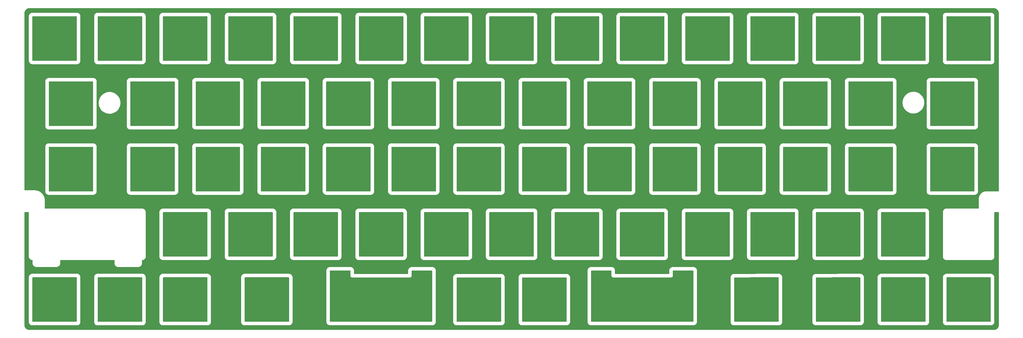
<source format=gbl>
%TF.GenerationSoftware,KiCad,Pcbnew,(6.0.2-0)*%
%TF.CreationDate,2022-08-16T00:40:27+09:00*%
%TF.ProjectId,keyplate,6b657970-6c61-4746-952e-6b696361645f,rev?*%
%TF.SameCoordinates,Original*%
%TF.FileFunction,Copper,L2,Bot*%
%TF.FilePolarity,Positive*%
%FSLAX46Y46*%
G04 Gerber Fmt 4.6, Leading zero omitted, Abs format (unit mm)*
G04 Created by KiCad (PCBNEW (6.0.2-0)) date 2022-08-16 00:40:27*
%MOMM*%
%LPD*%
G01*
G04 APERTURE LIST*
G04 APERTURE END LIST*
%TA.AperFunction,NonConductor*%
G36*
X297902433Y-19491943D02*
G01*
X297948926Y-19545599D01*
X297960312Y-19597941D01*
X297960312Y-32294010D01*
X297940310Y-32362131D01*
X297886654Y-32408624D01*
X297834312Y-32420010D01*
X285135982Y-32420010D01*
X285067861Y-32400008D01*
X285021368Y-32346352D01*
X285009982Y-32294010D01*
X285009982Y-19597941D01*
X285029984Y-19529820D01*
X285083640Y-19483327D01*
X285135982Y-19471941D01*
X297834312Y-19471941D01*
X297902433Y-19491943D01*
G37*
%TD.AperFunction*%
%TA.AperFunction,NonConductor*%
G36*
X278900723Y-19491943D02*
G01*
X278947216Y-19545599D01*
X278958602Y-19597941D01*
X278958602Y-32294010D01*
X278938600Y-32362131D01*
X278884944Y-32408624D01*
X278832602Y-32420010D01*
X266134272Y-32420010D01*
X266066151Y-32400008D01*
X266019658Y-32346352D01*
X266008272Y-32294010D01*
X266008272Y-19597941D01*
X266028274Y-19529820D01*
X266081930Y-19483327D01*
X266134272Y-19471941D01*
X278832602Y-19471941D01*
X278900723Y-19491943D01*
G37*
%TD.AperFunction*%
%TA.AperFunction,NonConductor*%
G36*
X164886473Y-19491943D02*
G01*
X164932966Y-19545599D01*
X164944352Y-19597941D01*
X164944352Y-32294010D01*
X164924350Y-32362131D01*
X164870694Y-32408624D01*
X164818352Y-32420010D01*
X152120022Y-32420010D01*
X152051901Y-32400008D01*
X152005408Y-32346352D01*
X151994022Y-32294010D01*
X151994022Y-19597941D01*
X152014024Y-19529820D01*
X152067680Y-19483327D01*
X152120022Y-19471941D01*
X164818352Y-19471941D01*
X164886473Y-19491943D01*
G37*
%TD.AperFunction*%
%TA.AperFunction,NonConductor*%
G36*
X240895973Y-19491943D02*
G01*
X240942466Y-19545599D01*
X240953852Y-19597941D01*
X240953852Y-32294010D01*
X240933850Y-32362131D01*
X240880194Y-32408624D01*
X240827852Y-32420010D01*
X228129522Y-32420010D01*
X228061401Y-32400008D01*
X228014908Y-32346352D01*
X228003522Y-32294010D01*
X228003522Y-19597941D01*
X228023524Y-19529820D01*
X228077180Y-19483327D01*
X228129522Y-19471941D01*
X240827852Y-19471941D01*
X240895973Y-19491943D01*
G37*
%TD.AperFunction*%
%TA.AperFunction,NonConductor*%
G36*
X202891223Y-19491943D02*
G01*
X202937716Y-19545599D01*
X202949102Y-19597941D01*
X202949102Y-32294010D01*
X202929100Y-32362131D01*
X202875444Y-32408624D01*
X202823102Y-32420010D01*
X190124772Y-32420010D01*
X190056651Y-32400008D01*
X190010158Y-32346352D01*
X189998772Y-32294010D01*
X189998772Y-19597941D01*
X190018774Y-19529820D01*
X190072430Y-19483327D01*
X190124772Y-19471941D01*
X202823102Y-19471941D01*
X202891223Y-19491943D01*
G37*
%TD.AperFunction*%
%TA.AperFunction,NonConductor*%
G36*
X31869449Y-19491943D02*
G01*
X31915942Y-19545599D01*
X31927328Y-19597941D01*
X31927328Y-32294010D01*
X31907326Y-32362131D01*
X31853670Y-32408624D01*
X31801328Y-32420010D01*
X19103464Y-32420010D01*
X19035343Y-32400008D01*
X18988850Y-32346352D01*
X18977464Y-32294010D01*
X18977464Y-19597941D01*
X18997466Y-19529820D01*
X19051122Y-19483327D01*
X19103464Y-19471941D01*
X31801328Y-19471941D01*
X31869449Y-19491943D01*
G37*
%TD.AperFunction*%
%TA.AperFunction,NonConductor*%
G36*
X69874199Y-19491943D02*
G01*
X69920692Y-19545599D01*
X69932078Y-19597941D01*
X69932078Y-32294010D01*
X69912076Y-32362131D01*
X69858420Y-32408624D01*
X69806078Y-32420010D01*
X57108147Y-32420010D01*
X57040026Y-32400008D01*
X56993533Y-32346352D01*
X56982147Y-32294010D01*
X56982147Y-19597941D01*
X57002149Y-19529820D01*
X57055805Y-19483327D01*
X57108147Y-19471941D01*
X69806078Y-19471941D01*
X69874199Y-19491943D01*
G37*
%TD.AperFunction*%
%TA.AperFunction,NonConductor*%
G36*
X50871824Y-19491943D02*
G01*
X50918317Y-19545599D01*
X50929703Y-19597941D01*
X50929703Y-32294010D01*
X50909701Y-32362131D01*
X50856045Y-32408624D01*
X50803703Y-32420010D01*
X38105772Y-32420010D01*
X38037651Y-32400008D01*
X37991158Y-32346352D01*
X37979772Y-32294010D01*
X37979772Y-19597941D01*
X37999774Y-19529820D01*
X38053430Y-19483327D01*
X38105772Y-19471941D01*
X50803703Y-19471941D01*
X50871824Y-19491943D01*
G37*
%TD.AperFunction*%
%TA.AperFunction,NonConductor*%
G36*
X107878949Y-19491943D02*
G01*
X107925442Y-19545599D01*
X107936828Y-19597941D01*
X107936828Y-32294010D01*
X107916826Y-32362131D01*
X107863170Y-32408624D01*
X107810828Y-32420010D01*
X95112764Y-32420010D01*
X95044643Y-32400008D01*
X94998150Y-32346352D01*
X94986764Y-32294010D01*
X94986764Y-19597941D01*
X95006766Y-19529820D01*
X95060422Y-19483327D01*
X95112764Y-19471941D01*
X107810828Y-19471941D01*
X107878949Y-19491943D01*
G37*
%TD.AperFunction*%
%TA.AperFunction,NonConductor*%
G36*
X126881324Y-19491943D02*
G01*
X126927817Y-19545599D01*
X126939203Y-19597941D01*
X126939203Y-32294010D01*
X126919201Y-32362131D01*
X126865545Y-32408624D01*
X126813203Y-32420010D01*
X114115139Y-32420010D01*
X114047018Y-32400008D01*
X114000525Y-32346352D01*
X113989139Y-32294010D01*
X113989139Y-19597941D01*
X114009141Y-19529820D01*
X114062797Y-19483327D01*
X114115139Y-19471941D01*
X126813203Y-19471941D01*
X126881324Y-19491943D01*
G37*
%TD.AperFunction*%
%TA.AperFunction,NonConductor*%
G36*
X88876574Y-19491943D02*
G01*
X88923067Y-19545599D01*
X88934453Y-19597941D01*
X88934453Y-32294010D01*
X88914451Y-32362131D01*
X88860795Y-32408624D01*
X88808453Y-32420010D01*
X76110389Y-32420010D01*
X76042268Y-32400008D01*
X75995775Y-32346352D01*
X75984389Y-32294010D01*
X75984389Y-19597941D01*
X76004391Y-19529820D01*
X76058047Y-19483327D01*
X76110389Y-19471941D01*
X88808453Y-19471941D01*
X88876574Y-19491943D01*
G37*
%TD.AperFunction*%
%TA.AperFunction,NonConductor*%
G36*
X145883699Y-19491943D02*
G01*
X145930192Y-19545599D01*
X145941578Y-19597941D01*
X145941578Y-32294010D01*
X145921576Y-32362131D01*
X145867920Y-32408624D01*
X145815578Y-32420010D01*
X133117514Y-32420010D01*
X133049393Y-32400008D01*
X133002900Y-32346352D01*
X132991514Y-32294010D01*
X132991514Y-19597941D01*
X133011516Y-19529820D01*
X133065172Y-19483327D01*
X133117514Y-19471941D01*
X145815578Y-19471941D01*
X145883699Y-19491943D01*
G37*
%TD.AperFunction*%
%TA.AperFunction,NonConductor*%
G36*
X221892933Y-19491943D02*
G01*
X221939426Y-19545599D01*
X221950812Y-19597941D01*
X221950812Y-32294010D01*
X221930810Y-32362131D01*
X221877154Y-32408624D01*
X221824812Y-32420010D01*
X209126482Y-32420010D01*
X209058361Y-32400008D01*
X209011868Y-32346352D01*
X209000482Y-32294010D01*
X209000482Y-19597941D01*
X209020484Y-19529820D01*
X209074140Y-19483327D01*
X209126482Y-19471941D01*
X221824812Y-19471941D01*
X221892933Y-19491943D01*
G37*
%TD.AperFunction*%
%TA.AperFunction,NonConductor*%
G36*
X183888183Y-19491943D02*
G01*
X183934676Y-19545599D01*
X183946062Y-19597941D01*
X183946062Y-32294010D01*
X183926060Y-32362131D01*
X183872404Y-32408624D01*
X183820062Y-32420010D01*
X171121732Y-32420010D01*
X171053611Y-32400008D01*
X171007118Y-32346352D01*
X170995732Y-32294010D01*
X170995732Y-19597941D01*
X171015734Y-19529820D01*
X171069390Y-19483327D01*
X171121732Y-19471941D01*
X183820062Y-19471941D01*
X183888183Y-19491943D01*
G37*
%TD.AperFunction*%
%TA.AperFunction,NonConductor*%
G36*
X259897683Y-19491943D02*
G01*
X259944176Y-19545599D01*
X259955562Y-19597941D01*
X259955562Y-32294010D01*
X259935560Y-32362131D01*
X259881904Y-32408624D01*
X259829562Y-32420010D01*
X247131232Y-32420010D01*
X247063111Y-32400008D01*
X247016618Y-32346352D01*
X247005232Y-32294010D01*
X247005232Y-19597941D01*
X247025234Y-19529820D01*
X247078890Y-19483327D01*
X247131232Y-19471941D01*
X259829562Y-19471941D01*
X259897683Y-19491943D01*
G37*
%TD.AperFunction*%
%TA.AperFunction,NonConductor*%
G36*
X60373078Y-38494318D02*
G01*
X60419571Y-38547974D01*
X60430957Y-38600316D01*
X60430957Y-51296385D01*
X60410955Y-51364506D01*
X60357299Y-51410999D01*
X60304957Y-51422385D01*
X47607026Y-51422385D01*
X47538905Y-51402383D01*
X47492412Y-51348727D01*
X47481026Y-51296385D01*
X47481026Y-38600316D01*
X47501028Y-38532195D01*
X47554684Y-38485702D01*
X47607026Y-38474316D01*
X60304957Y-38474316D01*
X60373078Y-38494318D01*
G37*
%TD.AperFunction*%
%TA.AperFunction,NonConductor*%
G36*
X36620076Y-38494318D02*
G01*
X36666569Y-38547974D01*
X36677955Y-38600316D01*
X36677955Y-51296385D01*
X36657953Y-51364506D01*
X36604297Y-51410999D01*
X36551955Y-51422385D01*
X23854037Y-51422385D01*
X23785916Y-51402383D01*
X23739423Y-51348727D01*
X23728037Y-51296385D01*
X23728037Y-38600316D01*
X23748039Y-38532195D01*
X23801695Y-38485702D01*
X23854037Y-38474316D01*
X36551955Y-38474316D01*
X36620076Y-38494318D01*
G37*
%TD.AperFunction*%
%TA.AperFunction,NonConductor*%
G36*
X79375320Y-38494318D02*
G01*
X79421813Y-38547974D01*
X79433199Y-38600316D01*
X79433199Y-51296385D01*
X79413197Y-51364506D01*
X79359541Y-51410999D01*
X79307199Y-51422385D01*
X66609135Y-51422385D01*
X66541014Y-51402383D01*
X66494521Y-51348727D01*
X66483135Y-51296385D01*
X66483135Y-38600316D01*
X66503137Y-38532195D01*
X66556793Y-38485702D01*
X66609135Y-38474316D01*
X79307199Y-38474316D01*
X79375320Y-38494318D01*
G37*
%TD.AperFunction*%
%TA.AperFunction,NonConductor*%
G36*
X155384953Y-38494318D02*
G01*
X155431446Y-38547974D01*
X155442832Y-38600316D01*
X155442832Y-51296385D01*
X155422830Y-51364506D01*
X155369174Y-51410999D01*
X155316832Y-51422385D01*
X142618635Y-51422385D01*
X142550514Y-51402383D01*
X142504021Y-51348727D01*
X142492635Y-51296385D01*
X142492635Y-38600316D01*
X142512637Y-38532195D01*
X142566293Y-38485702D01*
X142618635Y-38474316D01*
X155316832Y-38474316D01*
X155384953Y-38494318D01*
G37*
%TD.AperFunction*%
%TA.AperFunction,NonConductor*%
G36*
X98377695Y-38494318D02*
G01*
X98424188Y-38547974D01*
X98435574Y-38600316D01*
X98435574Y-51296385D01*
X98415572Y-51364506D01*
X98361916Y-51410999D01*
X98309574Y-51422385D01*
X85611510Y-51422385D01*
X85543389Y-51402383D01*
X85496896Y-51348727D01*
X85485510Y-51296385D01*
X85485510Y-38600316D01*
X85505512Y-38532195D01*
X85559168Y-38485702D01*
X85611510Y-38474316D01*
X98309574Y-38474316D01*
X98377695Y-38494318D01*
G37*
%TD.AperFunction*%
%TA.AperFunction,NonConductor*%
G36*
X136382445Y-38494318D02*
G01*
X136428938Y-38547974D01*
X136440324Y-38600316D01*
X136440324Y-51296385D01*
X136420322Y-51364506D01*
X136366666Y-51410999D01*
X136314324Y-51422385D01*
X123616260Y-51422385D01*
X123548139Y-51402383D01*
X123501646Y-51348727D01*
X123490260Y-51296385D01*
X123490260Y-38600316D01*
X123510262Y-38532195D01*
X123563918Y-38485702D01*
X123616260Y-38474316D01*
X136314324Y-38474316D01*
X136382445Y-38494318D01*
G37*
%TD.AperFunction*%
%TA.AperFunction,NonConductor*%
G36*
X117380070Y-38494318D02*
G01*
X117426563Y-38547974D01*
X117437949Y-38600316D01*
X117437949Y-51296385D01*
X117417947Y-51364506D01*
X117364291Y-51410999D01*
X117311949Y-51422385D01*
X104613885Y-51422385D01*
X104545764Y-51402383D01*
X104499271Y-51348727D01*
X104487885Y-51296385D01*
X104487885Y-38600316D01*
X104507887Y-38532195D01*
X104561543Y-38485702D01*
X104613885Y-38474316D01*
X117311949Y-38474316D01*
X117380070Y-38494318D01*
G37*
%TD.AperFunction*%
%TA.AperFunction,NonConductor*%
G36*
X293159653Y-38494318D02*
G01*
X293206146Y-38547974D01*
X293217532Y-38600316D01*
X293217532Y-51296385D01*
X293197530Y-51364506D01*
X293143874Y-51410999D01*
X293091532Y-51422385D01*
X280395862Y-51422385D01*
X280327741Y-51402383D01*
X280281248Y-51348727D01*
X280269862Y-51296385D01*
X280269862Y-38600316D01*
X280289864Y-38532195D01*
X280343520Y-38485702D01*
X280395862Y-38474316D01*
X293091532Y-38474316D01*
X293159653Y-38494318D01*
G37*
%TD.AperFunction*%
%TA.AperFunction,NonConductor*%
G36*
X174386663Y-38494318D02*
G01*
X174433156Y-38547974D01*
X174444542Y-38600316D01*
X174444542Y-51296385D01*
X174424540Y-51364506D01*
X174370884Y-51410999D01*
X174318542Y-51422385D01*
X161621542Y-51422385D01*
X161553421Y-51402383D01*
X161506928Y-51348727D01*
X161495542Y-51296385D01*
X161495542Y-38600316D01*
X161515544Y-38532195D01*
X161569200Y-38485702D01*
X161621542Y-38474316D01*
X174318542Y-38474316D01*
X174386663Y-38494318D01*
G37*
%TD.AperFunction*%
%TA.AperFunction,NonConductor*%
G36*
X231394453Y-38494318D02*
G01*
X231440946Y-38547974D01*
X231452332Y-38600316D01*
X231452332Y-51296385D01*
X231432330Y-51364506D01*
X231378674Y-51410999D01*
X231326332Y-51422385D01*
X218628002Y-51422385D01*
X218559881Y-51402383D01*
X218513388Y-51348727D01*
X218502002Y-51296385D01*
X218502002Y-38600316D01*
X218522004Y-38532195D01*
X218575660Y-38485702D01*
X218628002Y-38474316D01*
X231326332Y-38474316D01*
X231394453Y-38494318D01*
G37*
%TD.AperFunction*%
%TA.AperFunction,NonConductor*%
G36*
X193389703Y-38494318D02*
G01*
X193436196Y-38547974D01*
X193447582Y-38600316D01*
X193447582Y-51296385D01*
X193427580Y-51364506D01*
X193373924Y-51410999D01*
X193321582Y-51422385D01*
X180623252Y-51422385D01*
X180555131Y-51402383D01*
X180508638Y-51348727D01*
X180497252Y-51296385D01*
X180497252Y-38600316D01*
X180517254Y-38532195D01*
X180570910Y-38485702D01*
X180623252Y-38474316D01*
X193321582Y-38474316D01*
X193389703Y-38494318D01*
G37*
%TD.AperFunction*%
%TA.AperFunction,NonConductor*%
G36*
X269399203Y-38494318D02*
G01*
X269445696Y-38547974D01*
X269457082Y-38600316D01*
X269457082Y-51296385D01*
X269437080Y-51364506D01*
X269383424Y-51410999D01*
X269331082Y-51422385D01*
X256632752Y-51422385D01*
X256564631Y-51402383D01*
X256518138Y-51348727D01*
X256506752Y-51296385D01*
X256506752Y-38600316D01*
X256526754Y-38532195D01*
X256580410Y-38485702D01*
X256632752Y-38474316D01*
X269331082Y-38474316D01*
X269399203Y-38494318D01*
G37*
%TD.AperFunction*%
%TA.AperFunction,NonConductor*%
G36*
X250396163Y-38494318D02*
G01*
X250442656Y-38547974D01*
X250454042Y-38600316D01*
X250454042Y-51296385D01*
X250434040Y-51364506D01*
X250380384Y-51410999D01*
X250328042Y-51422385D01*
X237631042Y-51422385D01*
X237562921Y-51402383D01*
X237516428Y-51348727D01*
X237505042Y-51296385D01*
X237505042Y-38600316D01*
X237525044Y-38532195D01*
X237578700Y-38485702D01*
X237631042Y-38474316D01*
X250328042Y-38474316D01*
X250396163Y-38494318D01*
G37*
%TD.AperFunction*%
%TA.AperFunction,NonConductor*%
G36*
X212391413Y-38494318D02*
G01*
X212437906Y-38547974D01*
X212449292Y-38600316D01*
X212449292Y-51296385D01*
X212429290Y-51364506D01*
X212375634Y-51410999D01*
X212323292Y-51422385D01*
X199626292Y-51422385D01*
X199558171Y-51402383D01*
X199511678Y-51348727D01*
X199500292Y-51296385D01*
X199500292Y-38600316D01*
X199520294Y-38532195D01*
X199573950Y-38485702D01*
X199626292Y-38474316D01*
X212323292Y-38474316D01*
X212391413Y-38494318D01*
G37*
%TD.AperFunction*%
%TA.AperFunction,NonConductor*%
G36*
X60373078Y-57496693D02*
G01*
X60419571Y-57550349D01*
X60430957Y-57602691D01*
X60430957Y-70298627D01*
X60410955Y-70366748D01*
X60357299Y-70413241D01*
X60304957Y-70424627D01*
X47607026Y-70424627D01*
X47538905Y-70404625D01*
X47492412Y-70350969D01*
X47481026Y-70298627D01*
X47481026Y-57602691D01*
X47501028Y-57534570D01*
X47554684Y-57488077D01*
X47607026Y-57476691D01*
X60304957Y-57476691D01*
X60373078Y-57496693D01*
G37*
%TD.AperFunction*%
%TA.AperFunction,NonConductor*%
G36*
X36616352Y-57496693D02*
G01*
X36662845Y-57550349D01*
X36674231Y-57602691D01*
X36674231Y-70298627D01*
X36654229Y-70366748D01*
X36600573Y-70413241D01*
X36548231Y-70424627D01*
X23854037Y-70424627D01*
X23785916Y-70404625D01*
X23739423Y-70350969D01*
X23728037Y-70298627D01*
X23728037Y-57602691D01*
X23748039Y-57534570D01*
X23801695Y-57488077D01*
X23854037Y-57476691D01*
X36548231Y-57476691D01*
X36616352Y-57496693D01*
G37*
%TD.AperFunction*%
%TA.AperFunction,NonConductor*%
G36*
X79375320Y-57496693D02*
G01*
X79421813Y-57550349D01*
X79433199Y-57602691D01*
X79433199Y-70298627D01*
X79413197Y-70366748D01*
X79359541Y-70413241D01*
X79307199Y-70424627D01*
X66609135Y-70424627D01*
X66541014Y-70404625D01*
X66494521Y-70350969D01*
X66483135Y-70298627D01*
X66483135Y-57602691D01*
X66503137Y-57534570D01*
X66556793Y-57488077D01*
X66609135Y-57476691D01*
X79307199Y-57476691D01*
X79375320Y-57496693D01*
G37*
%TD.AperFunction*%
%TA.AperFunction,NonConductor*%
G36*
X155384953Y-57496693D02*
G01*
X155431446Y-57550349D01*
X155442832Y-57602691D01*
X155442832Y-70298627D01*
X155422830Y-70366748D01*
X155369174Y-70413241D01*
X155316832Y-70424627D01*
X142618635Y-70424627D01*
X142550514Y-70404625D01*
X142504021Y-70350969D01*
X142492635Y-70298627D01*
X142492635Y-57602691D01*
X142512637Y-57534570D01*
X142566293Y-57488077D01*
X142618635Y-57476691D01*
X155316832Y-57476691D01*
X155384953Y-57496693D01*
G37*
%TD.AperFunction*%
%TA.AperFunction,NonConductor*%
G36*
X117380070Y-57496693D02*
G01*
X117426563Y-57550349D01*
X117437949Y-57602691D01*
X117437949Y-70298627D01*
X117417947Y-70366748D01*
X117364291Y-70413241D01*
X117311949Y-70424627D01*
X104613885Y-70424627D01*
X104545764Y-70404625D01*
X104499271Y-70350969D01*
X104487885Y-70298627D01*
X104487885Y-57602691D01*
X104507887Y-57534570D01*
X104561543Y-57488077D01*
X104613885Y-57476691D01*
X117311949Y-57476691D01*
X117380070Y-57496693D01*
G37*
%TD.AperFunction*%
%TA.AperFunction,NonConductor*%
G36*
X98377695Y-57496693D02*
G01*
X98424188Y-57550349D01*
X98435574Y-57602691D01*
X98435574Y-70298627D01*
X98415572Y-70366748D01*
X98361916Y-70413241D01*
X98309574Y-70424627D01*
X85611510Y-70424627D01*
X85543389Y-70404625D01*
X85496896Y-70350969D01*
X85485510Y-70298627D01*
X85485510Y-57602691D01*
X85505512Y-57534570D01*
X85559168Y-57488077D01*
X85611510Y-57476691D01*
X98309574Y-57476691D01*
X98377695Y-57496693D01*
G37*
%TD.AperFunction*%
%TA.AperFunction,NonConductor*%
G36*
X136382445Y-57496693D02*
G01*
X136428938Y-57550349D01*
X136440324Y-57602691D01*
X136440324Y-70298627D01*
X136420322Y-70366748D01*
X136366666Y-70413241D01*
X136314324Y-70424627D01*
X123616260Y-70424627D01*
X123548139Y-70404625D01*
X123501646Y-70350969D01*
X123490260Y-70298627D01*
X123490260Y-57602691D01*
X123510262Y-57534570D01*
X123563918Y-57488077D01*
X123616260Y-57476691D01*
X136314324Y-57476691D01*
X136382445Y-57496693D01*
G37*
%TD.AperFunction*%
%TA.AperFunction,NonConductor*%
G36*
X293159653Y-57496693D02*
G01*
X293206146Y-57550349D01*
X293217532Y-57602691D01*
X293217532Y-70298627D01*
X293197530Y-70366748D01*
X293143874Y-70413241D01*
X293091532Y-70424627D01*
X280395862Y-70424627D01*
X280327741Y-70404625D01*
X280281248Y-70350969D01*
X280269862Y-70298627D01*
X280269862Y-57602691D01*
X280289864Y-57534570D01*
X280343520Y-57488077D01*
X280395862Y-57476691D01*
X293091532Y-57476691D01*
X293159653Y-57496693D01*
G37*
%TD.AperFunction*%
%TA.AperFunction,NonConductor*%
G36*
X193389703Y-57496693D02*
G01*
X193436196Y-57550349D01*
X193447582Y-57602691D01*
X193447582Y-70298627D01*
X193427580Y-70366748D01*
X193373924Y-70413241D01*
X193321582Y-70424627D01*
X180623252Y-70424627D01*
X180555131Y-70404625D01*
X180508638Y-70350969D01*
X180497252Y-70298627D01*
X180497252Y-57602691D01*
X180517254Y-57534570D01*
X180570910Y-57488077D01*
X180623252Y-57476691D01*
X193321582Y-57476691D01*
X193389703Y-57496693D01*
G37*
%TD.AperFunction*%
%TA.AperFunction,NonConductor*%
G36*
X231394453Y-57496693D02*
G01*
X231440946Y-57550349D01*
X231452332Y-57602691D01*
X231452332Y-70298627D01*
X231432330Y-70366748D01*
X231378674Y-70413241D01*
X231326332Y-70424627D01*
X218628002Y-70424627D01*
X218559881Y-70404625D01*
X218513388Y-70350969D01*
X218502002Y-70298627D01*
X218502002Y-57602691D01*
X218522004Y-57534570D01*
X218575660Y-57488077D01*
X218628002Y-57476691D01*
X231326332Y-57476691D01*
X231394453Y-57496693D01*
G37*
%TD.AperFunction*%
%TA.AperFunction,NonConductor*%
G36*
X174386663Y-57496693D02*
G01*
X174433156Y-57550349D01*
X174444542Y-57602691D01*
X174444542Y-70298627D01*
X174424540Y-70366748D01*
X174370884Y-70413241D01*
X174318542Y-70424627D01*
X161621542Y-70424627D01*
X161553421Y-70404625D01*
X161506928Y-70350969D01*
X161495542Y-70298627D01*
X161495542Y-57602691D01*
X161515544Y-57534570D01*
X161569200Y-57488077D01*
X161621542Y-57476691D01*
X174318542Y-57476691D01*
X174386663Y-57496693D01*
G37*
%TD.AperFunction*%
%TA.AperFunction,NonConductor*%
G36*
X212391413Y-57496693D02*
G01*
X212437906Y-57550349D01*
X212449292Y-57602691D01*
X212449292Y-70298627D01*
X212429290Y-70366748D01*
X212375634Y-70413241D01*
X212323292Y-70424627D01*
X199626292Y-70424627D01*
X199558171Y-70404625D01*
X199511678Y-70350969D01*
X199500292Y-70298627D01*
X199500292Y-57602691D01*
X199520294Y-57534570D01*
X199573950Y-57488077D01*
X199626292Y-57476691D01*
X212323292Y-57476691D01*
X212391413Y-57496693D01*
G37*
%TD.AperFunction*%
%TA.AperFunction,NonConductor*%
G36*
X250396163Y-57496693D02*
G01*
X250442656Y-57550349D01*
X250454042Y-57602691D01*
X250454042Y-70298627D01*
X250434040Y-70366748D01*
X250380384Y-70413241D01*
X250328042Y-70424627D01*
X237631042Y-70424627D01*
X237562921Y-70404625D01*
X237516428Y-70350969D01*
X237505042Y-70298627D01*
X237505042Y-57602691D01*
X237525044Y-57534570D01*
X237578700Y-57488077D01*
X237631042Y-57476691D01*
X250328042Y-57476691D01*
X250396163Y-57496693D01*
G37*
%TD.AperFunction*%
%TA.AperFunction,NonConductor*%
G36*
X269399203Y-57496693D02*
G01*
X269445696Y-57550349D01*
X269457082Y-57602691D01*
X269457082Y-70298627D01*
X269437080Y-70366748D01*
X269383424Y-70413241D01*
X269331082Y-70424627D01*
X256632752Y-70424627D01*
X256564631Y-70404625D01*
X256518138Y-70350969D01*
X256506752Y-70298627D01*
X256506752Y-57602691D01*
X256526754Y-57534570D01*
X256580410Y-57488077D01*
X256632752Y-57476691D01*
X269331082Y-57476691D01*
X269399203Y-57496693D01*
G37*
%TD.AperFunction*%
%TA.AperFunction,NonConductor*%
G36*
X164886473Y-76499068D02*
G01*
X164932966Y-76552724D01*
X164944352Y-76605066D01*
X164944352Y-89301002D01*
X164924350Y-89369123D01*
X164870694Y-89415616D01*
X164818352Y-89427002D01*
X152120022Y-89427002D01*
X152051901Y-89407000D01*
X152005408Y-89353344D01*
X151994022Y-89301002D01*
X151994022Y-76605066D01*
X152014024Y-76536945D01*
X152067680Y-76490452D01*
X152120022Y-76479066D01*
X164818352Y-76479066D01*
X164886473Y-76499068D01*
G37*
%TD.AperFunction*%
%TA.AperFunction,NonConductor*%
G36*
X202891223Y-76499068D02*
G01*
X202937716Y-76552724D01*
X202949102Y-76605066D01*
X202949102Y-89301002D01*
X202929100Y-89369123D01*
X202875444Y-89415616D01*
X202823102Y-89427002D01*
X190124772Y-89427002D01*
X190056651Y-89407000D01*
X190010158Y-89353344D01*
X189998772Y-89301002D01*
X189998772Y-76605066D01*
X190018774Y-76536945D01*
X190072430Y-76490452D01*
X190124772Y-76479066D01*
X202823102Y-76479066D01*
X202891223Y-76499068D01*
G37*
%TD.AperFunction*%
%TA.AperFunction,NonConductor*%
G36*
X240895973Y-76499068D02*
G01*
X240942466Y-76552724D01*
X240953852Y-76605066D01*
X240953852Y-89301002D01*
X240933850Y-89369123D01*
X240880194Y-89415616D01*
X240827852Y-89427002D01*
X228129522Y-89427002D01*
X228061401Y-89407000D01*
X228014908Y-89353344D01*
X228003522Y-89301002D01*
X228003522Y-76605066D01*
X228023524Y-76536945D01*
X228077180Y-76490452D01*
X228129522Y-76479066D01*
X240827852Y-76479066D01*
X240895973Y-76499068D01*
G37*
%TD.AperFunction*%
%TA.AperFunction,NonConductor*%
G36*
X69874199Y-76499068D02*
G01*
X69920692Y-76552724D01*
X69932078Y-76605066D01*
X69932078Y-89301002D01*
X69912076Y-89369123D01*
X69858420Y-89415616D01*
X69806078Y-89427002D01*
X57108147Y-89427002D01*
X57040026Y-89407000D01*
X56993533Y-89353344D01*
X56982147Y-89301002D01*
X56982147Y-76605066D01*
X57002149Y-76536945D01*
X57055805Y-76490452D01*
X57108147Y-76479066D01*
X69806078Y-76479066D01*
X69874199Y-76499068D01*
G37*
%TD.AperFunction*%
%TA.AperFunction,NonConductor*%
G36*
X88876574Y-76499068D02*
G01*
X88923067Y-76552724D01*
X88934453Y-76605066D01*
X88934453Y-89301002D01*
X88914451Y-89369123D01*
X88860795Y-89415616D01*
X88808453Y-89427002D01*
X76110389Y-89427002D01*
X76042268Y-89407000D01*
X75995775Y-89353344D01*
X75984389Y-89301002D01*
X75984389Y-76605066D01*
X76004391Y-76536945D01*
X76058047Y-76490452D01*
X76110389Y-76479066D01*
X88808453Y-76479066D01*
X88876574Y-76499068D01*
G37*
%TD.AperFunction*%
%TA.AperFunction,NonConductor*%
G36*
X145883699Y-76499068D02*
G01*
X145930192Y-76552724D01*
X145941578Y-76605066D01*
X145941578Y-89301002D01*
X145921576Y-89369123D01*
X145867920Y-89415616D01*
X145815578Y-89427002D01*
X133117514Y-89427002D01*
X133049393Y-89407000D01*
X133002900Y-89353344D01*
X132991514Y-89301002D01*
X132991514Y-76605066D01*
X133011516Y-76536945D01*
X133065172Y-76490452D01*
X133117514Y-76479066D01*
X145815578Y-76479066D01*
X145883699Y-76499068D01*
G37*
%TD.AperFunction*%
%TA.AperFunction,NonConductor*%
G36*
X107878949Y-76499068D02*
G01*
X107925442Y-76552724D01*
X107936828Y-76605066D01*
X107936828Y-89301002D01*
X107916826Y-89369123D01*
X107863170Y-89415616D01*
X107810828Y-89427002D01*
X95112764Y-89427002D01*
X95044643Y-89407000D01*
X94998150Y-89353344D01*
X94986764Y-89301002D01*
X94986764Y-76605066D01*
X95006766Y-76536945D01*
X95060422Y-76490452D01*
X95112764Y-76479066D01*
X107810828Y-76479066D01*
X107878949Y-76499068D01*
G37*
%TD.AperFunction*%
%TA.AperFunction,NonConductor*%
G36*
X126881324Y-76499068D02*
G01*
X126927817Y-76552724D01*
X126939203Y-76605066D01*
X126939203Y-89301002D01*
X126919201Y-89369123D01*
X126865545Y-89415616D01*
X126813203Y-89427002D01*
X114115139Y-89427002D01*
X114047018Y-89407000D01*
X114000525Y-89353344D01*
X113989139Y-89301002D01*
X113989139Y-76605066D01*
X114009141Y-76536945D01*
X114062797Y-76490452D01*
X114115139Y-76479066D01*
X126813203Y-76479066D01*
X126881324Y-76499068D01*
G37*
%TD.AperFunction*%
%TA.AperFunction,NonConductor*%
G36*
X183888183Y-76499068D02*
G01*
X183934676Y-76552724D01*
X183946062Y-76605066D01*
X183946062Y-89301002D01*
X183926060Y-89369123D01*
X183872404Y-89415616D01*
X183820062Y-89427002D01*
X171121732Y-89427002D01*
X171053611Y-89407000D01*
X171007118Y-89353344D01*
X170995732Y-89301002D01*
X170995732Y-76605066D01*
X171015734Y-76536945D01*
X171069390Y-76490452D01*
X171121732Y-76479066D01*
X183820062Y-76479066D01*
X183888183Y-76499068D01*
G37*
%TD.AperFunction*%
%TA.AperFunction,NonConductor*%
G36*
X221892933Y-76499068D02*
G01*
X221939426Y-76552724D01*
X221950812Y-76605066D01*
X221950812Y-89301002D01*
X221930810Y-89369123D01*
X221877154Y-89415616D01*
X221824812Y-89427002D01*
X209126482Y-89427002D01*
X209058361Y-89407000D01*
X209011868Y-89353344D01*
X209000482Y-89301002D01*
X209000482Y-76605066D01*
X209020484Y-76536945D01*
X209074140Y-76490452D01*
X209126482Y-76479066D01*
X221824812Y-76479066D01*
X221892933Y-76499068D01*
G37*
%TD.AperFunction*%
%TA.AperFunction,NonConductor*%
G36*
X278900723Y-76504521D02*
G01*
X278947216Y-76558177D01*
X278958602Y-76610519D01*
X278958602Y-89306455D01*
X278938600Y-89374576D01*
X278884944Y-89421069D01*
X278832602Y-89432455D01*
X266134272Y-89432455D01*
X266066151Y-89412453D01*
X266019658Y-89358797D01*
X266008272Y-89306455D01*
X266008272Y-76610519D01*
X266028274Y-76542398D01*
X266081930Y-76495905D01*
X266134272Y-76484519D01*
X278832602Y-76484519D01*
X278900723Y-76504521D01*
G37*
%TD.AperFunction*%
%TA.AperFunction,NonConductor*%
G36*
X259897683Y-76504521D02*
G01*
X259944176Y-76558177D01*
X259955562Y-76610519D01*
X259955562Y-89306455D01*
X259935560Y-89374576D01*
X259881904Y-89421069D01*
X259829562Y-89432455D01*
X247131232Y-89432455D01*
X247063111Y-89412453D01*
X247016618Y-89358797D01*
X247005232Y-89306455D01*
X247005232Y-76610519D01*
X247025234Y-76542398D01*
X247078890Y-76495905D01*
X247131232Y-76484519D01*
X259829562Y-76484519D01*
X259897683Y-76504521D01*
G37*
%TD.AperFunction*%
%TA.AperFunction,NonConductor*%
G36*
X50871824Y-95501443D02*
G01*
X50918317Y-95555099D01*
X50929703Y-95607441D01*
X50929703Y-108303404D01*
X50909701Y-108371525D01*
X50856045Y-108418018D01*
X50803703Y-108429404D01*
X38105772Y-108429404D01*
X38037651Y-108409402D01*
X37991158Y-108355746D01*
X37979772Y-108303404D01*
X37979772Y-95607441D01*
X37999774Y-95539320D01*
X38053430Y-95492827D01*
X38105772Y-95481441D01*
X50803703Y-95481441D01*
X50871824Y-95501443D01*
G37*
%TD.AperFunction*%
%TA.AperFunction,NonConductor*%
G36*
X259897683Y-95501443D02*
G01*
X259944176Y-95555099D01*
X259955562Y-95607441D01*
X259955562Y-108303404D01*
X259935560Y-108371525D01*
X259881904Y-108418018D01*
X259829562Y-108429404D01*
X247153842Y-108429404D01*
X247085721Y-108409402D01*
X247039228Y-108355746D01*
X247027842Y-108303404D01*
X247027842Y-95612894D01*
X247047844Y-95544773D01*
X247101500Y-95498280D01*
X247153842Y-95486894D01*
X247669396Y-95486894D01*
X247669557Y-95486900D01*
X247669751Y-95486930D01*
X247708986Y-95486894D01*
X247745339Y-95486894D01*
X247745532Y-95486866D01*
X247745695Y-95486860D01*
X249737054Y-95485033D01*
X249737107Y-95485033D01*
X253500510Y-95483165D01*
X253500515Y-95483165D01*
X257242122Y-95481441D01*
X259829562Y-95481441D01*
X259897683Y-95501443D01*
G37*
%TD.AperFunction*%
%TA.AperFunction,NonConductor*%
G36*
X236142553Y-95501443D02*
G01*
X236189046Y-95555099D01*
X236200432Y-95607441D01*
X236200432Y-108303404D01*
X236180430Y-108371525D01*
X236126774Y-108418018D01*
X236074432Y-108429404D01*
X223372112Y-108429404D01*
X223303991Y-108409402D01*
X223257498Y-108355746D01*
X223246112Y-108303404D01*
X223246112Y-95612894D01*
X223266114Y-95544773D01*
X223319770Y-95498280D01*
X223372112Y-95486894D01*
X223853076Y-95486894D01*
X223853236Y-95486900D01*
X223853422Y-95486929D01*
X223853978Y-95486929D01*
X223893195Y-95486894D01*
X223929029Y-95486894D01*
X223929213Y-95486868D01*
X223929366Y-95486862D01*
X226009114Y-95485032D01*
X226009162Y-95485032D01*
X229743802Y-95483160D01*
X229743806Y-95483160D01*
X233435509Y-95481441D01*
X236074432Y-95481441D01*
X236142553Y-95501443D01*
G37*
%TD.AperFunction*%
%TA.AperFunction,NonConductor*%
G36*
X278900723Y-95501443D02*
G01*
X278947216Y-95555099D01*
X278958602Y-95607441D01*
X278958602Y-108303404D01*
X278938600Y-108371525D01*
X278884944Y-108418018D01*
X278832602Y-108429404D01*
X266134272Y-108429404D01*
X266066151Y-108409402D01*
X266019658Y-108355746D01*
X266008272Y-108303404D01*
X266008272Y-95607441D01*
X266028274Y-95539320D01*
X266081930Y-95492827D01*
X266134272Y-95481441D01*
X278832602Y-95481441D01*
X278900723Y-95501443D01*
G37*
%TD.AperFunction*%
%TA.AperFunction,NonConductor*%
G36*
X93610709Y-95501443D02*
G01*
X93657202Y-95555099D01*
X93668588Y-95607441D01*
X93668588Y-108303404D01*
X93648586Y-108371525D01*
X93594930Y-108418018D01*
X93542588Y-108429404D01*
X80853967Y-108429404D01*
X80785846Y-108409402D01*
X80739353Y-108355746D01*
X80727967Y-108303404D01*
X80727967Y-95607441D01*
X80747969Y-95539320D01*
X80801625Y-95492827D01*
X80853967Y-95481441D01*
X93542588Y-95481441D01*
X93610709Y-95501443D01*
G37*
%TD.AperFunction*%
%TA.AperFunction,NonConductor*%
G36*
X297902433Y-95501443D02*
G01*
X297948926Y-95555099D01*
X297960312Y-95607441D01*
X297960312Y-108303404D01*
X297940310Y-108371525D01*
X297886654Y-108418018D01*
X297834312Y-108429404D01*
X285135982Y-108429404D01*
X285067861Y-108409402D01*
X285021368Y-108355746D01*
X285009982Y-108303404D01*
X285009982Y-95607441D01*
X285029984Y-95539320D01*
X285083640Y-95492827D01*
X285135982Y-95481441D01*
X297834312Y-95481441D01*
X297902433Y-95501443D01*
G37*
%TD.AperFunction*%
%TA.AperFunction,NonConductor*%
G36*
X69870475Y-95501443D02*
G01*
X69916968Y-95555099D01*
X69928354Y-95607441D01*
X69928354Y-108303404D01*
X69908352Y-108371525D01*
X69854696Y-108418018D01*
X69802354Y-108429404D01*
X57108147Y-108429404D01*
X57040026Y-108409402D01*
X56993533Y-108355746D01*
X56982147Y-108303404D01*
X56982147Y-95607441D01*
X57002149Y-95539320D01*
X57055805Y-95492827D01*
X57108147Y-95481441D01*
X69802354Y-95481441D01*
X69870475Y-95501443D01*
G37*
%TD.AperFunction*%
%TA.AperFunction,NonConductor*%
G36*
X31869449Y-95501443D02*
G01*
X31915942Y-95555099D01*
X31927328Y-95607441D01*
X31927328Y-108303404D01*
X31907326Y-108371525D01*
X31853670Y-108418018D01*
X31801328Y-108429404D01*
X19103464Y-108429404D01*
X19035343Y-108409402D01*
X18988850Y-108355746D01*
X18977464Y-108303404D01*
X18977464Y-95607441D01*
X18997466Y-95539320D01*
X19051122Y-95492827D01*
X19103464Y-95481441D01*
X31801328Y-95481441D01*
X31869449Y-95501443D01*
G37*
%TD.AperFunction*%
%TA.AperFunction,NonConductor*%
G36*
X111482318Y-93510965D02*
G01*
X111528811Y-93564621D01*
X111540197Y-93616963D01*
X111540197Y-94970192D01*
X111540195Y-94970962D01*
X111539721Y-95048546D01*
X111542187Y-95057175D01*
X111542188Y-95057180D01*
X111547836Y-95076942D01*
X111551414Y-95093703D01*
X111554327Y-95114046D01*
X111554330Y-95114056D01*
X111555602Y-95122939D01*
X111566218Y-95146289D01*
X111572661Y-95163801D01*
X111574392Y-95169858D01*
X111579709Y-95188459D01*
X111584495Y-95196044D01*
X111584495Y-95196045D01*
X111585716Y-95197980D01*
X111595471Y-95213442D01*
X111603601Y-95228508D01*
X111615830Y-95255404D01*
X111632571Y-95274833D01*
X111643676Y-95289841D01*
X111657357Y-95311525D01*
X111676331Y-95328282D01*
X111679493Y-95331075D01*
X111691538Y-95343268D01*
X111704657Y-95358493D01*
X111710816Y-95365641D01*
X111718344Y-95370520D01*
X111718347Y-95370523D01*
X111732336Y-95379590D01*
X111747210Y-95390880D01*
X111766425Y-95407850D01*
X111774551Y-95411665D01*
X111774552Y-95411666D01*
X111776254Y-95412465D01*
X111793163Y-95420404D01*
X111808132Y-95428718D01*
X111832924Y-95444787D01*
X111855869Y-95451649D01*
X111857487Y-95452133D01*
X111874933Y-95458795D01*
X111898145Y-95469693D01*
X111927327Y-95474237D01*
X111944046Y-95478020D01*
X111963733Y-95483908D01*
X111963736Y-95483909D01*
X111972338Y-95486481D01*
X111981313Y-95486536D01*
X111981314Y-95486536D01*
X111988007Y-95486577D01*
X112006753Y-95486691D01*
X112007525Y-95486724D01*
X112008620Y-95486894D01*
X112039495Y-95486894D01*
X112040265Y-95486896D01*
X112113913Y-95487346D01*
X112113914Y-95487346D01*
X112117849Y-95487370D01*
X112119193Y-95486986D01*
X112120538Y-95486894D01*
X128871842Y-95486894D01*
X128872613Y-95486896D01*
X128950196Y-95487370D01*
X128958825Y-95484904D01*
X128958830Y-95484903D01*
X128978592Y-95479255D01*
X128995353Y-95475677D01*
X129015696Y-95472764D01*
X129015706Y-95472761D01*
X129024589Y-95471489D01*
X129047939Y-95460873D01*
X129065451Y-95454430D01*
X129081481Y-95449848D01*
X129090109Y-95447382D01*
X129115092Y-95431620D01*
X129130158Y-95423490D01*
X129157054Y-95411261D01*
X129176483Y-95394520D01*
X129191491Y-95383415D01*
X129205583Y-95374524D01*
X129213175Y-95369734D01*
X129232726Y-95347597D01*
X129244918Y-95335553D01*
X129260493Y-95322133D01*
X129260494Y-95322131D01*
X129267291Y-95316275D01*
X129272170Y-95308747D01*
X129272173Y-95308744D01*
X129281240Y-95294755D01*
X129292530Y-95279881D01*
X129299213Y-95272314D01*
X129309500Y-95260666D01*
X129314353Y-95250331D01*
X129318174Y-95242191D01*
X129322054Y-95233928D01*
X129330368Y-95218959D01*
X129346437Y-95194167D01*
X129353783Y-95169603D01*
X129360445Y-95152158D01*
X129363000Y-95146716D01*
X129371343Y-95128946D01*
X129375887Y-95099764D01*
X129379670Y-95083045D01*
X129385558Y-95063358D01*
X129385559Y-95063355D01*
X129388131Y-95054753D01*
X129388341Y-95020338D01*
X129388374Y-95019566D01*
X129388544Y-95018471D01*
X129388544Y-94987596D01*
X129388546Y-94986826D01*
X129388996Y-94913178D01*
X129388996Y-94913177D01*
X129389020Y-94909242D01*
X129388636Y-94907898D01*
X129388544Y-94906553D01*
X129388544Y-93616963D01*
X129408546Y-93548842D01*
X129462202Y-93502349D01*
X129514544Y-93490963D01*
X135229576Y-93490963D01*
X135297697Y-93510965D01*
X135344190Y-93564621D01*
X135355576Y-93616963D01*
X135355576Y-108308896D01*
X135335574Y-108377017D01*
X135281918Y-108423510D01*
X135229576Y-108434896D01*
X105711800Y-108434896D01*
X105643679Y-108414894D01*
X105597186Y-108361238D01*
X105585800Y-108308896D01*
X105585800Y-107942500D01*
X105589123Y-95483160D01*
X105589621Y-93616929D01*
X105609641Y-93548814D01*
X105663309Y-93502335D01*
X105715621Y-93490963D01*
X111414197Y-93490963D01*
X111482318Y-93510965D01*
G37*
%TD.AperFunction*%
%TA.AperFunction,NonConductor*%
G36*
X155384953Y-95506896D02*
G01*
X155431446Y-95560552D01*
X155442832Y-95612894D01*
X155442832Y-108308896D01*
X155422830Y-108377017D01*
X155369174Y-108423510D01*
X155316832Y-108434896D01*
X142618635Y-108434896D01*
X142550514Y-108414894D01*
X142504021Y-108361238D01*
X142492635Y-108308896D01*
X142492635Y-95612894D01*
X142512637Y-95544773D01*
X142566293Y-95498280D01*
X142618635Y-95486894D01*
X155316832Y-95486894D01*
X155384953Y-95506896D01*
G37*
%TD.AperFunction*%
%TA.AperFunction,NonConductor*%
G36*
X174386663Y-95506896D02*
G01*
X174433156Y-95560552D01*
X174444542Y-95612894D01*
X174444542Y-108308896D01*
X174424540Y-108377017D01*
X174370884Y-108423510D01*
X174318542Y-108434896D01*
X161621542Y-108434896D01*
X161553421Y-108414894D01*
X161506928Y-108361238D01*
X161495542Y-108308896D01*
X161495542Y-95612894D01*
X161515544Y-95544773D01*
X161569200Y-95498280D01*
X161621542Y-95486894D01*
X174318542Y-95486894D01*
X174386663Y-95506896D01*
G37*
%TD.AperFunction*%
%TA.AperFunction,NonConductor*%
G36*
X187492483Y-93510965D02*
G01*
X187538976Y-93564621D01*
X187550362Y-93616963D01*
X187550362Y-94970192D01*
X187550360Y-94970962D01*
X187549886Y-95048546D01*
X187552352Y-95057175D01*
X187552353Y-95057180D01*
X187558001Y-95076942D01*
X187561579Y-95093703D01*
X187564492Y-95114046D01*
X187564495Y-95114056D01*
X187565767Y-95122939D01*
X187576383Y-95146289D01*
X187582826Y-95163801D01*
X187584557Y-95169858D01*
X187589874Y-95188459D01*
X187594660Y-95196044D01*
X187594660Y-95196045D01*
X187595881Y-95197980D01*
X187605636Y-95213442D01*
X187613766Y-95228508D01*
X187625995Y-95255404D01*
X187642736Y-95274833D01*
X187653841Y-95289841D01*
X187667522Y-95311525D01*
X187686496Y-95328282D01*
X187689658Y-95331075D01*
X187701703Y-95343268D01*
X187714822Y-95358493D01*
X187720981Y-95365641D01*
X187728509Y-95370520D01*
X187728512Y-95370523D01*
X187742501Y-95379590D01*
X187757375Y-95390880D01*
X187776590Y-95407850D01*
X187784716Y-95411665D01*
X187784717Y-95411666D01*
X187786419Y-95412465D01*
X187803328Y-95420404D01*
X187818297Y-95428718D01*
X187843089Y-95444787D01*
X187866034Y-95451649D01*
X187867652Y-95452133D01*
X187885098Y-95458795D01*
X187908310Y-95469693D01*
X187937492Y-95474237D01*
X187954211Y-95478020D01*
X187973898Y-95483908D01*
X187973901Y-95483909D01*
X187982503Y-95486481D01*
X187991478Y-95486536D01*
X187991479Y-95486536D01*
X187998172Y-95486577D01*
X188016918Y-95486691D01*
X188017690Y-95486724D01*
X188018785Y-95486894D01*
X188049660Y-95486894D01*
X188050430Y-95486896D01*
X188124078Y-95487346D01*
X188124079Y-95487346D01*
X188128014Y-95487370D01*
X188129358Y-95486986D01*
X188130703Y-95486894D01*
X204880810Y-95486894D01*
X204881581Y-95486896D01*
X204959164Y-95487370D01*
X204967793Y-95484904D01*
X204967798Y-95484903D01*
X204987560Y-95479255D01*
X205004321Y-95475677D01*
X205024664Y-95472764D01*
X205024674Y-95472761D01*
X205033557Y-95471489D01*
X205056907Y-95460873D01*
X205074419Y-95454430D01*
X205090449Y-95449848D01*
X205099077Y-95447382D01*
X205124060Y-95431620D01*
X205139126Y-95423490D01*
X205166022Y-95411261D01*
X205185451Y-95394520D01*
X205200459Y-95383415D01*
X205214551Y-95374524D01*
X205222143Y-95369734D01*
X205241694Y-95347597D01*
X205253886Y-95335553D01*
X205269461Y-95322133D01*
X205269462Y-95322131D01*
X205276259Y-95316275D01*
X205281138Y-95308747D01*
X205281141Y-95308744D01*
X205290208Y-95294755D01*
X205301498Y-95279881D01*
X205308181Y-95272314D01*
X205318468Y-95260666D01*
X205323321Y-95250331D01*
X205327142Y-95242191D01*
X205331022Y-95233928D01*
X205339336Y-95218959D01*
X205355405Y-95194167D01*
X205362751Y-95169603D01*
X205369413Y-95152158D01*
X205371968Y-95146716D01*
X205380311Y-95128946D01*
X205384855Y-95099764D01*
X205388638Y-95083045D01*
X205394526Y-95063358D01*
X205394527Y-95063355D01*
X205397099Y-95054753D01*
X205397309Y-95020338D01*
X205397342Y-95019566D01*
X205397512Y-95018471D01*
X205397512Y-94987596D01*
X205397514Y-94986826D01*
X205397964Y-94913178D01*
X205397964Y-94913177D01*
X205397988Y-94909242D01*
X205397604Y-94907898D01*
X205397512Y-94906553D01*
X205397512Y-93616963D01*
X205417514Y-93548842D01*
X205471170Y-93502349D01*
X205523512Y-93490963D01*
X211239342Y-93490963D01*
X211307463Y-93510965D01*
X211353956Y-93564621D01*
X211365342Y-93616963D01*
X211365342Y-108308896D01*
X211345340Y-108377017D01*
X211291684Y-108423510D01*
X211239342Y-108434896D01*
X181721832Y-108434896D01*
X181653711Y-108414894D01*
X181607218Y-108361238D01*
X181595832Y-108308896D01*
X181595832Y-107945638D01*
X181598467Y-93616940D01*
X181618482Y-93548823D01*
X181672146Y-93502340D01*
X181724467Y-93490963D01*
X187424362Y-93490963D01*
X187492483Y-93510965D01*
G37*
%TD.AperFunction*%
%TA.AperFunction,NonConductor*%
G36*
X173580468Y-17117542D02*
G01*
X298778723Y-17118373D01*
X298784853Y-17118522D01*
X298907581Y-17124501D01*
X298914511Y-17125031D01*
X298924030Y-17126023D01*
X299023222Y-17136363D01*
X299035379Y-17138234D01*
X299138666Y-17159336D01*
X299146798Y-17161280D01*
X299249257Y-17189412D01*
X299260537Y-17193090D01*
X299323395Y-17216919D01*
X299360200Y-17230872D01*
X299367512Y-17233910D01*
X299464230Y-17277707D01*
X299474373Y-17282864D01*
X299564531Y-17333953D01*
X299572514Y-17338878D01*
X299662084Y-17398863D01*
X299670721Y-17405197D01*
X299760851Y-17477397D01*
X299765686Y-17481475D01*
X299842639Y-17549760D01*
X299852719Y-17559776D01*
X299922213Y-17637110D01*
X299926184Y-17641752D01*
X299993792Y-17724774D01*
X300002054Y-17736164D01*
X300058716Y-17824255D01*
X300062210Y-17830026D01*
X300115688Y-17923981D01*
X300121194Y-17934846D01*
X300164563Y-18031793D01*
X300167499Y-18038934D01*
X300206686Y-18143247D01*
X300210128Y-18153802D01*
X300238208Y-18254801D01*
X300240178Y-18262924D01*
X300240378Y-18263886D01*
X300262843Y-18372185D01*
X300264448Y-18381769D01*
X300277514Y-18483778D01*
X300278463Y-18495534D01*
X300282420Y-18612735D01*
X300282492Y-18616987D01*
X300282492Y-70298627D01*
X300262490Y-70366748D01*
X300208834Y-70413241D01*
X300156492Y-70424627D01*
X296945647Y-70424627D01*
X296943943Y-70424568D01*
X296942209Y-70424313D01*
X296937655Y-70424351D01*
X296937650Y-70424351D01*
X296905237Y-70424623D01*
X296904181Y-70424627D01*
X296870415Y-70424627D01*
X296868680Y-70424876D01*
X296866965Y-70424944D01*
X296683167Y-70426485D01*
X296682111Y-70426489D01*
X296570681Y-70426489D01*
X296548630Y-70424544D01*
X296540664Y-70423128D01*
X296531820Y-70421556D01*
X296522893Y-70422529D01*
X296522892Y-70422529D01*
X296493370Y-70425747D01*
X296487010Y-70426093D01*
X296487016Y-70426171D01*
X296482553Y-70426489D01*
X296478065Y-70426489D01*
X296453470Y-70430011D01*
X296453085Y-70430066D01*
X296448879Y-70430596D01*
X296420673Y-70433671D01*
X296415970Y-70434938D01*
X296411186Y-70435837D01*
X296411157Y-70435682D01*
X296404902Y-70436966D01*
X296379389Y-70440620D01*
X296379385Y-70440621D01*
X296370497Y-70441894D01*
X296351380Y-70450586D01*
X296331996Y-70457549D01*
X295934060Y-70564701D01*
X295905141Y-70572488D01*
X295891858Y-70575307D01*
X295853402Y-70581324D01*
X295808807Y-70602302D01*
X295797432Y-70607653D01*
X295793477Y-70609431D01*
X295744902Y-70630271D01*
X295744899Y-70630273D01*
X295736652Y-70633811D01*
X295703590Y-70661085D01*
X295693960Y-70668285D01*
X295192455Y-71007101D01*
X295178467Y-71016551D01*
X295172661Y-71020246D01*
X295132161Y-71044497D01*
X295132155Y-71044502D01*
X295124456Y-71049112D01*
X295118357Y-71055702D01*
X295118354Y-71055704D01*
X295093914Y-71082110D01*
X295086076Y-71089868D01*
X295052762Y-71120068D01*
X295027206Y-71161761D01*
X295021269Y-71171446D01*
X295018382Y-71175939D01*
X294671828Y-71690960D01*
X294663730Y-71701708D01*
X294638482Y-71731735D01*
X294634865Y-71739952D01*
X294613688Y-71788060D01*
X294611825Y-71792098D01*
X294585050Y-71847518D01*
X294583570Y-71856373D01*
X294583570Y-71856374D01*
X294577936Y-71890092D01*
X294575417Y-71901744D01*
X294466070Y-72312440D01*
X294462270Y-72326711D01*
X294454569Y-72347836D01*
X294447693Y-72362482D01*
X294446312Y-72371352D01*
X294441602Y-72401603D01*
X294440184Y-72408341D01*
X294440206Y-72408345D01*
X294439365Y-72412742D01*
X294438209Y-72417082D01*
X294435342Y-72441272D01*
X294434728Y-72445751D01*
X294430492Y-72472957D01*
X294430492Y-72477829D01*
X294430117Y-72482677D01*
X294430024Y-72482670D01*
X294429616Y-72489582D01*
X294425419Y-72524992D01*
X294426907Y-72533845D01*
X294426907Y-72533847D01*
X294428749Y-72544805D01*
X294430492Y-72565689D01*
X294430492Y-75337413D01*
X294410490Y-75405534D01*
X294356834Y-75452027D01*
X294304561Y-75463413D01*
X285000423Y-75468519D01*
X284983476Y-75468519D01*
X284971061Y-75467141D01*
X284971028Y-75467559D01*
X284962082Y-75466853D01*
X284953321Y-75464885D01*
X284922610Y-75466838D01*
X284900169Y-75468265D01*
X284892173Y-75468519D01*
X284876475Y-75468519D01*
X284865641Y-75470070D01*
X284855792Y-75471087D01*
X284847116Y-75471638D01*
X284817055Y-75473550D01*
X284817052Y-75473551D01*
X284808099Y-75474120D01*
X284799663Y-75477180D01*
X284795385Y-75478073D01*
X284781999Y-75481422D01*
X284777798Y-75482651D01*
X284768907Y-75483924D01*
X284732919Y-75500287D01*
X284725419Y-75503697D01*
X284716233Y-75507445D01*
X284711560Y-75509140D01*
X284702995Y-75512247D01*
X284698733Y-75514589D01*
X284698724Y-75514593D01*
X284689825Y-75519483D01*
X284681300Y-75523755D01*
X284644613Y-75540436D01*
X284644608Y-75540439D01*
X284636442Y-75544152D01*
X284629643Y-75550010D01*
X284623966Y-75553641D01*
X284609928Y-75563385D01*
X284451124Y-75650648D01*
X284432165Y-75659115D01*
X284412741Y-75665931D01*
X284405444Y-75671162D01*
X284382024Y-75687951D01*
X284376993Y-75691377D01*
X284376929Y-75691418D01*
X284373001Y-75693577D01*
X284350025Y-75710852D01*
X284347766Y-75712510D01*
X284301773Y-75745481D01*
X284301769Y-75745485D01*
X284294476Y-75750713D01*
X284290849Y-75755345D01*
X284286147Y-75758880D01*
X284246917Y-75811395D01*
X284245174Y-75813673D01*
X284229047Y-75834267D01*
X284225543Y-75838741D01*
X284223330Y-75842700D01*
X284219935Y-75847513D01*
X284199059Y-75875457D01*
X284192866Y-75892055D01*
X284190494Y-75898413D01*
X284182418Y-75915863D01*
X284170630Y-75936942D01*
X284091858Y-76077808D01*
X284083806Y-76089167D01*
X284083896Y-76089226D01*
X284078968Y-76096728D01*
X284073026Y-76103456D01*
X284069212Y-76111580D01*
X284069211Y-76111581D01*
X284063822Y-76123059D01*
X284051826Y-76148611D01*
X284051423Y-76149469D01*
X284047340Y-76157419D01*
X284043148Y-76164916D01*
X284040793Y-76169127D01*
X284039181Y-76173312D01*
X284039178Y-76173319D01*
X284036016Y-76181529D01*
X284032490Y-76189794D01*
X284025734Y-76204183D01*
X284011183Y-76235176D01*
X284009802Y-76244045D01*
X284007177Y-76252630D01*
X284007072Y-76252598D01*
X284006861Y-76253384D01*
X284006970Y-76253409D01*
X284004964Y-76262157D01*
X284001739Y-76270532D01*
X283997576Y-76320489D01*
X283997575Y-76320497D01*
X283996513Y-76329393D01*
X283993982Y-76345651D01*
X283993982Y-76358366D01*
X283993547Y-76368830D01*
X283990740Y-76402515D01*
X283989654Y-76415543D01*
X283991448Y-76424334D01*
X283991458Y-76424496D01*
X283993982Y-76449477D01*
X283993982Y-89461937D01*
X283992495Y-89475821D01*
X283992594Y-89475828D01*
X283991957Y-89484777D01*
X283990055Y-89493554D01*
X283990693Y-89502510D01*
X283990693Y-89502513D01*
X283993663Y-89544186D01*
X283993982Y-89553142D01*
X283993982Y-89566494D01*
X283995878Y-89579734D01*
X283996829Y-89588617D01*
X284000398Y-89638702D01*
X284003523Y-89647117D01*
X284005424Y-89655890D01*
X284005308Y-89655915D01*
X284005481Y-89656597D01*
X284005596Y-89656563D01*
X284008114Y-89665173D01*
X284009387Y-89674062D01*
X284026449Y-89711588D01*
X284030164Y-89719759D01*
X284033579Y-89728039D01*
X284037614Y-89738902D01*
X284039326Y-89743512D01*
X284041700Y-89747755D01*
X284041702Y-89747760D01*
X284045506Y-89754559D01*
X284050237Y-89763909D01*
X284069615Y-89806527D01*
X284075477Y-89813330D01*
X284075478Y-89813332D01*
X284075481Y-89813336D01*
X284089986Y-89834061D01*
X284179694Y-89994403D01*
X284188539Y-90013956D01*
X284194796Y-90031673D01*
X284200041Y-90038958D01*
X284216417Y-90061705D01*
X284219469Y-90066142D01*
X284221906Y-90069851D01*
X284224090Y-90073756D01*
X284226809Y-90077315D01*
X284240415Y-90095127D01*
X284242543Y-90097996D01*
X284273590Y-90141121D01*
X284279815Y-90149768D01*
X284285602Y-90154281D01*
X284290054Y-90160109D01*
X284341426Y-90197879D01*
X284344269Y-90200033D01*
X284364142Y-90215530D01*
X284364148Y-90215534D01*
X284367981Y-90218523D01*
X284372229Y-90220887D01*
X284374617Y-90222469D01*
X284379668Y-90225995D01*
X284398748Y-90240023D01*
X284407292Y-90246305D01*
X284415718Y-90249376D01*
X284415724Y-90249379D01*
X284428626Y-90254081D01*
X284446755Y-90262367D01*
X284605794Y-90350883D01*
X284616845Y-90358699D01*
X284616949Y-90358541D01*
X284624454Y-90363471D01*
X284631180Y-90369411D01*
X284677813Y-90391306D01*
X284685485Y-90395236D01*
X284697775Y-90402076D01*
X284701969Y-90403682D01*
X284701972Y-90403683D01*
X284709598Y-90406603D01*
X284718097Y-90410219D01*
X284719499Y-90410877D01*
X284762900Y-90431254D01*
X284771769Y-90432635D01*
X284780354Y-90435260D01*
X284780346Y-90435288D01*
X284782116Y-90435759D01*
X284782123Y-90435729D01*
X284790871Y-90437716D01*
X284799258Y-90440927D01*
X284808208Y-90441655D01*
X284808209Y-90441655D01*
X284848582Y-90444938D01*
X284857752Y-90446023D01*
X284868567Y-90447707D01*
X284868575Y-90447708D01*
X284873375Y-90448455D01*
X284886724Y-90448455D01*
X284896936Y-90448870D01*
X284901892Y-90449273D01*
X284944294Y-90452721D01*
X284953087Y-90450908D01*
X284954852Y-90450800D01*
X284977838Y-90448455D01*
X297986537Y-90448455D01*
X297999581Y-90449881D01*
X297999602Y-90449603D01*
X298008558Y-90450280D01*
X298017319Y-90452218D01*
X298069385Y-90448736D01*
X298077792Y-90448455D01*
X298092489Y-90448455D01*
X298096922Y-90447820D01*
X298096923Y-90447820D01*
X298104346Y-90446757D01*
X298113797Y-90445766D01*
X298150022Y-90443343D01*
X298162510Y-90442508D01*
X298170939Y-90439419D01*
X298178316Y-90437854D01*
X298183930Y-90436440D01*
X298191171Y-90434322D01*
X298200057Y-90433050D01*
X298244498Y-90412844D01*
X298253294Y-90409239D01*
X298262914Y-90405714D01*
X298262919Y-90405712D01*
X298267489Y-90404037D01*
X298271744Y-90401681D01*
X298271752Y-90401677D01*
X298279747Y-90397249D01*
X298288640Y-90392774D01*
X298324346Y-90376540D01*
X298324349Y-90376538D01*
X298332522Y-90372822D01*
X298339324Y-90366961D01*
X298342384Y-90365004D01*
X298359469Y-90353101D01*
X298519736Y-90264350D01*
X298539082Y-90255675D01*
X298557456Y-90249232D01*
X298564794Y-90243974D01*
X298587868Y-90227441D01*
X298592538Y-90224251D01*
X298594775Y-90222796D01*
X298598692Y-90220626D01*
X298602267Y-90217920D01*
X298620695Y-90203970D01*
X298623327Y-90202031D01*
X298675739Y-90164475D01*
X298679924Y-90159133D01*
X298685332Y-90155039D01*
X298723797Y-90103196D01*
X298725720Y-90100676D01*
X298744690Y-90076461D01*
X298747066Y-90072215D01*
X298747738Y-90071205D01*
X298751434Y-90065949D01*
X298766687Y-90045391D01*
X298766689Y-90045388D01*
X298772038Y-90038178D01*
X298775149Y-90029756D01*
X298780143Y-90016236D01*
X298788378Y-89998373D01*
X298792505Y-89990996D01*
X298878404Y-89837463D01*
X298886480Y-89826073D01*
X298886398Y-89826019D01*
X298891326Y-89818517D01*
X298897268Y-89811789D01*
X298903575Y-89798357D01*
X298918844Y-89765834D01*
X298922941Y-89757859D01*
X298927262Y-89750137D01*
X298927268Y-89750124D01*
X298929454Y-89746217D01*
X298931065Y-89742036D01*
X298931069Y-89742028D01*
X298934255Y-89733761D01*
X298937771Y-89725522D01*
X298955298Y-89688192D01*
X298955300Y-89688187D01*
X298959111Y-89680069D01*
X298960491Y-89671205D01*
X298963117Y-89662616D01*
X298963231Y-89662651D01*
X298963412Y-89661974D01*
X298963295Y-89661947D01*
X298965303Y-89653197D01*
X298968531Y-89644821D01*
X298972119Y-89601882D01*
X298972711Y-89594796D01*
X298973772Y-89585908D01*
X298976312Y-89569594D01*
X298976312Y-89556946D01*
X298976749Y-89546456D01*
X298976860Y-89545122D01*
X298980646Y-89499812D01*
X298978852Y-89491013D01*
X298976312Y-89465841D01*
X298976312Y-76610519D01*
X298996314Y-76542398D01*
X299049970Y-76495905D01*
X299102312Y-76484519D01*
X300156492Y-76484519D01*
X300224613Y-76504521D01*
X300271106Y-76558177D01*
X300282492Y-76610519D01*
X300282492Y-109296666D01*
X300282417Y-109301017D01*
X300278543Y-109413142D01*
X300278492Y-109414604D01*
X300277549Y-109426233D01*
X300264535Y-109527865D01*
X300262876Y-109537698D01*
X300262011Y-109541823D01*
X300240094Y-109646275D01*
X300238292Y-109653722D01*
X300230940Y-109680522D01*
X300209567Y-109758429D01*
X300206163Y-109768992D01*
X300168211Y-109871101D01*
X300164646Y-109879705D01*
X300122107Y-109972510D01*
X300117092Y-109982298D01*
X300061419Y-110080190D01*
X300058201Y-110085536D01*
X300002450Y-110173164D01*
X299993355Y-110185688D01*
X299925404Y-110268094D01*
X299922574Y-110271408D01*
X299851549Y-110351715D01*
X299840777Y-110362502D01*
X299765838Y-110428974D01*
X299760971Y-110433076D01*
X299671090Y-110504992D01*
X299662381Y-110511367D01*
X299572556Y-110571382D01*
X299564746Y-110576198D01*
X299500918Y-110612417D01*
X299473773Y-110627820D01*
X299463774Y-110632919D01*
X299364840Y-110677937D01*
X299358286Y-110680698D01*
X299308263Y-110700125D01*
X299261397Y-110718325D01*
X299248165Y-110722639D01*
X299152526Y-110748072D01*
X299143673Y-110750088D01*
X299125655Y-110753513D01*
X299034140Y-110770907D01*
X299025249Y-110772269D01*
X298967581Y-110779004D01*
X298912640Y-110785421D01*
X298903952Y-110786132D01*
X298785159Y-110791728D01*
X298779231Y-110791868D01*
X174350774Y-110792681D01*
X18141693Y-110793701D01*
X18134294Y-110793484D01*
X18015574Y-110786500D01*
X18008269Y-110785856D01*
X17893235Y-110772322D01*
X17884384Y-110770960D01*
X17884096Y-110770905D01*
X17829994Y-110760600D01*
X17775605Y-110750240D01*
X17766531Y-110748161D01*
X17671847Y-110722758D01*
X17658973Y-110718551D01*
X17559562Y-110680032D01*
X17553513Y-110677504D01*
X17452973Y-110632386D01*
X17442371Y-110627013D01*
X17352593Y-110576058D01*
X17344896Y-110571317D01*
X17255707Y-110511859D01*
X17246539Y-110505130D01*
X17179277Y-110450921D01*
X17157972Y-110433750D01*
X17153331Y-110429821D01*
X17129207Y-110408378D01*
X17076944Y-110361923D01*
X17066570Y-110351559D01*
X16995519Y-110271781D01*
X16992120Y-110267800D01*
X16954792Y-110222176D01*
X16924394Y-110185021D01*
X16915973Y-110173444D01*
X16858934Y-110084851D01*
X16855310Y-110078862D01*
X16800294Y-109981926D01*
X16795440Y-109972461D01*
X16753242Y-109880842D01*
X16749363Y-109871436D01*
X16749241Y-109871101D01*
X16711616Y-109768254D01*
X16708628Y-109758993D01*
X16679213Y-109654120D01*
X16677094Y-109645374D01*
X16655885Y-109541823D01*
X16654185Y-109531264D01*
X16653782Y-109527833D01*
X16641576Y-109424097D01*
X16640857Y-109415373D01*
X16640843Y-109415066D01*
X16635294Y-109298537D01*
X16635151Y-109292544D01*
X16635151Y-95447636D01*
X17960435Y-95447636D01*
X17961266Y-95450635D01*
X17961464Y-95453731D01*
X17961464Y-108451986D01*
X17961462Y-108452014D01*
X17961458Y-108452027D01*
X17961458Y-108452293D01*
X17961419Y-108452854D01*
X17961265Y-108453383D01*
X17961423Y-108525524D01*
X17961414Y-108545095D01*
X17961395Y-108585873D01*
X17961389Y-108597542D01*
X17961582Y-108598205D01*
X17961584Y-108598898D01*
X17968808Y-108623402D01*
X17969187Y-108624686D01*
X17973056Y-108642451D01*
X17975413Y-108658903D01*
X17976869Y-108669069D01*
X17991257Y-108700713D01*
X17992095Y-108702730D01*
X17992719Y-108704869D01*
X17993004Y-108705478D01*
X17993200Y-108706141D01*
X18006987Y-108735338D01*
X18007707Y-108736893D01*
X18037097Y-108801534D01*
X18038784Y-108803492D01*
X18040001Y-108805700D01*
X18110646Y-108956355D01*
X18118159Y-108976825D01*
X18122845Y-108994086D01*
X18142636Y-109026400D01*
X18145425Y-109031581D01*
X18145539Y-109031517D01*
X18147725Y-109035427D01*
X18149629Y-109039488D01*
X18162884Y-109059687D01*
X18163902Y-109061239D01*
X18166005Y-109064555D01*
X18192862Y-109108405D01*
X18198847Y-109118176D01*
X18204821Y-109123595D01*
X18209246Y-109130339D01*
X18257133Y-109171133D01*
X18259993Y-109173647D01*
X18281655Y-109193299D01*
X18285720Y-109195976D01*
X18289569Y-109198960D01*
X18289439Y-109199128D01*
X18294166Y-109202681D01*
X18320016Y-109224702D01*
X18339906Y-109233610D01*
X18357687Y-109243363D01*
X18468611Y-109316403D01*
X18502476Y-109338702D01*
X18516589Y-109349495D01*
X18530983Y-109362207D01*
X18537748Y-109368182D01*
X18545868Y-109371995D01*
X18545869Y-109371995D01*
X18603700Y-109399147D01*
X18603825Y-109399206D01*
X18619524Y-109406598D01*
X18668922Y-109429857D01*
X18669205Y-109429901D01*
X18669468Y-109430025D01*
X18740769Y-109441127D01*
X18741675Y-109441268D01*
X18741812Y-109441290D01*
X18803806Y-109451013D01*
X18803810Y-109451013D01*
X18812679Y-109452404D01*
X18844554Y-109448272D01*
X18860751Y-109447226D01*
X32038307Y-109447226D01*
X32056031Y-109448479D01*
X32075090Y-109451187D01*
X32075091Y-109451187D01*
X32083980Y-109452450D01*
X32155930Y-109442064D01*
X32156075Y-109442085D01*
X32156069Y-109442044D01*
X32161488Y-109441268D01*
X32227455Y-109431821D01*
X32227716Y-109431702D01*
X32228003Y-109431661D01*
X32294076Y-109401531D01*
X32294219Y-109401510D01*
X32294202Y-109401473D01*
X32351747Y-109375309D01*
X32351749Y-109375308D01*
X32359920Y-109371593D01*
X32384280Y-109350603D01*
X32397225Y-109340829D01*
X32540472Y-109246506D01*
X32560329Y-109235844D01*
X32563646Y-109234429D01*
X32575083Y-109229551D01*
X32582280Y-109223640D01*
X32596923Y-109211612D01*
X32605785Y-109204333D01*
X32611389Y-109200205D01*
X32611381Y-109200194D01*
X32614935Y-109197473D01*
X32618685Y-109195004D01*
X32623145Y-109191056D01*
X32636806Y-109178964D01*
X32640345Y-109175946D01*
X32680593Y-109142887D01*
X32687529Y-109137190D01*
X32692343Y-109130134D01*
X32693661Y-109128640D01*
X32700054Y-109122980D01*
X32732566Y-109071324D01*
X32735115Y-109067435D01*
X32747798Y-109048844D01*
X32747798Y-109048843D01*
X32750537Y-109044829D01*
X32752627Y-109040438D01*
X32755052Y-109036217D01*
X32755124Y-109036258D01*
X32758498Y-109030125D01*
X32772783Y-109007430D01*
X32772785Y-109007424D01*
X32777566Y-108999829D01*
X32783029Y-108980634D01*
X32790444Y-108960979D01*
X32862905Y-108808727D01*
X32863479Y-108807708D01*
X32864284Y-108806796D01*
X32896289Y-108738627D01*
X32896709Y-108737742D01*
X32907737Y-108714730D01*
X32907738Y-108714728D01*
X32909202Y-108711673D01*
X32909409Y-108711015D01*
X32909704Y-108710395D01*
X32909975Y-108709526D01*
X32910216Y-108708964D01*
X32910257Y-108708878D01*
X32918962Y-108690336D01*
X32922312Y-108683202D01*
X32922312Y-108683200D01*
X32926127Y-108675076D01*
X32929981Y-108650320D01*
X32934281Y-108631914D01*
X32941798Y-108608011D01*
X32941812Y-108607314D01*
X32942020Y-108606646D01*
X32942183Y-108597347D01*
X32942389Y-108585529D01*
X32942632Y-108571614D01*
X32942661Y-108571002D01*
X36960611Y-108571002D01*
X36960755Y-108571614D01*
X36960724Y-108572241D01*
X36968845Y-108606255D01*
X36970835Y-108614588D01*
X36973007Y-108625985D01*
X36973305Y-108628070D01*
X36977623Y-108658216D01*
X36979177Y-108669069D01*
X37004304Y-108724331D01*
X37004411Y-108724567D01*
X37006419Y-108729229D01*
X37022708Y-108769266D01*
X37087436Y-108928356D01*
X37094109Y-108950294D01*
X37095337Y-108956226D01*
X37095338Y-108956230D01*
X37097158Y-108965019D01*
X37116280Y-109000990D01*
X37120486Y-109009982D01*
X37121415Y-109011869D01*
X37123104Y-109016020D01*
X37125361Y-109019884D01*
X37125363Y-109019888D01*
X37127649Y-109023801D01*
X37133828Y-109034378D01*
X37134809Y-109036058D01*
X37137261Y-109040455D01*
X37165464Y-109093507D01*
X37171287Y-109099475D01*
X37173709Y-109102656D01*
X37177912Y-109109851D01*
X37184430Y-109116017D01*
X37184434Y-109116022D01*
X37221551Y-109151134D01*
X37225117Y-109154644D01*
X37243545Y-109173531D01*
X37247440Y-109176450D01*
X37251097Y-109179661D01*
X37251087Y-109179672D01*
X37256874Y-109184548D01*
X37283621Y-109209851D01*
X37300495Y-109218490D01*
X37318641Y-109229820D01*
X37437062Y-109318585D01*
X37452491Y-109330150D01*
X37460324Y-109336528D01*
X37496166Y-109368182D01*
X37504289Y-109371996D01*
X37504291Y-109371997D01*
X37544221Y-109390744D01*
X37551188Y-109394283D01*
X37589875Y-109415467D01*
X37597750Y-109419779D01*
X37606519Y-109421708D01*
X37613080Y-109424168D01*
X37619761Y-109426210D01*
X37627886Y-109430025D01*
X37636756Y-109431406D01*
X37680340Y-109438192D01*
X37688022Y-109439633D01*
X37731102Y-109449108D01*
X37739868Y-109451036D01*
X37791540Y-109447517D01*
X37800101Y-109447226D01*
X51103955Y-109447226D01*
X51114011Y-109447628D01*
X51152839Y-109450737D01*
X51152842Y-109450737D01*
X51161787Y-109451453D01*
X51213693Y-109440683D01*
X51221381Y-109439336D01*
X51273853Y-109431821D01*
X51282026Y-109428105D01*
X51288825Y-109426117D01*
X51295475Y-109423713D01*
X51304268Y-109421889D01*
X51312193Y-109417671D01*
X51312196Y-109417670D01*
X51351051Y-109396991D01*
X51358096Y-109393519D01*
X51398141Y-109375312D01*
X51398149Y-109375307D01*
X51406318Y-109371593D01*
X51445632Y-109337718D01*
X51452276Y-109332374D01*
X51584391Y-109233279D01*
X51604625Y-109220894D01*
X51606777Y-109219841D01*
X51616309Y-109215178D01*
X51647905Y-109186362D01*
X51657205Y-109178663D01*
X51657246Y-109178632D01*
X51661711Y-109175283D01*
X51674157Y-109162828D01*
X51676712Y-109160271D01*
X51680920Y-109156250D01*
X51723824Y-109117120D01*
X51728492Y-109109452D01*
X51729355Y-109108405D01*
X51730351Y-109107308D01*
X51730534Y-109107075D01*
X51731366Y-109105845D01*
X51732176Y-109104763D01*
X51738519Y-109098415D01*
X51766383Y-109047472D01*
X51769301Y-109042420D01*
X51779437Y-109025771D01*
X51779438Y-109025769D01*
X51781964Y-109021620D01*
X51783837Y-109017095D01*
X51789712Y-109004821D01*
X51808348Y-108970750D01*
X51811978Y-108954212D01*
X51818625Y-108933041D01*
X51820724Y-108927969D01*
X51901121Y-108733713D01*
X51903481Y-108728368D01*
X51924688Y-108683201D01*
X51924689Y-108683196D01*
X51928502Y-108675076D01*
X51934906Y-108633948D01*
X51937404Y-108621844D01*
X51937493Y-108621502D01*
X51947804Y-108581556D01*
X51947784Y-108580920D01*
X51947941Y-108580304D01*
X51945777Y-108517274D01*
X51945703Y-108512951D01*
X51945703Y-95444707D01*
X55964750Y-95444707D01*
X55965871Y-95448848D01*
X55966147Y-95453352D01*
X55966147Y-108452652D01*
X55966072Y-108453749D01*
X55965731Y-108454938D01*
X55965735Y-108455636D01*
X55965544Y-108456308D01*
X55966094Y-108525524D01*
X55966117Y-108528393D01*
X55966119Y-108528735D01*
X55966145Y-108533695D01*
X55966147Y-108534355D01*
X55966147Y-108561501D01*
X55966276Y-108562400D01*
X55966299Y-108563001D01*
X55966419Y-108585873D01*
X55966496Y-108600451D01*
X55966695Y-108601120D01*
X55966701Y-108601818D01*
X55973586Y-108624686D01*
X55973923Y-108625805D01*
X55977999Y-108644265D01*
X55980278Y-108660176D01*
X55980279Y-108660180D01*
X55981552Y-108669069D01*
X55985267Y-108677239D01*
X55985268Y-108677243D01*
X55996014Y-108700877D01*
X55997465Y-108704327D01*
X55998440Y-108707597D01*
X55998732Y-108708211D01*
X55998933Y-108708878D01*
X56008729Y-108729318D01*
X56012414Y-108737008D01*
X56013489Y-108739311D01*
X56041780Y-108801534D01*
X56044238Y-108804388D01*
X56046112Y-108807765D01*
X56061593Y-108840292D01*
X56118889Y-108960680D01*
X56126339Y-108980460D01*
X56129243Y-108990704D01*
X56129246Y-108990712D01*
X56131694Y-108999345D01*
X56151633Y-109031096D01*
X56154554Y-109035993D01*
X56155679Y-109037979D01*
X56157606Y-109042030D01*
X56160084Y-109045759D01*
X56160087Y-109045765D01*
X56172974Y-109065160D01*
X56174697Y-109067826D01*
X56209079Y-109122578D01*
X56214060Y-109126996D01*
X56217743Y-109132539D01*
X56267155Y-109174146D01*
X56269579Y-109176241D01*
X56292723Y-109196769D01*
X56296815Y-109199398D01*
X56297491Y-109199910D01*
X56302561Y-109203960D01*
X56307914Y-109208467D01*
X56329051Y-109226266D01*
X56337270Y-109229891D01*
X56337272Y-109229892D01*
X56350603Y-109235772D01*
X56367866Y-109245051D01*
X56516120Y-109340312D01*
X56531404Y-109351866D01*
X56549879Y-109368182D01*
X56558002Y-109371996D01*
X56558004Y-109371997D01*
X56584141Y-109384268D01*
X56585988Y-109385205D01*
X56587728Y-109386323D01*
X56591799Y-109388184D01*
X56591818Y-109388195D01*
X56617462Y-109399921D01*
X56618611Y-109400453D01*
X56674174Y-109426540D01*
X56674180Y-109426542D01*
X56681599Y-109430025D01*
X56684178Y-109430427D01*
X56686552Y-109431512D01*
X56755429Y-109441526D01*
X56756540Y-109441693D01*
X56792074Y-109447226D01*
X56794154Y-109447226D01*
X56796172Y-109447450D01*
X56830552Y-109452449D01*
X56839444Y-109451195D01*
X56839445Y-109451195D01*
X56858831Y-109448461D01*
X56876426Y-109447226D01*
X70028911Y-109447226D01*
X70047961Y-109448675D01*
X70055533Y-109449833D01*
X70063612Y-109451069D01*
X70063613Y-109451069D01*
X70072484Y-109452426D01*
X70109972Y-109447422D01*
X70111892Y-109447226D01*
X70113864Y-109447226D01*
X70146375Y-109442570D01*
X70147522Y-109442412D01*
X70208538Y-109434268D01*
X70208544Y-109434266D01*
X70216720Y-109433175D01*
X70218984Y-109432172D01*
X70221432Y-109431821D01*
X70228936Y-109428409D01*
X70228940Y-109428408D01*
X70284909Y-109402960D01*
X70285903Y-109402514D01*
X70308716Y-109392403D01*
X70314488Y-109389845D01*
X70314490Y-109389844D01*
X70318937Y-109387873D01*
X70320600Y-109386803D01*
X70322311Y-109385955D01*
X70353897Y-109371593D01*
X70364750Y-109362242D01*
X70375660Y-109352841D01*
X70389739Y-109342328D01*
X70536337Y-109248022D01*
X70555678Y-109237836D01*
X70572054Y-109230953D01*
X70579747Y-109224702D01*
X70601542Y-109206994D01*
X70606372Y-109203493D01*
X70606299Y-109203395D01*
X70609886Y-109200709D01*
X70613655Y-109198284D01*
X70627962Y-109185890D01*
X70633258Y-109181302D01*
X70636285Y-109178763D01*
X70684988Y-109139189D01*
X70689622Y-109132473D01*
X70695786Y-109127133D01*
X70702172Y-109117224D01*
X70724458Y-109082638D01*
X70729785Y-109074372D01*
X70731986Y-109071072D01*
X70745715Y-109051174D01*
X70745716Y-109051173D01*
X70748483Y-109047162D01*
X70750601Y-109042773D01*
X70753043Y-109038573D01*
X70753223Y-109038677D01*
X70756148Y-109033461D01*
X70769745Y-109012361D01*
X70769746Y-109012358D01*
X70774607Y-109004815D01*
X70780767Y-108984017D01*
X70788091Y-108965063D01*
X70790206Y-108960680D01*
X70862654Y-108810508D01*
X70863766Y-108808544D01*
X70865310Y-108806796D01*
X70868177Y-108800690D01*
X70895738Y-108741987D01*
X70896455Y-108740485D01*
X70909230Y-108714189D01*
X70909444Y-108713520D01*
X70909742Y-108712903D01*
X70910349Y-108710991D01*
X70911034Y-108709408D01*
X70923337Y-108683204D01*
X70923338Y-108683201D01*
X70927153Y-108675076D01*
X70930747Y-108651993D01*
X70935252Y-108632944D01*
X70935495Y-108632187D01*
X70936887Y-108627839D01*
X70939689Y-108619092D01*
X70939689Y-108619090D01*
X70942376Y-108610702D01*
X70942394Y-108609997D01*
X70942607Y-108609326D01*
X70942868Y-108597846D01*
X70943400Y-108574480D01*
X70943676Y-108568950D01*
X70944354Y-108564601D01*
X70944354Y-108534707D01*
X70944395Y-108531496D01*
X70945860Y-108474034D01*
X70945860Y-108474032D01*
X70946084Y-108465235D01*
X70945903Y-108464552D01*
X70945919Y-108463850D01*
X70944666Y-108459172D01*
X70944354Y-108453956D01*
X70944354Y-95453824D01*
X70944537Y-95450991D01*
X70945307Y-95448223D01*
X70944863Y-95414435D01*
X79707759Y-95414435D01*
X79709589Y-95423227D01*
X79709800Y-95426576D01*
X79711967Y-95447628D01*
X79711967Y-108454746D01*
X79710577Y-108467324D01*
X79710961Y-108467354D01*
X79710843Y-108468862D01*
X79710749Y-108469494D01*
X79710224Y-108476460D01*
X79708302Y-108485048D01*
X79708351Y-108485807D01*
X79708187Y-108486549D01*
X79711342Y-108533423D01*
X79711683Y-108538489D01*
X79711967Y-108546951D01*
X79711967Y-108561501D01*
X79712602Y-108565936D01*
X79712603Y-108565948D01*
X79713550Y-108572560D01*
X79714563Y-108582327D01*
X79715514Y-108597109D01*
X79717003Y-108620234D01*
X79717648Y-108630263D01*
X79717908Y-108630978D01*
X79717959Y-108631735D01*
X79720984Y-108639978D01*
X79722394Y-108646708D01*
X79722458Y-108646964D01*
X79722610Y-108647493D01*
X79722709Y-108647957D01*
X79723860Y-108652524D01*
X79726098Y-108660176D01*
X79727372Y-108669069D01*
X79741739Y-108700667D01*
X79747252Y-108712793D01*
X79750962Y-108721877D01*
X79755857Y-108735338D01*
X79756214Y-108735986D01*
X79756475Y-108736698D01*
X79763209Y-108748845D01*
X79767697Y-108757760D01*
X79787600Y-108801534D01*
X79793460Y-108808335D01*
X79796679Y-108813368D01*
X79806952Y-108828154D01*
X79893529Y-108985425D01*
X79895436Y-108988890D01*
X79904027Y-109008159D01*
X79906091Y-109014075D01*
X79910524Y-109026785D01*
X79915741Y-109034091D01*
X79915741Y-109034092D01*
X79932305Y-109057292D01*
X79935540Y-109062049D01*
X79936679Y-109063809D01*
X79938834Y-109067724D01*
X79955624Y-109090019D01*
X79957473Y-109092541D01*
X79967716Y-109106887D01*
X79989459Y-109137339D01*
X79995080Y-109145212D01*
X80000250Y-109149276D01*
X80004204Y-109154527D01*
X80056084Y-109193222D01*
X80058595Y-109195146D01*
X80082976Y-109214313D01*
X80087213Y-109216693D01*
X80087762Y-109217060D01*
X80093085Y-109220820D01*
X80111907Y-109234858D01*
X80120847Y-109241526D01*
X80129261Y-109244658D01*
X80143010Y-109249776D01*
X80160757Y-109258002D01*
X80275956Y-109322710D01*
X80322867Y-109349060D01*
X80334518Y-109357335D01*
X80334534Y-109357310D01*
X80342035Y-109362237D01*
X80348766Y-109368182D01*
X80394230Y-109389527D01*
X80402369Y-109393716D01*
X80413557Y-109400001D01*
X80422924Y-109403629D01*
X80426502Y-109405015D01*
X80434542Y-109408454D01*
X80472362Y-109426211D01*
X80472364Y-109426212D01*
X80480486Y-109430025D01*
X80489352Y-109431406D01*
X80497857Y-109434006D01*
X80506522Y-109436010D01*
X80514887Y-109439250D01*
X80523824Y-109440012D01*
X80523833Y-109440014D01*
X80565449Y-109443562D01*
X80574127Y-109444606D01*
X80586137Y-109446476D01*
X80586151Y-109446477D01*
X80590961Y-109447226D01*
X80603075Y-109447226D01*
X80613778Y-109447681D01*
X80650934Y-109450849D01*
X80650936Y-109450849D01*
X80659875Y-109451611D01*
X80669216Y-109449723D01*
X80694178Y-109447226D01*
X93696682Y-109447226D01*
X93710936Y-109448739D01*
X93710937Y-109448718D01*
X93719897Y-109449339D01*
X93728670Y-109451222D01*
X93778686Y-109447562D01*
X93787881Y-109447226D01*
X93800632Y-109447226D01*
X93814458Y-109445246D01*
X93823103Y-109444312D01*
X93861266Y-109441519D01*
X93864847Y-109441257D01*
X93873797Y-109440602D01*
X93882203Y-109437461D01*
X93890829Y-109435575D01*
X93899317Y-109433093D01*
X93908200Y-109431821D01*
X93954468Y-109410784D01*
X93962511Y-109407459D01*
X93973965Y-109403180D01*
X93973970Y-109403178D01*
X93978533Y-109401473D01*
X93983918Y-109398447D01*
X93989040Y-109395568D01*
X93998621Y-109390709D01*
X94008268Y-109386323D01*
X94040665Y-109371593D01*
X94047935Y-109365329D01*
X94068449Y-109350943D01*
X94228872Y-109260787D01*
X94248770Y-109251776D01*
X94265577Y-109245861D01*
X94296405Y-109223718D01*
X94301394Y-109220541D01*
X94301323Y-109220434D01*
X94305060Y-109217969D01*
X94308973Y-109215770D01*
X94314560Y-109211485D01*
X94329578Y-109199968D01*
X94332753Y-109197611D01*
X94376468Y-109166213D01*
X94376469Y-109166212D01*
X94383766Y-109160971D01*
X94388763Y-109154577D01*
X94395200Y-109149641D01*
X94432323Y-109098945D01*
X94434698Y-109095808D01*
X94449620Y-109076717D01*
X94449621Y-109076715D01*
X94452618Y-109072881D01*
X94454989Y-109068632D01*
X94457682Y-109064577D01*
X94457853Y-109064690D01*
X94461072Y-109059687D01*
X94475869Y-109039480D01*
X94475870Y-109039478D01*
X94481171Y-109032239D01*
X94488578Y-109011795D01*
X94497006Y-108993333D01*
X94586851Y-108832321D01*
X94594795Y-108821103D01*
X94594675Y-108821024D01*
X94599601Y-108813525D01*
X94605544Y-108806796D01*
X94626869Y-108761376D01*
X94631076Y-108753205D01*
X94635221Y-108745828D01*
X94635224Y-108745821D01*
X94637333Y-108742068D01*
X94637608Y-108741358D01*
X94637972Y-108740706D01*
X94642635Y-108728566D01*
X94646191Y-108720221D01*
X94667387Y-108675076D01*
X94668768Y-108666205D01*
X94671355Y-108657743D01*
X94671662Y-108656413D01*
X94671824Y-108655884D01*
X94673400Y-108648991D01*
X94676596Y-108640744D01*
X94676661Y-108639978D01*
X94676935Y-108639266D01*
X94677930Y-108627198D01*
X94681029Y-108589597D01*
X94682103Y-108580566D01*
X94683840Y-108569411D01*
X94683841Y-108569399D01*
X94684588Y-108564601D01*
X94684588Y-108552523D01*
X94685045Y-108541802D01*
X94685681Y-108534355D01*
X94688977Y-108495757D01*
X94688825Y-108495006D01*
X94688888Y-108494244D01*
X94688407Y-108491900D01*
X104566173Y-108491900D01*
X104566741Y-108500857D01*
X104566741Y-108500858D01*
X104569547Y-108545095D01*
X104569800Y-108553071D01*
X104569800Y-108568829D01*
X104570434Y-108573258D01*
X104570435Y-108573267D01*
X104571343Y-108579604D01*
X104572363Y-108589490D01*
X104575384Y-108637123D01*
X104578444Y-108645563D01*
X104579308Y-108649707D01*
X104582742Y-108663441D01*
X104583932Y-108667511D01*
X104585205Y-108676397D01*
X104604962Y-108719849D01*
X104608710Y-108729038D01*
X104613494Y-108742234D01*
X104615838Y-108746501D01*
X104615839Y-108746504D01*
X104620756Y-108755456D01*
X104625012Y-108763948D01*
X104645433Y-108808862D01*
X104651296Y-108815666D01*
X104655015Y-108821481D01*
X104664643Y-108835354D01*
X104752572Y-108995434D01*
X104760921Y-109014073D01*
X104768070Y-109034283D01*
X104773315Y-109041561D01*
X104773318Y-109041567D01*
X104790277Y-109065099D01*
X104793151Y-109069309D01*
X104795079Y-109072819D01*
X104812297Y-109095726D01*
X104812822Y-109096425D01*
X104814284Y-109098411D01*
X104818959Y-109104898D01*
X104847841Y-109144974D01*
X104853147Y-109152337D01*
X104857250Y-109155534D01*
X104860369Y-109159683D01*
X104913576Y-109199445D01*
X104915462Y-109200884D01*
X104941347Y-109221049D01*
X104944875Y-109223010D01*
X104948918Y-109225856D01*
X104950515Y-109227049D01*
X104963700Y-109236902D01*
X104976931Y-109246790D01*
X105000696Y-109255662D01*
X105017836Y-109263571D01*
X105174401Y-109350610D01*
X105179414Y-109353397D01*
X105190392Y-109361157D01*
X105190506Y-109360983D01*
X105198012Y-109365913D01*
X105204737Y-109371852D01*
X105251502Y-109393809D01*
X105259157Y-109397728D01*
X105267633Y-109402440D01*
X105267638Y-109402442D01*
X105271559Y-109404622D01*
X105283237Y-109409086D01*
X105291783Y-109412720D01*
X105336457Y-109433695D01*
X105345330Y-109435076D01*
X105353911Y-109437700D01*
X105353908Y-109437711D01*
X105355917Y-109438245D01*
X105355920Y-109438234D01*
X105364676Y-109440218D01*
X105373061Y-109443424D01*
X105403259Y-109445865D01*
X105422238Y-109447399D01*
X105431468Y-109448489D01*
X105442122Y-109450148D01*
X105442134Y-109450149D01*
X105446932Y-109450896D01*
X105460429Y-109450896D01*
X105470579Y-109451306D01*
X105473028Y-109451504D01*
X105509152Y-109454424D01*
X105509155Y-109454424D01*
X105518102Y-109455147D01*
X105526895Y-109453329D01*
X105529073Y-109453195D01*
X105551551Y-109450896D01*
X135382195Y-109450896D01*
X135395557Y-109452345D01*
X135395572Y-109452136D01*
X135404528Y-109452798D01*
X135413294Y-109454722D01*
X135464819Y-109451191D01*
X135473433Y-109450896D01*
X135487620Y-109450896D01*
X135499985Y-109449125D01*
X135509234Y-109448147D01*
X135509585Y-109448123D01*
X135517888Y-109447554D01*
X135549511Y-109445387D01*
X135549512Y-109445387D01*
X135558469Y-109444773D01*
X135566895Y-109441669D01*
X135575672Y-109439792D01*
X135575674Y-109439803D01*
X135577687Y-109439295D01*
X135577684Y-109439284D01*
X135586305Y-109436763D01*
X135595188Y-109435491D01*
X135640124Y-109415060D01*
X135648692Y-109411540D01*
X135663384Y-109406128D01*
X135670389Y-109402234D01*
X135675175Y-109399573D01*
X135684243Y-109395000D01*
X135685820Y-109394283D01*
X135727653Y-109375263D01*
X135734456Y-109369401D01*
X135736306Y-109368218D01*
X135754821Y-109355296D01*
X135913436Y-109267119D01*
X135933307Y-109258225D01*
X135950298Y-109252323D01*
X135961032Y-109244680D01*
X135981064Y-109230416D01*
X135985994Y-109227301D01*
X135985920Y-109227187D01*
X135989677Y-109224734D01*
X135993596Y-109222555D01*
X135997423Y-109219648D01*
X136014388Y-109206761D01*
X136017519Y-109204458D01*
X136061519Y-109173127D01*
X136068833Y-109167919D01*
X136073774Y-109161651D01*
X136080127Y-109156825D01*
X136085790Y-109149167D01*
X136111066Y-109114982D01*
X136117555Y-109106205D01*
X136119910Y-109103121D01*
X136119936Y-109103088D01*
X136138047Y-109080112D01*
X136140430Y-109075883D01*
X136143147Y-109071828D01*
X136143357Y-109071969D01*
X136146519Y-109067034D01*
X136161304Y-109047038D01*
X136161304Y-109047037D01*
X136166640Y-109039821D01*
X136170204Y-109030125D01*
X136174195Y-109019265D01*
X136182681Y-109000888D01*
X136273222Y-108840182D01*
X136281981Y-108827868D01*
X136286589Y-108820854D01*
X136292532Y-108814124D01*
X136296346Y-108806001D01*
X136296349Y-108805996D01*
X136313700Y-108769040D01*
X136317976Y-108760745D01*
X136321871Y-108753832D01*
X136321872Y-108753831D01*
X136324072Y-108749925D01*
X136329254Y-108736597D01*
X136332635Y-108728708D01*
X136350562Y-108690526D01*
X136350563Y-108690524D01*
X136354375Y-108682404D01*
X136355755Y-108673540D01*
X136358256Y-108665360D01*
X136360198Y-108657011D01*
X136363451Y-108648645D01*
X136366160Y-108617353D01*
X136367863Y-108597675D01*
X136368893Y-108589161D01*
X136368948Y-108588807D01*
X136371576Y-108571929D01*
X136371576Y-108560211D01*
X136372045Y-108549347D01*
X136372333Y-108546024D01*
X136375998Y-108503673D01*
X136374212Y-108494775D01*
X136374041Y-108493926D01*
X136371576Y-108469123D01*
X136371576Y-95418793D01*
X141472359Y-95418793D01*
X141474169Y-95427585D01*
X141474261Y-95429092D01*
X141476635Y-95452397D01*
X141476635Y-108463631D01*
X141475176Y-108477130D01*
X141475356Y-108477143D01*
X141474700Y-108486092D01*
X141472782Y-108494862D01*
X141473402Y-108503816D01*
X141476334Y-108546164D01*
X141476635Y-108554867D01*
X141476635Y-108568829D01*
X141477271Y-108573267D01*
X141477271Y-108573271D01*
X141478437Y-108581413D01*
X141479408Y-108590566D01*
X141482833Y-108640030D01*
X141485943Y-108648455D01*
X141487826Y-108657228D01*
X141487787Y-108657236D01*
X141488209Y-108658903D01*
X141488247Y-108658892D01*
X141490768Y-108667514D01*
X141492040Y-108676397D01*
X141512562Y-108721532D01*
X141516055Y-108730025D01*
X141521552Y-108744918D01*
X141527412Y-108755441D01*
X141528007Y-108756510D01*
X141532625Y-108765659D01*
X141546328Y-108795797D01*
X141552268Y-108808862D01*
X141558124Y-108815659D01*
X141558977Y-108816992D01*
X141572342Y-108836128D01*
X141661634Y-108996483D01*
X141670346Y-109015788D01*
X141673855Y-109025717D01*
X141673857Y-109025720D01*
X141676849Y-109034186D01*
X141698729Y-109064560D01*
X141701920Y-109069208D01*
X141703336Y-109071372D01*
X141705517Y-109075290D01*
X141721596Y-109096425D01*
X141722243Y-109097276D01*
X141724187Y-109099901D01*
X141761901Y-109152257D01*
X141767225Y-109156407D01*
X141771309Y-109161775D01*
X141823071Y-109199992D01*
X141823170Y-109200065D01*
X141825785Y-109202049D01*
X141850086Y-109220989D01*
X141854336Y-109223352D01*
X141855279Y-109223977D01*
X141860559Y-109227671D01*
X141881148Y-109242873D01*
X141881155Y-109242877D01*
X141888373Y-109248206D01*
X141910379Y-109256276D01*
X141928237Y-109264457D01*
X142088082Y-109353364D01*
X142099092Y-109361149D01*
X142099202Y-109360981D01*
X142106710Y-109365913D01*
X142113434Y-109371852D01*
X142121553Y-109375664D01*
X142121558Y-109375667D01*
X142160138Y-109393781D01*
X142167827Y-109397719D01*
X142176227Y-109402391D01*
X142176236Y-109402395D01*
X142180157Y-109404576D01*
X142191890Y-109409064D01*
X142200408Y-109412687D01*
X142232862Y-109427924D01*
X142245154Y-109433695D01*
X142254029Y-109435077D01*
X142262607Y-109437699D01*
X142262601Y-109437719D01*
X142264507Y-109438225D01*
X142264511Y-109438206D01*
X142273265Y-109440192D01*
X142281651Y-109443400D01*
X142308070Y-109445541D01*
X142330896Y-109447391D01*
X142340101Y-109448479D01*
X142350808Y-109450146D01*
X142350817Y-109450147D01*
X142355629Y-109450896D01*
X142369054Y-109450896D01*
X142379232Y-109451308D01*
X142417740Y-109454429D01*
X142417742Y-109454429D01*
X142426689Y-109455154D01*
X142435482Y-109453338D01*
X142437471Y-109453216D01*
X142460184Y-109450896D01*
X155469789Y-109450896D01*
X155483280Y-109452355D01*
X155483293Y-109452172D01*
X155492243Y-109452828D01*
X155501012Y-109454747D01*
X155509963Y-109454128D01*
X155509966Y-109454128D01*
X155552341Y-109451196D01*
X155561037Y-109450896D01*
X155575009Y-109450896D01*
X155579445Y-109450261D01*
X155579457Y-109450260D01*
X155587582Y-109449096D01*
X155596715Y-109448127D01*
X155646180Y-109444704D01*
X155654605Y-109441595D01*
X155663378Y-109439713D01*
X155663386Y-109439748D01*
X155665087Y-109439318D01*
X155665077Y-109439283D01*
X155673694Y-109436763D01*
X155682577Y-109435491D01*
X155691415Y-109431473D01*
X155727672Y-109414988D01*
X155736193Y-109411484D01*
X155746503Y-109407679D01*
X155746514Y-109407674D01*
X155751071Y-109405992D01*
X155762701Y-109399517D01*
X155771833Y-109394909D01*
X155806866Y-109378981D01*
X155806869Y-109378979D01*
X155815042Y-109375263D01*
X155821842Y-109369403D01*
X155823244Y-109368507D01*
X155842299Y-109355199D01*
X156000330Y-109267212D01*
X156020373Y-109258243D01*
X156028457Y-109255442D01*
X156028459Y-109255441D01*
X156036939Y-109252503D01*
X156044252Y-109247304D01*
X156044256Y-109247302D01*
X156068096Y-109230354D01*
X156073246Y-109227103D01*
X156073187Y-109227012D01*
X156076945Y-109224555D01*
X156080859Y-109222376D01*
X156101331Y-109206805D01*
X156104525Y-109204456D01*
X156144224Y-109176234D01*
X156148222Y-109173392D01*
X156148223Y-109173391D01*
X156155539Y-109168190D01*
X156160711Y-109161639D01*
X156167349Y-109156590D01*
X156204494Y-109106286D01*
X156206946Y-109103076D01*
X156221806Y-109084253D01*
X156221813Y-109084243D01*
X156224819Y-109080435D01*
X156227206Y-109076205D01*
X156229923Y-109072157D01*
X156230082Y-109072263D01*
X156233410Y-109067126D01*
X156248453Y-109046754D01*
X156248454Y-109046752D01*
X156253786Y-109039531D01*
X156259412Y-109024192D01*
X156261172Y-109019394D01*
X156269737Y-109000849D01*
X156272897Y-108995251D01*
X156360357Y-108840291D01*
X156369673Y-108827204D01*
X156373845Y-108820853D01*
X156379788Y-108814124D01*
X156383602Y-108806001D01*
X156383605Y-108805996D01*
X156400849Y-108769266D01*
X156405178Y-108760878D01*
X156408956Y-108754184D01*
X156408957Y-108754182D01*
X156411161Y-108750277D01*
X156416445Y-108736717D01*
X156419781Y-108728942D01*
X156437817Y-108690529D01*
X156437818Y-108690524D01*
X156441631Y-108682404D01*
X156443011Y-108673538D01*
X156445452Y-108665554D01*
X156447357Y-108657393D01*
X156450617Y-108649028D01*
X156454330Y-108606512D01*
X156455088Y-108597835D01*
X156456109Y-108589417D01*
X156456297Y-108588209D01*
X156458832Y-108571929D01*
X156458832Y-108560443D01*
X156459310Y-108549482D01*
X156460947Y-108530737D01*
X156463276Y-108504066D01*
X156461279Y-108494079D01*
X156458832Y-108469371D01*
X156458832Y-95454462D01*
X156460524Y-95438370D01*
X156461028Y-95430883D01*
X156462895Y-95422105D01*
X156462720Y-95419779D01*
X160475327Y-95419779D01*
X160477154Y-95428565D01*
X160477352Y-95431723D01*
X160479542Y-95453011D01*
X160479542Y-108463013D01*
X160478110Y-108476143D01*
X160478370Y-108476163D01*
X160477697Y-108485111D01*
X160475762Y-108493877D01*
X160478988Y-108541802D01*
X160479258Y-108545817D01*
X160479542Y-108554279D01*
X160479542Y-108568829D01*
X160480177Y-108573265D01*
X160480178Y-108573276D01*
X160481257Y-108580811D01*
X160482244Y-108590205D01*
X160484930Y-108630102D01*
X160484931Y-108630108D01*
X160485534Y-108639063D01*
X160488627Y-108647492D01*
X160490282Y-108655278D01*
X160491435Y-108659852D01*
X160493674Y-108667508D01*
X160494947Y-108676397D01*
X160498664Y-108684572D01*
X160515207Y-108720959D01*
X160518792Y-108729699D01*
X160522369Y-108739447D01*
X160522373Y-108739455D01*
X160524050Y-108744026D01*
X160530784Y-108756173D01*
X160535272Y-108765088D01*
X160555175Y-108808862D01*
X160561037Y-108815664D01*
X160562788Y-108818403D01*
X160574957Y-108835861D01*
X160663724Y-108995997D01*
X160672332Y-109015133D01*
X160673791Y-109019265D01*
X160678989Y-109033991D01*
X160684231Y-109041274D01*
X160684234Y-109041279D01*
X160700959Y-109064518D01*
X160704271Y-109069354D01*
X160705054Y-109070557D01*
X160707223Y-109074469D01*
X160709924Y-109078035D01*
X160709930Y-109078043D01*
X160724199Y-109096876D01*
X160726036Y-109099363D01*
X160758745Y-109144811D01*
X160758748Y-109144814D01*
X160763991Y-109152099D01*
X160769005Y-109156011D01*
X160772847Y-109161081D01*
X160824171Y-109199128D01*
X160825067Y-109199792D01*
X160827521Y-109201659D01*
X160828839Y-109202687D01*
X160847784Y-109217465D01*
X160852146Y-109220868D01*
X160856403Y-109223238D01*
X160861837Y-109227049D01*
X160889745Y-109247737D01*
X160912185Y-109256015D01*
X160929863Y-109264139D01*
X161018167Y-109313303D01*
X161090011Y-109353304D01*
X161101082Y-109361137D01*
X161101183Y-109360984D01*
X161108681Y-109365909D01*
X161115410Y-109371852D01*
X161123534Y-109375666D01*
X161123535Y-109375667D01*
X161130594Y-109378981D01*
X161161990Y-109393721D01*
X161169703Y-109397674D01*
X161181935Y-109404484D01*
X161187985Y-109406801D01*
X161193797Y-109409027D01*
X161202267Y-109412631D01*
X161247130Y-109433695D01*
X161255999Y-109435076D01*
X161264586Y-109437701D01*
X161264575Y-109437736D01*
X161266267Y-109438186D01*
X161266275Y-109438150D01*
X161275027Y-109440140D01*
X161283411Y-109443351D01*
X161292359Y-109444080D01*
X161332799Y-109447375D01*
X161341949Y-109448459D01*
X161352796Y-109450148D01*
X161352805Y-109450149D01*
X161357605Y-109450896D01*
X161370896Y-109450896D01*
X161381127Y-109451312D01*
X161428445Y-109455167D01*
X161437237Y-109453355D01*
X161438867Y-109453256D01*
X161462021Y-109450896D01*
X174470818Y-109450896D01*
X174483894Y-109452324D01*
X174483914Y-109452052D01*
X174492862Y-109452727D01*
X174501628Y-109454665D01*
X174510582Y-109454065D01*
X174510585Y-109454065D01*
X174553650Y-109451178D01*
X174562077Y-109450896D01*
X174576719Y-109450896D01*
X174588617Y-109449192D01*
X174598049Y-109448202D01*
X174614723Y-109447084D01*
X174646817Y-109444933D01*
X174655247Y-109441842D01*
X174662758Y-109440248D01*
X174668022Y-109438922D01*
X174675405Y-109436763D01*
X174684287Y-109435491D01*
X174728796Y-109415254D01*
X174737526Y-109411675D01*
X174751790Y-109406445D01*
X174764000Y-109399681D01*
X174772907Y-109395198D01*
X174779054Y-109392403D01*
X174816752Y-109375263D01*
X174823552Y-109369404D01*
X174826477Y-109367533D01*
X174843725Y-109355516D01*
X175004024Y-109266716D01*
X175023373Y-109258037D01*
X175033256Y-109254570D01*
X175033258Y-109254569D01*
X175041725Y-109251599D01*
X175072121Y-109229815D01*
X175076753Y-109226650D01*
X175079062Y-109225147D01*
X175082988Y-109222972D01*
X175086562Y-109220266D01*
X175086566Y-109220263D01*
X175104961Y-109206333D01*
X175107627Y-109204368D01*
X175152703Y-109172063D01*
X175152705Y-109172061D01*
X175160001Y-109166832D01*
X175164195Y-109161478D01*
X175169618Y-109157371D01*
X175175028Y-109150078D01*
X175207992Y-109105634D01*
X175209972Y-109103035D01*
X175228945Y-109078813D01*
X175231323Y-109074562D01*
X175232038Y-109073488D01*
X175235728Y-109068239D01*
X175236110Y-109067724D01*
X175256305Y-109040496D01*
X175259413Y-109032079D01*
X175259417Y-109032071D01*
X175264399Y-109018577D01*
X175272628Y-109000719D01*
X175362653Y-108839778D01*
X175370713Y-108828410D01*
X175370629Y-108828355D01*
X175375560Y-108820848D01*
X175381498Y-108814124D01*
X175403091Y-108768134D01*
X175407171Y-108760191D01*
X175411509Y-108752435D01*
X175411511Y-108752432D01*
X175413703Y-108748512D01*
X175418497Y-108736069D01*
X175422014Y-108727829D01*
X175439524Y-108690534D01*
X175439526Y-108690529D01*
X175443341Y-108682404D01*
X175444722Y-108673531D01*
X175447346Y-108664950D01*
X175447457Y-108664984D01*
X175447649Y-108664266D01*
X175447536Y-108664240D01*
X175449543Y-108655490D01*
X175452771Y-108647113D01*
X175454160Y-108630471D01*
X175456945Y-108597109D01*
X175458007Y-108588209D01*
X175460542Y-108571929D01*
X175460542Y-108559250D01*
X175460979Y-108548770D01*
X175461154Y-108546678D01*
X175464874Y-108502103D01*
X175463080Y-108493306D01*
X175463077Y-108493259D01*
X175462940Y-108491900D01*
X180576205Y-108491900D01*
X180576773Y-108500857D01*
X180576773Y-108500858D01*
X180579579Y-108545095D01*
X180579832Y-108553071D01*
X180579832Y-108568829D01*
X180580466Y-108573258D01*
X180580467Y-108573267D01*
X180581375Y-108579604D01*
X180582395Y-108589490D01*
X180585416Y-108637123D01*
X180588476Y-108645563D01*
X180589340Y-108649707D01*
X180592774Y-108663441D01*
X180593964Y-108667511D01*
X180595237Y-108676397D01*
X180614994Y-108719849D01*
X180618742Y-108729038D01*
X180623526Y-108742234D01*
X180625870Y-108746501D01*
X180625871Y-108746504D01*
X180630788Y-108755456D01*
X180635044Y-108763948D01*
X180655465Y-108808862D01*
X180661328Y-108815666D01*
X180665047Y-108821481D01*
X180674675Y-108835354D01*
X180762504Y-108995251D01*
X180770882Y-109013971D01*
X180774143Y-109023208D01*
X180777949Y-109033991D01*
X180800124Y-109064803D01*
X180803121Y-109069196D01*
X180805111Y-109072819D01*
X180807804Y-109076402D01*
X180807807Y-109076406D01*
X180809038Y-109078043D01*
X180822330Y-109095726D01*
X180822764Y-109096304D01*
X180824237Y-109098307D01*
X180862951Y-109152099D01*
X180867181Y-109155398D01*
X180870401Y-109159683D01*
X180921098Y-109197569D01*
X180923410Y-109199297D01*
X180925480Y-109200878D01*
X180951106Y-109220868D01*
X180954737Y-109222889D01*
X180958963Y-109225866D01*
X180978084Y-109240155D01*
X180986963Y-109246790D01*
X181010529Y-109255587D01*
X181027746Y-109263539D01*
X181188971Y-109353304D01*
X181200042Y-109361137D01*
X181200143Y-109360984D01*
X181207641Y-109365909D01*
X181214370Y-109371852D01*
X181222494Y-109375666D01*
X181222495Y-109375667D01*
X181229554Y-109378981D01*
X181260950Y-109393721D01*
X181268663Y-109397674D01*
X181280895Y-109404484D01*
X181286945Y-109406801D01*
X181292757Y-109409027D01*
X181301227Y-109412631D01*
X181346090Y-109433695D01*
X181354959Y-109435076D01*
X181363546Y-109437701D01*
X181363535Y-109437736D01*
X181365227Y-109438186D01*
X181365235Y-109438150D01*
X181373987Y-109440140D01*
X181382371Y-109443351D01*
X181391319Y-109444080D01*
X181431759Y-109447375D01*
X181440909Y-109448459D01*
X181451756Y-109450148D01*
X181451765Y-109450149D01*
X181456565Y-109450896D01*
X181469856Y-109450896D01*
X181480087Y-109451312D01*
X181527405Y-109455167D01*
X181536197Y-109453355D01*
X181537827Y-109453256D01*
X181560981Y-109450896D01*
X211392299Y-109450896D01*
X211405790Y-109452355D01*
X211405803Y-109452172D01*
X211414753Y-109452828D01*
X211423522Y-109454747D01*
X211432473Y-109454128D01*
X211432476Y-109454128D01*
X211474851Y-109451196D01*
X211483547Y-109450896D01*
X211497519Y-109450896D01*
X211501955Y-109450261D01*
X211501967Y-109450260D01*
X211510092Y-109449096D01*
X211519225Y-109448127D01*
X211568690Y-109444704D01*
X211577115Y-109441595D01*
X211585888Y-109439713D01*
X211585896Y-109439748D01*
X211587597Y-109439318D01*
X211587587Y-109439283D01*
X211596204Y-109436763D01*
X211605087Y-109435491D01*
X211613925Y-109431473D01*
X211650182Y-109414988D01*
X211658703Y-109411484D01*
X211669013Y-109407679D01*
X211669024Y-109407674D01*
X211673581Y-109405992D01*
X211685211Y-109399517D01*
X211694343Y-109394909D01*
X211729376Y-109378981D01*
X211729379Y-109378979D01*
X211737552Y-109375263D01*
X211744352Y-109369403D01*
X211745754Y-109368507D01*
X211764809Y-109355199D01*
X211922840Y-109267212D01*
X211942883Y-109258243D01*
X211950967Y-109255442D01*
X211950969Y-109255441D01*
X211959449Y-109252503D01*
X211966762Y-109247304D01*
X211966766Y-109247302D01*
X211990606Y-109230354D01*
X211995756Y-109227103D01*
X211995697Y-109227012D01*
X211999455Y-109224555D01*
X212003369Y-109222376D01*
X212023841Y-109206805D01*
X212027035Y-109204456D01*
X212066734Y-109176234D01*
X212070732Y-109173392D01*
X212070733Y-109173391D01*
X212078049Y-109168190D01*
X212083221Y-109161639D01*
X212089859Y-109156590D01*
X212127004Y-109106286D01*
X212129456Y-109103076D01*
X212144316Y-109084253D01*
X212144323Y-109084243D01*
X212147329Y-109080435D01*
X212149716Y-109076205D01*
X212152433Y-109072157D01*
X212152592Y-109072263D01*
X212155920Y-109067126D01*
X212170963Y-109046754D01*
X212170964Y-109046752D01*
X212176296Y-109039531D01*
X212181922Y-109024192D01*
X212183682Y-109019394D01*
X212192247Y-109000849D01*
X212195407Y-108995251D01*
X212282867Y-108840291D01*
X212292183Y-108827204D01*
X212296355Y-108820853D01*
X212302298Y-108814124D01*
X212306112Y-108806001D01*
X212306115Y-108805996D01*
X212323359Y-108769266D01*
X212327688Y-108760878D01*
X212331466Y-108754184D01*
X212331467Y-108754182D01*
X212333671Y-108750277D01*
X212338955Y-108736717D01*
X212342291Y-108728942D01*
X212360327Y-108690529D01*
X212360328Y-108690524D01*
X212364141Y-108682404D01*
X212365521Y-108673538D01*
X212367962Y-108665554D01*
X212369867Y-108657393D01*
X212373127Y-108649028D01*
X212376840Y-108606512D01*
X212377598Y-108597835D01*
X212378619Y-108589417D01*
X212378807Y-108588209D01*
X212381342Y-108571929D01*
X212381342Y-108560443D01*
X212381820Y-108549482D01*
X212383457Y-108530737D01*
X212385786Y-108504066D01*
X212383789Y-108494079D01*
X212381342Y-108469371D01*
X212381342Y-95383549D01*
X222226050Y-95383549D01*
X222227917Y-95392328D01*
X222228423Y-95399836D01*
X222230112Y-95415900D01*
X222230112Y-108494560D01*
X222228747Y-108506815D01*
X222229200Y-108506851D01*
X222228486Y-108515801D01*
X222226512Y-108524555D01*
X222227074Y-108533510D01*
X222227651Y-108542710D01*
X222228720Y-108559729D01*
X222229865Y-108577981D01*
X222230112Y-108585873D01*
X222230112Y-108601826D01*
X222231624Y-108612379D01*
X222232650Y-108622352D01*
X222235626Y-108669784D01*
X222238680Y-108678225D01*
X222239421Y-108681790D01*
X222243223Y-108697011D01*
X222244244Y-108700502D01*
X222245517Y-108709394D01*
X222249232Y-108717564D01*
X222249234Y-108717572D01*
X222265184Y-108752651D01*
X222268966Y-108761930D01*
X222273666Y-108774920D01*
X222276005Y-108779185D01*
X222276008Y-108779192D01*
X222281014Y-108788320D01*
X222285233Y-108796747D01*
X222305745Y-108841859D01*
X222311608Y-108848663D01*
X222315697Y-108855057D01*
X222324857Y-108868264D01*
X222399212Y-109003844D01*
X222407613Y-109022671D01*
X222414555Y-109042437D01*
X222415434Y-109043663D01*
X222415942Y-109045082D01*
X222438318Y-109075896D01*
X222440369Y-109078893D01*
X222441907Y-109081697D01*
X222459360Y-109104950D01*
X222460934Y-109107096D01*
X222494375Y-109153716D01*
X222499370Y-109160679D01*
X222500557Y-109161608D01*
X222501443Y-109162828D01*
X222504682Y-109165333D01*
X222507138Y-109168605D01*
X222559950Y-109208127D01*
X222562034Y-109209722D01*
X222587417Y-109229587D01*
X222588702Y-109230305D01*
X222589889Y-109231223D01*
X222592783Y-109232818D01*
X222595666Y-109234854D01*
X222623642Y-109255790D01*
X222632047Y-109258934D01*
X222632056Y-109258939D01*
X222646929Y-109264502D01*
X222664251Y-109272525D01*
X222711354Y-109298848D01*
X222794473Y-109345298D01*
X222801802Y-109349394D01*
X222813118Y-109357413D01*
X222813183Y-109357314D01*
X222820680Y-109362239D01*
X222827410Y-109368182D01*
X222835533Y-109371996D01*
X222835538Y-109371999D01*
X222873501Y-109389822D01*
X222881407Y-109393880D01*
X222893207Y-109400474D01*
X222897391Y-109402084D01*
X222897393Y-109402085D01*
X222905519Y-109405212D01*
X222913819Y-109408752D01*
X222951000Y-109426209D01*
X222951007Y-109426211D01*
X222959130Y-109430025D01*
X222967999Y-109431406D01*
X222976583Y-109434030D01*
X222976554Y-109434126D01*
X222977475Y-109434372D01*
X222977497Y-109434274D01*
X222986249Y-109436278D01*
X222994623Y-109439501D01*
X223003561Y-109440243D01*
X223003564Y-109440244D01*
X223025241Y-109442044D01*
X223044504Y-109443644D01*
X223053458Y-109444712D01*
X223064785Y-109446476D01*
X223064792Y-109446477D01*
X223069605Y-109447226D01*
X223082399Y-109447226D01*
X223092829Y-109447658D01*
X223139638Y-109451546D01*
X223148429Y-109449749D01*
X223148785Y-109449728D01*
X223173520Y-109447226D01*
X236263724Y-109447226D01*
X236273156Y-109447726D01*
X236280450Y-109449574D01*
X236289421Y-109449248D01*
X236289422Y-109449248D01*
X236342761Y-109447309D01*
X236347338Y-109447226D01*
X236371179Y-109447226D01*
X236375618Y-109446590D01*
X236380088Y-109446272D01*
X236380090Y-109446306D01*
X236386738Y-109445711D01*
X236425870Y-109444288D01*
X236440826Y-109439318D01*
X236441046Y-109439245D01*
X236462914Y-109434088D01*
X236478747Y-109431821D01*
X236491293Y-109426117D01*
X236514386Y-109415617D01*
X236526796Y-109410750D01*
X236531971Y-109409030D01*
X236542995Y-109403357D01*
X236552748Y-109398338D01*
X236558250Y-109395674D01*
X236602258Y-109375664D01*
X236611212Y-109371593D01*
X236618013Y-109365733D01*
X236620918Y-109363875D01*
X236631146Y-109357990D01*
X236632225Y-109357435D01*
X236743705Y-109300063D01*
X236761786Y-109292473D01*
X236775610Y-109287900D01*
X236775612Y-109287899D01*
X236784130Y-109285081D01*
X236813954Y-109264502D01*
X236815108Y-109263706D01*
X236816231Y-109262983D01*
X236817521Y-109262330D01*
X236818900Y-109261364D01*
X236820375Y-109260605D01*
X236846105Y-109242332D01*
X236847502Y-109241354D01*
X236872964Y-109223785D01*
X236872967Y-109223783D01*
X236876155Y-109221583D01*
X236877211Y-109220583D01*
X236878294Y-109219766D01*
X236878463Y-109219648D01*
X236891006Y-109210863D01*
X236899547Y-109204881D01*
X236899548Y-109204880D01*
X236906527Y-109199992D01*
X236907588Y-109198667D01*
X236908971Y-109197685D01*
X236920892Y-109182601D01*
X236926707Y-109176234D01*
X236926475Y-109176023D01*
X236936932Y-109164493D01*
X236943592Y-109157685D01*
X236943686Y-109157596D01*
X236944689Y-109156646D01*
X236953259Y-109149228D01*
X236955096Y-109147777D01*
X236968692Y-109137039D01*
X236990557Y-109106270D01*
X236994140Y-109101475D01*
X236994512Y-109101001D01*
X236997516Y-109097689D01*
X237000086Y-109093888D01*
X237013464Y-109074094D01*
X237015148Y-109071665D01*
X237015412Y-109071293D01*
X237033457Y-109045901D01*
X237035544Y-109041725D01*
X237038878Y-109036495D01*
X237053342Y-109015095D01*
X237053343Y-109015094D01*
X237058367Y-109007660D01*
X237065771Y-108984537D01*
X237073049Y-108966660D01*
X237131131Y-108850412D01*
X237133963Y-108845493D01*
X237137388Y-108841615D01*
X237165720Y-108781268D01*
X237167061Y-108778501D01*
X237175338Y-108761935D01*
X237179170Y-108754266D01*
X237180586Y-108750010D01*
X237180861Y-108749345D01*
X237183236Y-108743965D01*
X237195415Y-108718024D01*
X237195416Y-108718021D01*
X237199231Y-108709895D01*
X237202276Y-108690335D01*
X237207218Y-108669946D01*
X237210634Y-108659677D01*
X237210635Y-108659674D01*
X237213468Y-108651156D01*
X237213815Y-108641700D01*
X237214763Y-108615819D01*
X237215407Y-108609090D01*
X237215307Y-108609082D01*
X237215682Y-108604234D01*
X237216432Y-108599420D01*
X237216432Y-108572560D01*
X237216517Y-108567956D01*
X237216818Y-108559729D01*
X237218797Y-108505739D01*
X237216937Y-108498388D01*
X237216432Y-108488840D01*
X237216432Y-95434567D01*
X246007758Y-95434567D01*
X246009620Y-95443349D01*
X246010079Y-95450224D01*
X246011842Y-95467040D01*
X246011842Y-108442508D01*
X246010506Y-108454381D01*
X246011060Y-108454427D01*
X246010939Y-108455894D01*
X246010815Y-108456709D01*
X246010274Y-108463564D01*
X246008336Y-108472069D01*
X246008380Y-108472804D01*
X246008219Y-108473522D01*
X246008770Y-108482226D01*
X246008770Y-108482228D01*
X246011590Y-108526757D01*
X246011842Y-108534707D01*
X246011842Y-108550502D01*
X246013255Y-108560364D01*
X246014296Y-108570609D01*
X246014919Y-108580920D01*
X246016475Y-108606646D01*
X246017120Y-108617319D01*
X246017368Y-108618011D01*
X246017415Y-108618746D01*
X246020386Y-108626942D01*
X246021024Y-108630055D01*
X246024811Y-108645202D01*
X246025974Y-108649179D01*
X246027247Y-108658070D01*
X246030962Y-108666240D01*
X246030964Y-108666248D01*
X246046614Y-108700667D01*
X246050495Y-108710222D01*
X246053342Y-108718146D01*
X246054921Y-108722541D01*
X246055265Y-108723172D01*
X246055515Y-108723861D01*
X246060937Y-108733734D01*
X246062792Y-108737113D01*
X246067048Y-108745609D01*
X246082318Y-108779192D01*
X246087475Y-108790535D01*
X246093334Y-108797335D01*
X246098171Y-108804898D01*
X246098139Y-108804919D01*
X246106248Y-108816639D01*
X246119150Y-108840292D01*
X246198235Y-108985278D01*
X246206472Y-109003776D01*
X246213744Y-109024434D01*
X246235946Y-109055341D01*
X246238510Y-109059115D01*
X246240300Y-109062396D01*
X246242980Y-109065983D01*
X246242984Y-109065990D01*
X246258235Y-109086405D01*
X246259602Y-109088270D01*
X246271362Y-109104641D01*
X246291404Y-109132539D01*
X246298642Y-109142615D01*
X246302445Y-109145587D01*
X246305333Y-109149453D01*
X246358763Y-109189626D01*
X246360556Y-109191000D01*
X246386738Y-109211461D01*
X246390024Y-109213294D01*
X246393663Y-109215867D01*
X246421639Y-109236902D01*
X246430039Y-109240066D01*
X246430041Y-109240067D01*
X246445796Y-109246001D01*
X246462771Y-109253880D01*
X246634159Y-109349497D01*
X246645369Y-109357435D01*
X246645450Y-109357312D01*
X246652952Y-109362240D01*
X246659680Y-109368182D01*
X246667805Y-109371997D01*
X246667807Y-109371998D01*
X246695386Y-109384946D01*
X246705597Y-109389740D01*
X246705997Y-109389928D01*
X246713823Y-109393942D01*
X246725806Y-109400627D01*
X246729986Y-109402232D01*
X246729990Y-109402234D01*
X246737902Y-109405272D01*
X246746282Y-109408842D01*
X246746742Y-109409058D01*
X246791400Y-109430025D01*
X246800269Y-109431406D01*
X246808854Y-109434031D01*
X246808833Y-109434099D01*
X246810105Y-109434438D01*
X246810121Y-109434367D01*
X246818866Y-109436363D01*
X246827249Y-109439582D01*
X246836196Y-109440319D01*
X246836197Y-109440319D01*
X246876910Y-109443672D01*
X246885931Y-109444744D01*
X246901875Y-109447226D01*
X246914898Y-109447226D01*
X246925238Y-109447651D01*
X246925809Y-109447698D01*
X246972272Y-109451524D01*
X246981066Y-109449720D01*
X246981998Y-109449664D01*
X247006016Y-109447226D01*
X259970827Y-109447226D01*
X259984481Y-109448696D01*
X259984492Y-109448549D01*
X259993443Y-109449198D01*
X260002215Y-109451109D01*
X260011168Y-109450482D01*
X260011171Y-109450482D01*
X260051577Y-109447651D01*
X260053248Y-109447534D01*
X260062052Y-109447226D01*
X260075769Y-109447226D01*
X260080198Y-109446592D01*
X260080207Y-109446591D01*
X260088608Y-109445387D01*
X260097664Y-109444422D01*
X260147375Y-109440940D01*
X260155791Y-109437826D01*
X260164570Y-109435935D01*
X260164585Y-109436003D01*
X260165858Y-109435681D01*
X260165838Y-109435613D01*
X260174456Y-109433093D01*
X260183337Y-109431821D01*
X260191502Y-109428109D01*
X260191504Y-109428108D01*
X260228702Y-109411195D01*
X260237123Y-109407728D01*
X260237256Y-109407679D01*
X260241815Y-109405992D01*
X260247674Y-109403824D01*
X260247677Y-109403823D01*
X260252232Y-109402137D01*
X260263607Y-109395791D01*
X260272839Y-109391127D01*
X260273682Y-109390744D01*
X260315802Y-109371593D01*
X260322604Y-109365731D01*
X260323390Y-109365229D01*
X260343176Y-109351399D01*
X260512513Y-109256926D01*
X260531817Y-109248196D01*
X260541738Y-109244680D01*
X260550199Y-109241682D01*
X260579184Y-109220769D01*
X260580523Y-109219803D01*
X260585195Y-109216590D01*
X260587392Y-109215150D01*
X260591299Y-109212971D01*
X260594856Y-109210261D01*
X260594863Y-109210256D01*
X260613295Y-109196211D01*
X260615937Y-109194252D01*
X260646265Y-109172370D01*
X260668205Y-109156540D01*
X260672356Y-109151206D01*
X260677731Y-109147110D01*
X260716022Y-109095160D01*
X260717966Y-109092595D01*
X260719003Y-109091262D01*
X260736869Y-109068303D01*
X260739238Y-109064037D01*
X260739867Y-109063085D01*
X260743555Y-109057805D01*
X260758739Y-109037205D01*
X260758740Y-109037204D01*
X260764067Y-109029976D01*
X260772115Y-109007976D01*
X260780285Y-108990105D01*
X260874145Y-108821049D01*
X260881841Y-108810156D01*
X260881647Y-108810028D01*
X260886576Y-108802525D01*
X260892518Y-108795797D01*
X260914148Y-108749726D01*
X260918217Y-108741802D01*
X260922714Y-108733757D01*
X260922716Y-108733753D01*
X260924789Y-108730044D01*
X260925055Y-108729354D01*
X260925406Y-108728721D01*
X260929800Y-108717207D01*
X260933451Y-108708612D01*
X260954361Y-108664077D01*
X260955742Y-108655208D01*
X260958367Y-108646621D01*
X260958466Y-108646651D01*
X260958698Y-108645782D01*
X260958597Y-108645759D01*
X260958929Y-108644310D01*
X260959133Y-108643640D01*
X260960675Y-108636819D01*
X260963826Y-108628633D01*
X260963888Y-108627890D01*
X260964152Y-108627198D01*
X260968087Y-108578181D01*
X260969180Y-108568904D01*
X260971562Y-108553602D01*
X260971562Y-108540840D01*
X260971995Y-108530398D01*
X260975159Y-108492349D01*
X260975885Y-108483619D01*
X260975736Y-108482888D01*
X260975795Y-108482150D01*
X260974021Y-108473593D01*
X260973909Y-108471694D01*
X260971562Y-108448809D01*
X260971562Y-95467712D01*
X260971936Y-95461227D01*
X260973396Y-95455676D01*
X260973144Y-95446399D01*
X260972273Y-95414435D01*
X264988064Y-95414435D01*
X264989894Y-95423227D01*
X264990105Y-95426576D01*
X264992272Y-95447628D01*
X264992272Y-108454746D01*
X264990882Y-108467324D01*
X264991266Y-108467354D01*
X264991148Y-108468862D01*
X264991054Y-108469494D01*
X264990529Y-108476460D01*
X264988607Y-108485048D01*
X264988656Y-108485807D01*
X264988492Y-108486549D01*
X264991647Y-108533423D01*
X264991988Y-108538489D01*
X264992272Y-108546951D01*
X264992272Y-108561501D01*
X264992907Y-108565936D01*
X264992908Y-108565948D01*
X264993855Y-108572560D01*
X264994868Y-108582327D01*
X264995819Y-108597109D01*
X264997308Y-108620234D01*
X264997953Y-108630263D01*
X264998213Y-108630978D01*
X264998264Y-108631735D01*
X265001289Y-108639978D01*
X265002699Y-108646708D01*
X265002763Y-108646964D01*
X265002915Y-108647493D01*
X265003014Y-108647957D01*
X265004165Y-108652524D01*
X265006403Y-108660176D01*
X265007677Y-108669069D01*
X265022044Y-108700667D01*
X265027557Y-108712793D01*
X265031267Y-108721877D01*
X265036162Y-108735338D01*
X265036519Y-108735986D01*
X265036780Y-108736698D01*
X265043514Y-108748845D01*
X265048002Y-108757760D01*
X265067905Y-108801534D01*
X265073765Y-108808335D01*
X265076984Y-108813368D01*
X265087257Y-108828154D01*
X265175741Y-108988890D01*
X265175839Y-108989068D01*
X265184404Y-109008261D01*
X265184932Y-109009772D01*
X265190981Y-109027079D01*
X265208795Y-109051994D01*
X265212843Y-109057656D01*
X265216133Y-109062491D01*
X265216974Y-109063791D01*
X265219139Y-109067724D01*
X265221836Y-109071305D01*
X265221843Y-109071316D01*
X265236013Y-109090131D01*
X265237862Y-109092650D01*
X265270391Y-109138148D01*
X265270394Y-109138151D01*
X265275613Y-109145451D01*
X265280655Y-109149410D01*
X265284509Y-109154527D01*
X265291702Y-109159892D01*
X265291705Y-109159895D01*
X265318207Y-109179661D01*
X265333485Y-109191056D01*
X265336512Y-109193314D01*
X265338988Y-109195209D01*
X265359719Y-109211485D01*
X265359726Y-109211490D01*
X265363554Y-109214495D01*
X265367802Y-109216877D01*
X265367914Y-109216952D01*
X265373317Y-109220765D01*
X265386856Y-109230863D01*
X265393438Y-109235772D01*
X265401152Y-109241526D01*
X265423508Y-109249848D01*
X265441184Y-109258035D01*
X265603656Y-109349158D01*
X265615209Y-109357359D01*
X265615240Y-109357312D01*
X265622742Y-109362240D01*
X265629470Y-109368182D01*
X265637595Y-109371997D01*
X265637597Y-109371998D01*
X265675118Y-109389614D01*
X265683208Y-109393775D01*
X265690651Y-109397950D01*
X265690660Y-109397954D01*
X265694557Y-109400140D01*
X265699973Y-109402234D01*
X265707321Y-109405075D01*
X265715434Y-109408542D01*
X265721699Y-109411484D01*
X265748577Y-109424103D01*
X265761190Y-109430025D01*
X265770061Y-109431406D01*
X265778644Y-109434030D01*
X265778596Y-109434186D01*
X265778755Y-109434228D01*
X265778792Y-109434069D01*
X265787536Y-109436085D01*
X265795912Y-109439324D01*
X265846272Y-109443585D01*
X265855006Y-109444632D01*
X265871665Y-109447226D01*
X265883990Y-109447226D01*
X265894613Y-109447675D01*
X265940908Y-109451592D01*
X265950041Y-109449740D01*
X265975083Y-109447226D01*
X278987246Y-109447226D01*
X279002553Y-109448840D01*
X279010697Y-109449394D01*
X279019479Y-109451267D01*
X279069068Y-109447574D01*
X279078426Y-109447226D01*
X279090779Y-109447226D01*
X279105004Y-109445188D01*
X279113508Y-109444264D01*
X279115080Y-109444147D01*
X279121848Y-109443643D01*
X279155639Y-109441127D01*
X279155641Y-109441127D01*
X279164593Y-109440460D01*
X279172996Y-109437308D01*
X279181287Y-109435484D01*
X279189462Y-109433094D01*
X279198347Y-109431821D01*
X279210585Y-109426257D01*
X279244974Y-109410621D01*
X279252876Y-109407347D01*
X279264726Y-109402903D01*
X279264734Y-109402899D01*
X279269278Y-109401195D01*
X279279434Y-109395470D01*
X279289133Y-109390543D01*
X279330812Y-109371593D01*
X279338399Y-109365056D01*
X279358769Y-109350750D01*
X279359018Y-109350610D01*
X279517941Y-109261026D01*
X279538212Y-109251855D01*
X279545583Y-109249277D01*
X279545585Y-109249276D01*
X279554059Y-109246312D01*
X279565918Y-109237829D01*
X279580117Y-109227671D01*
X279585755Y-109223638D01*
X279591263Y-109220130D01*
X279591230Y-109220080D01*
X279594966Y-109217608D01*
X279598871Y-109215407D01*
X279602423Y-109212675D01*
X279602427Y-109212673D01*
X279617996Y-109200701D01*
X279618655Y-109200194D01*
X279622138Y-109197611D01*
X279665106Y-109166872D01*
X279665107Y-109166871D01*
X279672408Y-109161648D01*
X279677765Y-109154821D01*
X279678132Y-109154457D01*
X279685012Y-109149167D01*
X279690306Y-109141918D01*
X279690308Y-109141916D01*
X279721476Y-109099238D01*
X279724074Y-109095807D01*
X279741429Y-109073689D01*
X279743811Y-109069439D01*
X279746511Y-109065390D01*
X279746624Y-109065465D01*
X279750165Y-109059954D01*
X279765536Y-109038905D01*
X279765536Y-109038904D01*
X279770832Y-109031653D01*
X279777858Y-109012180D01*
X279786467Y-108993336D01*
X279876577Y-108832572D01*
X279884745Y-108821062D01*
X279884689Y-108821025D01*
X279889617Y-108813524D01*
X279895558Y-108806796D01*
X279916623Y-108761930D01*
X279920948Y-108753550D01*
X279924815Y-108746698D01*
X279926931Y-108742949D01*
X279927206Y-108742243D01*
X279927575Y-108741585D01*
X279929120Y-108737585D01*
X279929125Y-108737575D01*
X279932483Y-108728882D01*
X279935962Y-108720740D01*
X279940819Y-108710395D01*
X279957401Y-108675076D01*
X279958783Y-108666201D01*
X279961224Y-108658216D01*
X279961441Y-108657288D01*
X279961678Y-108656518D01*
X279963215Y-108649839D01*
X279966387Y-108641700D01*
X279966454Y-108640938D01*
X279966731Y-108640220D01*
X279970679Y-108593409D01*
X279970972Y-108589941D01*
X279972023Y-108581170D01*
X279974602Y-108564601D01*
X279974602Y-108553115D01*
X279975080Y-108542154D01*
X279976282Y-108528393D01*
X279979046Y-108496738D01*
X279978895Y-108495985D01*
X279978960Y-108495220D01*
X279977200Y-108486549D01*
X279977122Y-108486168D01*
X279974602Y-108461093D01*
X279974602Y-95449074D01*
X279976267Y-95433253D01*
X279976788Y-95425540D01*
X279978657Y-95416762D01*
X279978335Y-95412465D01*
X283989654Y-95412465D01*
X283991448Y-95421256D01*
X283991458Y-95421418D01*
X283993982Y-95446399D01*
X283993982Y-108455973D01*
X283992542Y-108469232D01*
X283992763Y-108469248D01*
X283992651Y-108470763D01*
X283992555Y-108471424D01*
X283992056Y-108478421D01*
X283990168Y-108487009D01*
X283990220Y-108487770D01*
X283990058Y-108488517D01*
X283990682Y-108497286D01*
X283990682Y-108497287D01*
X283993664Y-108539186D01*
X283993982Y-108548131D01*
X283993982Y-108561501D01*
X283994617Y-108565933D01*
X283994617Y-108565936D01*
X283995738Y-108573761D01*
X283996719Y-108583053D01*
X284000070Y-108632187D01*
X284000334Y-108632904D01*
X284000388Y-108633666D01*
X284003452Y-108641919D01*
X284004908Y-108648734D01*
X284005088Y-108649355D01*
X284005410Y-108650841D01*
X284005296Y-108650866D01*
X284005484Y-108651603D01*
X284005595Y-108651570D01*
X284008115Y-108660187D01*
X284009387Y-108669069D01*
X284013100Y-108677235D01*
X284013101Y-108677239D01*
X284029765Y-108713890D01*
X284033311Y-108722525D01*
X284037086Y-108732783D01*
X284037091Y-108732793D01*
X284038681Y-108737115D01*
X284039044Y-108737769D01*
X284039308Y-108738479D01*
X284045500Y-108749549D01*
X284050230Y-108758899D01*
X284065897Y-108793358D01*
X284065899Y-108793361D01*
X284069615Y-108801534D01*
X284075475Y-108808335D01*
X284076804Y-108810413D01*
X284089537Y-108828665D01*
X284178716Y-108989203D01*
X284187603Y-109009073D01*
X284190567Y-109017612D01*
X284190569Y-109017616D01*
X284193513Y-109026098D01*
X284198716Y-109033409D01*
X284198720Y-109033416D01*
X284215401Y-109056853D01*
X284218503Y-109061767D01*
X284218620Y-109061691D01*
X284221067Y-109065441D01*
X284223244Y-109069360D01*
X284225952Y-109072927D01*
X284225957Y-109072935D01*
X284239056Y-109090191D01*
X284241351Y-109093312D01*
X284272580Y-109137190D01*
X284277891Y-109144652D01*
X284284137Y-109149577D01*
X284288946Y-109155913D01*
X284296159Y-109161250D01*
X284296160Y-109161251D01*
X284339619Y-109193407D01*
X284342694Y-109195757D01*
X284361850Y-109210863D01*
X284361856Y-109210867D01*
X284365683Y-109213885D01*
X284369927Y-109216277D01*
X284373909Y-109218946D01*
X284378696Y-109222319D01*
X284405922Y-109242464D01*
X284414347Y-109245563D01*
X284414348Y-109245564D01*
X284426511Y-109250039D01*
X284444879Y-109258527D01*
X284605086Y-109348834D01*
X284617626Y-109357756D01*
X284624452Y-109362240D01*
X284631180Y-109368182D01*
X284639304Y-109371996D01*
X284639305Y-109371997D01*
X284646362Y-109375310D01*
X284670326Y-109386561D01*
X284676200Y-109389319D01*
X284684517Y-109393609D01*
X284695276Y-109399673D01*
X284705945Y-109403824D01*
X284708659Y-109404880D01*
X284716520Y-109408250D01*
X284762900Y-109430025D01*
X284771769Y-109431406D01*
X284779890Y-109433889D01*
X284788182Y-109435820D01*
X284796546Y-109439074D01*
X284805486Y-109439850D01*
X284805487Y-109439850D01*
X284847567Y-109443502D01*
X284856056Y-109444530D01*
X284868567Y-109446478D01*
X284868575Y-109446479D01*
X284873375Y-109447226D01*
X284885026Y-109447226D01*
X284895920Y-109447698D01*
X284896703Y-109447766D01*
X284932570Y-109450879D01*
X284932573Y-109450879D01*
X284941516Y-109451655D01*
X284951334Y-109449686D01*
X284976110Y-109447226D01*
X297988268Y-109447226D01*
X298002356Y-109448727D01*
X298002360Y-109448671D01*
X298011310Y-109449299D01*
X298020087Y-109451191D01*
X298029038Y-109450544D01*
X298029041Y-109450544D01*
X298070384Y-109447554D01*
X298079471Y-109447226D01*
X298092489Y-109447226D01*
X298096928Y-109446590D01*
X298096933Y-109446590D01*
X298106038Y-109445286D01*
X298114806Y-109444342D01*
X298165224Y-109440696D01*
X298173634Y-109437562D01*
X298182409Y-109435651D01*
X298182444Y-109435811D01*
X298182600Y-109435771D01*
X298182554Y-109435613D01*
X298191170Y-109433094D01*
X298200057Y-109431821D01*
X298246074Y-109410898D01*
X298254216Y-109407536D01*
X298265432Y-109403357D01*
X298265437Y-109403355D01*
X298269993Y-109401657D01*
X298280749Y-109395625D01*
X298290219Y-109390827D01*
X298324349Y-109375310D01*
X298324354Y-109375307D01*
X298332522Y-109371593D01*
X298339582Y-109365510D01*
X298360193Y-109351069D01*
X298521629Y-109260527D01*
X298541205Y-109251650D01*
X298550368Y-109248405D01*
X298558835Y-109245407D01*
X298588884Y-109223736D01*
X298593455Y-109220848D01*
X298593339Y-109220672D01*
X298597090Y-109218203D01*
X298600996Y-109216012D01*
X298622326Y-109199683D01*
X298625216Y-109197536D01*
X298669577Y-109165544D01*
X298676861Y-109160291D01*
X298681406Y-109154453D01*
X298687280Y-109149956D01*
X298724956Y-109098598D01*
X298727097Y-109095764D01*
X298745545Y-109072069D01*
X298747908Y-109067815D01*
X298749595Y-109065264D01*
X298753097Y-109060238D01*
X298768043Y-109039865D01*
X298768043Y-109039864D01*
X298773352Y-109032628D01*
X298781078Y-109011359D01*
X298789359Y-108993197D01*
X298878863Y-108832075D01*
X298886584Y-108821149D01*
X298886398Y-108821027D01*
X298891327Y-108813523D01*
X298897268Y-108806796D01*
X298918861Y-108760806D01*
X298922941Y-108752863D01*
X298927388Y-108744913D01*
X298927392Y-108744905D01*
X298929473Y-108741184D01*
X298929746Y-108740476D01*
X298930108Y-108739824D01*
X298933845Y-108730038D01*
X298934531Y-108728243D01*
X298938176Y-108719665D01*
X298959111Y-108675076D01*
X298960492Y-108666205D01*
X298963117Y-108657620D01*
X298963228Y-108657654D01*
X298963432Y-108656888D01*
X298963318Y-108656862D01*
X298963660Y-108655374D01*
X298963883Y-108654639D01*
X298965396Y-108647947D01*
X298968541Y-108639785D01*
X298968605Y-108639023D01*
X298968877Y-108638310D01*
X298972828Y-108589226D01*
X298973922Y-108579948D01*
X298974229Y-108577981D01*
X298975171Y-108571929D01*
X298975563Y-108569412D01*
X298975563Y-108569410D01*
X298976312Y-108564601D01*
X298976312Y-108551922D01*
X298976749Y-108541442D01*
X298977311Y-108534707D01*
X298980644Y-108494775D01*
X298980492Y-108494028D01*
X298980553Y-108493265D01*
X298978781Y-108484708D01*
X298978681Y-108483001D01*
X298976312Y-108459875D01*
X298976312Y-95450301D01*
X298977796Y-95436458D01*
X298977689Y-95436450D01*
X298978329Y-95427495D01*
X298980231Y-95418723D01*
X298979526Y-95408789D01*
X298976629Y-95368017D01*
X298976312Y-95359089D01*
X298976312Y-95345673D01*
X298975677Y-95341239D01*
X298975677Y-95341236D01*
X298974428Y-95332517D01*
X298973472Y-95323580D01*
X298971949Y-95302137D01*
X298969920Y-95273574D01*
X298966795Y-95265155D01*
X298964896Y-95256381D01*
X298965005Y-95256357D01*
X298964807Y-95255577D01*
X298964699Y-95255608D01*
X298962179Y-95246990D01*
X298960907Y-95238105D01*
X298957191Y-95229932D01*
X298957191Y-95229931D01*
X298940158Y-95192468D01*
X298936734Y-95184165D01*
X298932705Y-95173311D01*
X298931014Y-95168755D01*
X298928646Y-95164521D01*
X298928642Y-95164512D01*
X298924803Y-95157648D01*
X298920075Y-95148301D01*
X298919866Y-95147842D01*
X298900679Y-95105640D01*
X298894817Y-95098837D01*
X298894718Y-95098682D01*
X298880342Y-95078139D01*
X298789441Y-94915580D01*
X298780927Y-94896939D01*
X298776748Y-94885384D01*
X298776745Y-94885378D01*
X298773693Y-94876940D01*
X298767554Y-94868546D01*
X298752680Y-94848211D01*
X298751289Y-94846310D01*
X298748268Y-94841953D01*
X298746264Y-94838369D01*
X298728381Y-94814948D01*
X298726932Y-94813009D01*
X298687786Y-94759489D01*
X298683553Y-94756239D01*
X298680318Y-94752002D01*
X298626906Y-94712715D01*
X298624979Y-94711266D01*
X298599104Y-94691400D01*
X298595475Y-94689416D01*
X298591280Y-94686509D01*
X298563099Y-94665781D01*
X298539435Y-94657151D01*
X298522161Y-94649332D01*
X298362180Y-94561865D01*
X298352293Y-94554926D01*
X298352012Y-94555354D01*
X298344513Y-94550428D01*
X298337784Y-94544485D01*
X298329660Y-94540671D01*
X298329659Y-94540670D01*
X298303501Y-94528389D01*
X298288939Y-94521552D01*
X298282052Y-94518056D01*
X298271643Y-94512365D01*
X298271636Y-94512362D01*
X298267702Y-94510211D01*
X298258082Y-94506611D01*
X298248718Y-94502668D01*
X298206064Y-94482642D01*
X298197192Y-94481261D01*
X298194789Y-94480526D01*
X298176789Y-94475810D01*
X298174338Y-94475273D01*
X298165930Y-94472126D01*
X298145774Y-94470640D01*
X298118961Y-94468663D01*
X298108842Y-94467504D01*
X298100409Y-94466191D01*
X298100402Y-94466190D01*
X298095589Y-94465441D01*
X298079903Y-94465441D01*
X298070638Y-94465100D01*
X298020809Y-94461426D01*
X298012037Y-94463304D01*
X298003115Y-94463917D01*
X297988716Y-94465441D01*
X284983476Y-94465441D01*
X284971061Y-94464063D01*
X284971028Y-94464481D01*
X284962082Y-94463775D01*
X284953321Y-94461807D01*
X284922720Y-94463753D01*
X284900169Y-94465187D01*
X284892173Y-94465441D01*
X284876475Y-94465441D01*
X284865641Y-94466992D01*
X284855792Y-94468009D01*
X284847116Y-94468560D01*
X284817055Y-94470472D01*
X284817052Y-94470473D01*
X284808099Y-94471042D01*
X284799663Y-94474102D01*
X284795385Y-94474995D01*
X284781999Y-94478344D01*
X284777798Y-94479573D01*
X284768907Y-94480846D01*
X284729818Y-94498619D01*
X284725419Y-94500619D01*
X284716233Y-94504367D01*
X284711053Y-94506246D01*
X284702995Y-94509169D01*
X284698733Y-94511511D01*
X284698724Y-94511515D01*
X284689825Y-94516405D01*
X284681300Y-94520677D01*
X284644613Y-94537358D01*
X284644610Y-94537360D01*
X284636442Y-94541074D01*
X284629643Y-94546932D01*
X284623966Y-94550563D01*
X284609928Y-94560307D01*
X284451124Y-94647570D01*
X284432165Y-94656037D01*
X284412741Y-94662853D01*
X284405444Y-94668084D01*
X284382024Y-94684873D01*
X284376993Y-94688299D01*
X284376929Y-94688340D01*
X284373001Y-94690499D01*
X284350025Y-94707774D01*
X284347766Y-94709432D01*
X284301773Y-94742403D01*
X284301769Y-94742407D01*
X284294476Y-94747635D01*
X284290849Y-94752267D01*
X284286147Y-94755802D01*
X284248023Y-94806836D01*
X284246917Y-94808317D01*
X284245174Y-94810595D01*
X284230047Y-94829912D01*
X284225543Y-94835663D01*
X284223330Y-94839622D01*
X284219935Y-94844435D01*
X284199059Y-94872379D01*
X284193843Y-94886358D01*
X284190494Y-94895335D01*
X284182418Y-94912785D01*
X284159523Y-94953727D01*
X284091858Y-95074730D01*
X284083806Y-95086089D01*
X284083896Y-95086148D01*
X284078968Y-95093650D01*
X284073026Y-95100378D01*
X284069212Y-95108502D01*
X284069211Y-95108503D01*
X284064148Y-95119287D01*
X284055798Y-95137073D01*
X284051423Y-95146391D01*
X284047341Y-95154340D01*
X284046932Y-95155070D01*
X284043822Y-95160633D01*
X284040793Y-95166049D01*
X284039181Y-95170234D01*
X284039178Y-95170241D01*
X284036016Y-95178451D01*
X284032490Y-95186716D01*
X284026948Y-95198520D01*
X284011183Y-95232098D01*
X284009802Y-95240967D01*
X284007177Y-95249552D01*
X284007072Y-95249520D01*
X284006861Y-95250306D01*
X284006970Y-95250331D01*
X284004964Y-95259079D01*
X284001739Y-95267454D01*
X283998052Y-95311699D01*
X283997575Y-95317419D01*
X283996513Y-95326315D01*
X283993982Y-95342573D01*
X283993982Y-95355288D01*
X283993547Y-95365752D01*
X283991104Y-95395070D01*
X283989654Y-95412465D01*
X279978335Y-95412465D01*
X279977813Y-95405483D01*
X279974954Y-95367315D01*
X279974602Y-95357905D01*
X279974602Y-95345673D01*
X279972543Y-95331295D01*
X279971625Y-95322859D01*
X279971553Y-95321890D01*
X279969474Y-95294140D01*
X279968461Y-95280607D01*
X279968460Y-95280604D01*
X279967790Y-95271653D01*
X279964632Y-95263245D01*
X279962824Y-95255044D01*
X279960469Y-95246990D01*
X279959197Y-95238105D01*
X279937944Y-95191362D01*
X279934687Y-95183506D01*
X279934550Y-95183141D01*
X279928483Y-95166984D01*
X279926092Y-95162746D01*
X279926088Y-95162738D01*
X279922822Y-95156950D01*
X279917856Y-95147180D01*
X279902685Y-95113814D01*
X279898969Y-95105640D01*
X279893113Y-95098843D01*
X279893111Y-95098841D01*
X279892347Y-95097955D01*
X279878063Y-95077624D01*
X279876715Y-95075234D01*
X279826832Y-94986826D01*
X279786551Y-94915434D01*
X279777709Y-94896120D01*
X279776270Y-94892113D01*
X279771164Y-94877902D01*
X279749190Y-94847725D01*
X279745989Y-94843117D01*
X279744352Y-94840645D01*
X279742150Y-94836742D01*
X279725358Y-94814923D01*
X279723399Y-94812306D01*
X279685506Y-94760269D01*
X279680064Y-94756072D01*
X279675873Y-94750627D01*
X279623891Y-94712698D01*
X279621235Y-94710705D01*
X279600828Y-94694967D01*
X279600819Y-94694961D01*
X279596969Y-94691992D01*
X279592706Y-94689649D01*
X279591458Y-94688832D01*
X279586236Y-94685221D01*
X279558325Y-94664856D01*
X279536427Y-94656965D01*
X279518465Y-94648854D01*
X279360750Y-94562190D01*
X279350534Y-94555005D01*
X279350304Y-94555355D01*
X279342803Y-94550428D01*
X279336074Y-94544485D01*
X279323612Y-94538634D01*
X279287859Y-94521847D01*
X279280732Y-94518221D01*
X279279406Y-94517492D01*
X279266976Y-94510662D01*
X279256734Y-94506804D01*
X279247603Y-94502947D01*
X279212484Y-94486459D01*
X279204354Y-94482642D01*
X279195482Y-94481261D01*
X279191290Y-94479979D01*
X279177967Y-94476473D01*
X279173687Y-94475525D01*
X279165284Y-94472360D01*
X279117634Y-94468745D01*
X279107783Y-94467606D01*
X279098685Y-94466189D01*
X279098681Y-94466189D01*
X279093879Y-94465441D01*
X279078858Y-94465441D01*
X279069326Y-94465080D01*
X279053100Y-94463849D01*
X279020187Y-94461352D01*
X279011404Y-94463213D01*
X279004691Y-94463660D01*
X278987687Y-94465441D01*
X265982445Y-94465441D01*
X265970438Y-94464096D01*
X265970397Y-94464605D01*
X265961450Y-94463880D01*
X265952698Y-94461894D01*
X265943744Y-94462444D01*
X265943741Y-94462444D01*
X265898838Y-94465204D01*
X265891109Y-94465441D01*
X265874765Y-94465441D01*
X265870317Y-94466078D01*
X265870315Y-94466078D01*
X265864612Y-94466894D01*
X265854488Y-94467929D01*
X265816415Y-94470269D01*
X265816412Y-94470270D01*
X265807457Y-94470820D01*
X265799012Y-94473863D01*
X265796572Y-94474367D01*
X265778483Y-94478872D01*
X265776085Y-94479573D01*
X265767197Y-94480846D01*
X265759027Y-94484561D01*
X265759026Y-94484561D01*
X265724311Y-94500345D01*
X265714883Y-94504179D01*
X265702272Y-94508724D01*
X265698002Y-94511058D01*
X265698003Y-94511058D01*
X265688508Y-94516249D01*
X265680217Y-94520393D01*
X265642908Y-94537356D01*
X265642905Y-94537358D01*
X265634732Y-94541074D01*
X265627930Y-94546935D01*
X265620378Y-94551765D01*
X265608508Y-94559988D01*
X265447421Y-94648060D01*
X265429164Y-94656230D01*
X265416414Y-94660759D01*
X265416405Y-94660764D01*
X265407951Y-94663767D01*
X265400673Y-94669027D01*
X265377097Y-94686065D01*
X265373824Y-94688298D01*
X265370870Y-94689913D01*
X265367292Y-94692591D01*
X265367280Y-94692599D01*
X265346385Y-94708240D01*
X265344686Y-94709490D01*
X265309564Y-94734874D01*
X265290013Y-94749004D01*
X265287351Y-94752431D01*
X265283877Y-94755031D01*
X265277904Y-94762991D01*
X265243410Y-94808961D01*
X265242129Y-94810638D01*
X265224407Y-94833450D01*
X265224402Y-94833458D01*
X265221420Y-94837296D01*
X265219774Y-94840267D01*
X265217540Y-94843438D01*
X265196542Y-94871423D01*
X265193388Y-94879822D01*
X265193384Y-94879829D01*
X265187254Y-94896155D01*
X265179509Y-94912927D01*
X265089565Y-95075234D01*
X265081963Y-95086002D01*
X265082185Y-95086148D01*
X265077255Y-95093653D01*
X265071316Y-95100378D01*
X265067504Y-95108498D01*
X265067501Y-95108502D01*
X265049173Y-95147541D01*
X265045338Y-95155045D01*
X265038256Y-95167824D01*
X265036538Y-95172338D01*
X265033967Y-95179090D01*
X265030265Y-95187812D01*
X265013288Y-95223970D01*
X265013286Y-95223976D01*
X265009473Y-95232098D01*
X265008093Y-95240965D01*
X265005793Y-95248488D01*
X265004515Y-95253307D01*
X265002785Y-95260989D01*
X264999591Y-95269378D01*
X264996346Y-95310214D01*
X264995717Y-95318133D01*
X264994612Y-95327541D01*
X264993022Y-95337750D01*
X264993021Y-95337763D01*
X264992272Y-95342573D01*
X264992272Y-95356483D01*
X264991876Y-95366464D01*
X264988782Y-95405403D01*
X264988064Y-95414435D01*
X260972273Y-95414435D01*
X260971609Y-95390083D01*
X260971562Y-95386652D01*
X260971562Y-95360303D01*
X260970927Y-95355868D01*
X260970718Y-95352938D01*
X260970446Y-95347412D01*
X260970316Y-95342639D01*
X260969433Y-95310214D01*
X260963636Y-95292225D01*
X260958836Y-95271443D01*
X260957618Y-95262936D01*
X260956157Y-95252735D01*
X260941146Y-95219719D01*
X260938514Y-95212918D01*
X260938480Y-95212932D01*
X260936637Y-95208435D01*
X260935142Y-95203797D01*
X260923440Y-95180541D01*
X260921294Y-95176059D01*
X260919580Y-95172289D01*
X260895929Y-95120270D01*
X260890627Y-95114116D01*
X260885382Y-95104904D01*
X260807845Y-94950811D01*
X260802004Y-94937289D01*
X260792759Y-94911901D01*
X260789689Y-94903470D01*
X260769099Y-94875450D01*
X260751348Y-94851293D01*
X260749493Y-94848701D01*
X260748818Y-94847731D01*
X260728017Y-94817871D01*
X260717628Y-94802956D01*
X260717627Y-94802955D01*
X260712496Y-94795589D01*
X260705505Y-94789960D01*
X260705502Y-94789957D01*
X260683764Y-94772455D01*
X260676381Y-94766022D01*
X260668309Y-94758417D01*
X260656567Y-94745724D01*
X260643738Y-94729789D01*
X260643737Y-94729788D01*
X260638107Y-94722795D01*
X260579345Y-94681858D01*
X260520941Y-94640746D01*
X260512449Y-94637848D01*
X260512447Y-94637847D01*
X260489376Y-94629974D01*
X260474810Y-94623962D01*
X260457024Y-94615282D01*
X260319716Y-94548273D01*
X260316865Y-94546650D01*
X260314414Y-94544485D01*
X260270565Y-94523898D01*
X260250453Y-94514455D01*
X260248741Y-94513635D01*
X260226701Y-94502879D01*
X260226694Y-94502876D01*
X260222659Y-94500907D01*
X260219897Y-94500017D01*
X260217175Y-94498830D01*
X260182694Y-94482642D01*
X260163074Y-94479587D01*
X260160172Y-94479135D01*
X260140910Y-94474561D01*
X260137543Y-94473476D01*
X260119232Y-94467575D01*
X260110262Y-94467330D01*
X260084826Y-94466635D01*
X260078552Y-94466307D01*
X260077024Y-94466189D01*
X260072219Y-94465441D01*
X260042778Y-94465441D01*
X260039342Y-94465394D01*
X259973772Y-94463604D01*
X259968211Y-94465067D01*
X259961708Y-94465441D01*
X257281820Y-94465441D01*
X257281740Y-94465438D01*
X257281644Y-94465423D01*
X257281355Y-94465423D01*
X257242583Y-94465441D01*
X257205825Y-94465441D01*
X257205727Y-94465455D01*
X257205643Y-94465458D01*
X254024471Y-94466924D01*
X253529718Y-94467152D01*
X253529706Y-94467152D01*
X253529696Y-94467150D01*
X253529666Y-94467150D01*
X253474478Y-94467177D01*
X253474477Y-94467177D01*
X253472877Y-94467178D01*
X253453661Y-94467187D01*
X253453657Y-94467188D01*
X253453653Y-94467188D01*
X253256728Y-94467286D01*
X249777710Y-94469012D01*
X249777640Y-94469009D01*
X249777553Y-94468996D01*
X249777290Y-94468996D01*
X249738718Y-94469032D01*
X249738662Y-94469032D01*
X249732419Y-94469035D01*
X249701713Y-94469050D01*
X249701622Y-94469063D01*
X249701549Y-94469066D01*
X247708975Y-94470894D01*
X247011551Y-94470894D01*
X246998882Y-94469497D01*
X246998854Y-94469858D01*
X246989911Y-94469164D01*
X246981144Y-94467207D01*
X246933039Y-94470330D01*
X246928433Y-94470629D01*
X246920270Y-94470894D01*
X246904975Y-94470894D01*
X246894159Y-94472443D01*
X246893740Y-94472503D01*
X246884040Y-94473511D01*
X246844892Y-94476052D01*
X246844888Y-94476053D01*
X246835935Y-94476634D01*
X246827503Y-94479705D01*
X246822011Y-94480859D01*
X246811670Y-94483453D01*
X246806288Y-94485027D01*
X246797407Y-94486299D01*
X246789236Y-94490014D01*
X246753535Y-94506246D01*
X246744511Y-94509935D01*
X246735459Y-94513232D01*
X246735455Y-94513234D01*
X246730881Y-94514900D01*
X246724186Y-94518591D01*
X246718085Y-94521953D01*
X246709414Y-94526306D01*
X246673114Y-94542811D01*
X246673112Y-94542813D01*
X246664942Y-94546527D01*
X246658141Y-94552387D01*
X246653571Y-94555310D01*
X246638250Y-94565960D01*
X246617420Y-94577442D01*
X246467948Y-94659834D01*
X246449756Y-94668055D01*
X246428487Y-94675700D01*
X246421231Y-94680985D01*
X246421230Y-94680986D01*
X246397711Y-94698117D01*
X246394530Y-94700304D01*
X246391626Y-94701904D01*
X246367584Y-94720030D01*
X246367136Y-94720368D01*
X246365507Y-94721575D01*
X246310868Y-94761376D01*
X246308262Y-94764757D01*
X246304858Y-94767323D01*
X246299554Y-94774443D01*
X246299551Y-94774446D01*
X246264506Y-94821487D01*
X246263302Y-94823076D01*
X246242605Y-94849924D01*
X246240998Y-94852850D01*
X246238840Y-94855938D01*
X246223290Y-94876810D01*
X246223287Y-94876815D01*
X246217924Y-94884014D01*
X246214797Y-94892427D01*
X246214795Y-94892432D01*
X246208687Y-94908869D01*
X246201015Y-94925638D01*
X246108568Y-95093942D01*
X246101400Y-95104135D01*
X246101756Y-95104369D01*
X246096829Y-95111870D01*
X246090886Y-95118599D01*
X246072162Y-95158480D01*
X246068228Y-95166859D01*
X246064610Y-95173969D01*
X246059845Y-95182644D01*
X246057029Y-95187771D01*
X246055453Y-95191957D01*
X246055447Y-95191970D01*
X246053190Y-95197965D01*
X246049326Y-95207117D01*
X246038615Y-95229931D01*
X246029043Y-95250319D01*
X246027662Y-95259191D01*
X246026431Y-95263216D01*
X246022818Y-95276948D01*
X246021906Y-95281068D01*
X246018744Y-95289468D01*
X246018067Y-95298416D01*
X246018066Y-95298418D01*
X246017173Y-95310214D01*
X246015168Y-95336705D01*
X246015141Y-95337057D01*
X246014003Y-95346913D01*
X246011842Y-95360794D01*
X246011842Y-95375869D01*
X246011482Y-95385382D01*
X246007758Y-95434567D01*
X237216432Y-95434567D01*
X237216432Y-95416360D01*
X237216813Y-95409705D01*
X237218299Y-95404044D01*
X237216481Y-95338684D01*
X237216432Y-95335182D01*
X237216432Y-95308965D01*
X237215797Y-95304534D01*
X237215554Y-95301114D01*
X237215285Y-95295671D01*
X237214503Y-95267561D01*
X237214503Y-95267559D01*
X237214253Y-95258585D01*
X237208502Y-95240773D01*
X237203679Y-95219918D01*
X237203541Y-95218950D01*
X237203377Y-95217810D01*
X237202300Y-95210284D01*
X237202299Y-95210281D01*
X237201027Y-95201397D01*
X237185945Y-95168226D01*
X237183269Y-95161317D01*
X237183247Y-95161326D01*
X237181397Y-95156819D01*
X237179901Y-95152187D01*
X237168245Y-95129055D01*
X237166096Y-95124570D01*
X237140799Y-95068932D01*
X237135423Y-95062693D01*
X237130074Y-95053304D01*
X237129936Y-95053029D01*
X237113468Y-95020348D01*
X237068648Y-94931400D01*
X237062376Y-94916701D01*
X237054440Y-94894255D01*
X237054439Y-94894253D01*
X237051448Y-94885793D01*
X237018192Y-94839633D01*
X237011772Y-94830721D01*
X237010657Y-94829149D01*
X236980975Y-94786592D01*
X236971794Y-94773428D01*
X236947178Y-94753632D01*
X236928667Y-94735285D01*
X236908111Y-94710188D01*
X236908108Y-94710185D01*
X236902418Y-94703238D01*
X236858450Y-94673154D01*
X236852220Y-94668604D01*
X236810186Y-94635876D01*
X236801844Y-94632573D01*
X236801840Y-94632570D01*
X236762196Y-94616870D01*
X236754286Y-94613420D01*
X236732401Y-94602967D01*
X236613547Y-94546198D01*
X236612291Y-94545489D01*
X236611154Y-94544485D01*
X236541609Y-94511834D01*
X236540902Y-94511499D01*
X236518292Y-94500699D01*
X236518286Y-94500696D01*
X236515417Y-94499326D01*
X236514270Y-94498967D01*
X236513482Y-94498628D01*
X236479434Y-94482642D01*
X236454268Y-94478724D01*
X236436017Y-94474472D01*
X236411714Y-94466864D01*
X236376707Y-94466203D01*
X236372577Y-94466004D01*
X236368959Y-94465441D01*
X236337532Y-94465441D01*
X236335154Y-94465419D01*
X236275197Y-94464287D01*
X236275195Y-94464287D01*
X236266225Y-94464118D01*
X236262317Y-94465181D01*
X236258112Y-94465441D01*
X233474817Y-94465441D01*
X233474738Y-94465438D01*
X233474642Y-94465423D01*
X233474352Y-94465423D01*
X233435988Y-94465441D01*
X233398825Y-94465441D01*
X233398725Y-94465455D01*
X233398640Y-94465458D01*
X230121093Y-94466985D01*
X229762611Y-94467152D01*
X229762602Y-94467152D01*
X229762594Y-94467150D01*
X229762571Y-94467150D01*
X229717805Y-94467172D01*
X229717803Y-94467172D01*
X229714829Y-94467173D01*
X229686558Y-94467187D01*
X229686552Y-94467188D01*
X229686545Y-94467188D01*
X229349629Y-94467357D01*
X226047856Y-94469012D01*
X226047792Y-94469009D01*
X226047712Y-94468997D01*
X226047472Y-94468997D01*
X226008172Y-94469032D01*
X226008123Y-94469032D01*
X226002035Y-94469035D01*
X225971850Y-94469050D01*
X225971770Y-94469062D01*
X225971706Y-94469064D01*
X223891992Y-94470894D01*
X223179142Y-94470894D01*
X223167191Y-94469553D01*
X223167149Y-94470075D01*
X223158206Y-94469348D01*
X223149452Y-94467359D01*
X223095818Y-94470640D01*
X223095507Y-94470659D01*
X223087814Y-94470894D01*
X223071375Y-94470894D01*
X223066936Y-94471530D01*
X223066933Y-94471530D01*
X223061310Y-94472335D01*
X223051141Y-94473373D01*
X223013164Y-94475696D01*
X223013163Y-94475696D01*
X223004208Y-94476244D01*
X222995766Y-94479283D01*
X222993566Y-94479737D01*
X222974891Y-94484385D01*
X222972701Y-94485025D01*
X222963807Y-94486299D01*
X222955631Y-94490016D01*
X222955629Y-94490017D01*
X222921014Y-94505756D01*
X222911542Y-94509607D01*
X222909201Y-94510450D01*
X222899012Y-94514118D01*
X222885397Y-94521557D01*
X222885170Y-94521681D01*
X222876913Y-94525806D01*
X222843335Y-94541074D01*
X222831342Y-94546527D01*
X222824539Y-94552389D01*
X222816979Y-94557224D01*
X222816973Y-94557215D01*
X222805146Y-94565404D01*
X222669475Y-94639530D01*
X222651757Y-94647504D01*
X222637627Y-94652593D01*
X222637625Y-94652594D01*
X222629184Y-94655634D01*
X222621934Y-94660922D01*
X222598517Y-94678002D01*
X222596374Y-94679471D01*
X222594200Y-94680658D01*
X222568477Y-94699902D01*
X222567383Y-94700710D01*
X222511618Y-94741384D01*
X222509701Y-94743874D01*
X222507189Y-94745753D01*
X222502368Y-94752174D01*
X222502363Y-94752179D01*
X222465823Y-94800848D01*
X222464898Y-94802065D01*
X222448672Y-94823140D01*
X222443410Y-94829974D01*
X222442213Y-94832156D01*
X222440751Y-94834242D01*
X222419821Y-94862119D01*
X222409999Y-94888250D01*
X222402537Y-94904496D01*
X222339323Y-95019750D01*
X222326744Y-95042685D01*
X222319650Y-95052781D01*
X222320027Y-95053029D01*
X222315097Y-95060534D01*
X222309156Y-95067261D01*
X222305342Y-95075384D01*
X222305341Y-95075386D01*
X222296644Y-95093910D01*
X222287301Y-95113812D01*
X222286410Y-95115709D01*
X222282837Y-95122738D01*
X222275167Y-95136722D01*
X222273590Y-95140918D01*
X222273590Y-95140919D01*
X222271412Y-95146716D01*
X222267517Y-95155949D01*
X222252238Y-95188492D01*
X222247313Y-95198981D01*
X222245933Y-95207846D01*
X222244865Y-95211338D01*
X222240896Y-95226442D01*
X222240102Y-95230041D01*
X222236945Y-95238443D01*
X222233416Y-95285449D01*
X222233387Y-95285834D01*
X222232240Y-95295789D01*
X222231161Y-95302721D01*
X222230112Y-95309456D01*
X222230112Y-95324730D01*
X222229758Y-95334164D01*
X222226728Y-95374524D01*
X222226050Y-95383549D01*
X212381342Y-95383549D01*
X212381342Y-93458531D01*
X212383034Y-93442439D01*
X212383538Y-93434952D01*
X212385405Y-93426174D01*
X212384559Y-93414901D01*
X212381696Y-93376793D01*
X212381342Y-93367356D01*
X212381342Y-93355195D01*
X212379274Y-93340752D01*
X212378358Y-93332351D01*
X212375178Y-93290019D01*
X212374506Y-93281067D01*
X212371348Y-93272663D01*
X212369549Y-93264513D01*
X212367209Y-93256512D01*
X212365937Y-93247627D01*
X212344658Y-93200827D01*
X212341412Y-93192999D01*
X212336890Y-93180964D01*
X212336886Y-93180956D01*
X212335177Y-93176407D01*
X212330958Y-93168933D01*
X212329544Y-93166428D01*
X212324568Y-93156640D01*
X212309426Y-93123336D01*
X212309424Y-93123333D01*
X212305709Y-93115162D01*
X212299044Y-93107427D01*
X212284773Y-93087120D01*
X212193340Y-92925153D01*
X212184468Y-92905767D01*
X212181029Y-92896182D01*
X212181028Y-92896180D01*
X212177997Y-92887733D01*
X212172023Y-92879522D01*
X212156095Y-92857630D01*
X212152941Y-92853088D01*
X212151027Y-92850199D01*
X212148829Y-92846305D01*
X212132172Y-92824672D01*
X212130127Y-92821940D01*
X212097667Y-92777327D01*
X212092385Y-92770067D01*
X212086821Y-92765773D01*
X212082534Y-92760205D01*
X212075277Y-92754912D01*
X212030697Y-92722397D01*
X212027961Y-92720345D01*
X212021260Y-92715173D01*
X212003874Y-92701755D01*
X211999605Y-92699407D01*
X211997978Y-92698341D01*
X211992813Y-92694768D01*
X211964967Y-92674459D01*
X211956521Y-92671417D01*
X211956516Y-92671415D01*
X211943247Y-92666637D01*
X211925216Y-92658493D01*
X211767541Y-92571772D01*
X211757264Y-92564540D01*
X211757043Y-92564877D01*
X211749543Y-92559950D01*
X211742814Y-92554007D01*
X211734690Y-92550193D01*
X211734689Y-92550192D01*
X211694719Y-92531426D01*
X211687548Y-92527775D01*
X211687241Y-92527606D01*
X211673895Y-92520266D01*
X211663553Y-92516367D01*
X211654460Y-92512524D01*
X211619225Y-92495981D01*
X211619221Y-92495980D01*
X211611094Y-92492164D01*
X211602226Y-92490783D01*
X211597692Y-92489397D01*
X211585258Y-92486123D01*
X211580623Y-92485094D01*
X211572218Y-92481925D01*
X211563265Y-92481242D01*
X211563264Y-92481242D01*
X211544719Y-92479828D01*
X211524448Y-92478282D01*
X211514648Y-92477147D01*
X211512956Y-92476884D01*
X211505426Y-92475711D01*
X211505421Y-92475711D01*
X211500619Y-92474963D01*
X211485712Y-92474963D01*
X211476132Y-92474598D01*
X211468998Y-92474054D01*
X211427125Y-92470861D01*
X211418338Y-92472719D01*
X211411996Y-92473139D01*
X211394551Y-92474963D01*
X205371563Y-92474963D01*
X205359483Y-92473612D01*
X205359443Y-92474104D01*
X205350492Y-92473382D01*
X205341740Y-92471400D01*
X205290029Y-92474598D01*
X205288008Y-92474723D01*
X205280231Y-92474963D01*
X205264005Y-92474963D01*
X205259563Y-92475599D01*
X205259564Y-92475599D01*
X205253731Y-92476434D01*
X205243649Y-92477466D01*
X205225635Y-92478580D01*
X205196502Y-92480382D01*
X205188055Y-92483430D01*
X205185274Y-92484005D01*
X205168066Y-92488294D01*
X205165328Y-92489095D01*
X205156437Y-92490368D01*
X205122177Y-92505945D01*
X205113441Y-92509917D01*
X205104057Y-92513736D01*
X205101601Y-92514622D01*
X205095913Y-92516674D01*
X205095910Y-92516675D01*
X205091332Y-92518327D01*
X205087056Y-92520667D01*
X205087054Y-92520668D01*
X205077678Y-92525799D01*
X205069343Y-92529967D01*
X205055923Y-92536069D01*
X205032142Y-92546881D01*
X205032140Y-92546882D01*
X205023972Y-92550596D01*
X205017176Y-92556452D01*
X205009992Y-92561046D01*
X204997688Y-92569572D01*
X204836643Y-92657701D01*
X204818311Y-92665908D01*
X204805747Y-92670369D01*
X204797288Y-92673372D01*
X204766614Y-92695532D01*
X204766453Y-92695648D01*
X204763012Y-92697995D01*
X204759944Y-92699674D01*
X204756348Y-92702368D01*
X204735587Y-92717920D01*
X204733828Y-92719214D01*
X204699221Y-92744215D01*
X204679332Y-92758583D01*
X204676573Y-92762133D01*
X204672977Y-92764827D01*
X204667593Y-92772008D01*
X204632637Y-92818631D01*
X204631310Y-92820369D01*
X204613914Y-92842752D01*
X204610720Y-92846861D01*
X204609016Y-92849935D01*
X204606689Y-92853240D01*
X204585687Y-92881252D01*
X204576548Y-92905617D01*
X204576476Y-92905808D01*
X204568699Y-92922650D01*
X204478839Y-93084726D01*
X204471211Y-93095528D01*
X204471426Y-93095669D01*
X204466497Y-93103172D01*
X204460556Y-93109900D01*
X204438432Y-93157022D01*
X204434588Y-93164539D01*
X204427542Y-93177248D01*
X204425947Y-93181435D01*
X204423225Y-93188580D01*
X204419534Y-93197274D01*
X204402529Y-93233493D01*
X204398713Y-93241620D01*
X204397333Y-93250486D01*
X204394980Y-93258180D01*
X204393825Y-93262534D01*
X204392050Y-93270405D01*
X204388855Y-93278793D01*
X204388142Y-93287742D01*
X204384964Y-93327624D01*
X204383862Y-93337000D01*
X204383237Y-93341014D01*
X204381512Y-93352095D01*
X204381512Y-93365936D01*
X204381114Y-93375944D01*
X204377297Y-93423848D01*
X204379124Y-93432634D01*
X204379322Y-93435792D01*
X204381512Y-93457080D01*
X204381512Y-94344894D01*
X204361510Y-94413015D01*
X204307854Y-94459508D01*
X204255512Y-94470894D01*
X188692362Y-94470894D01*
X188624241Y-94450892D01*
X188577748Y-94397236D01*
X188566362Y-94344894D01*
X188566362Y-93458531D01*
X188568054Y-93442439D01*
X188568558Y-93434952D01*
X188570425Y-93426174D01*
X188569579Y-93414901D01*
X188566716Y-93376793D01*
X188566362Y-93367356D01*
X188566362Y-93355195D01*
X188564294Y-93340752D01*
X188563378Y-93332351D01*
X188560198Y-93290019D01*
X188559526Y-93281067D01*
X188556368Y-93272663D01*
X188554569Y-93264513D01*
X188552229Y-93256512D01*
X188550957Y-93247627D01*
X188529678Y-93200827D01*
X188526432Y-93192999D01*
X188521910Y-93180964D01*
X188521906Y-93180956D01*
X188520197Y-93176407D01*
X188515978Y-93168933D01*
X188514564Y-93166428D01*
X188509588Y-93156640D01*
X188494446Y-93123336D01*
X188494444Y-93123333D01*
X188490729Y-93115162D01*
X188484064Y-93107427D01*
X188469793Y-93087120D01*
X188378029Y-92924566D01*
X188369248Y-92905435D01*
X188362506Y-92886770D01*
X188353498Y-92874444D01*
X188341209Y-92857630D01*
X188340345Y-92856448D01*
X188337032Y-92851688D01*
X188336054Y-92850211D01*
X188333849Y-92846305D01*
X188316790Y-92824150D01*
X188314896Y-92821626D01*
X188281940Y-92776532D01*
X188281939Y-92776531D01*
X188276644Y-92769286D01*
X188271506Y-92765338D01*
X188267554Y-92760205D01*
X188215150Y-92721984D01*
X188212679Y-92720134D01*
X188191849Y-92704128D01*
X188187989Y-92701162D01*
X188183720Y-92698826D01*
X188183423Y-92698632D01*
X188178014Y-92694899D01*
X188157244Y-92679751D01*
X188157240Y-92679749D01*
X188149987Y-92674459D01*
X188127637Y-92666411D01*
X188109837Y-92658395D01*
X187950950Y-92571445D01*
X187941005Y-92564464D01*
X187940734Y-92564876D01*
X187933231Y-92559948D01*
X187926504Y-92554007D01*
X187877772Y-92531127D01*
X187870856Y-92527615D01*
X187856602Y-92519815D01*
X187849139Y-92517019D01*
X187846884Y-92516174D01*
X187837543Y-92512239D01*
X187809259Y-92498960D01*
X187794784Y-92492164D01*
X187785919Y-92490784D01*
X187783212Y-92489956D01*
X187766003Y-92485444D01*
X187763250Y-92484839D01*
X187754844Y-92481690D01*
X187707742Y-92478199D01*
X187697676Y-92477044D01*
X187684309Y-92474963D01*
X187668744Y-92474963D01*
X187659430Y-92474618D01*
X187659241Y-92474604D01*
X187609727Y-92470934D01*
X187600946Y-92472810D01*
X187592432Y-92473392D01*
X187577559Y-92474963D01*
X181571860Y-92474963D01*
X181559371Y-92473580D01*
X181559340Y-92473980D01*
X181550388Y-92473277D01*
X181541633Y-92471314D01*
X181498021Y-92474104D01*
X181488610Y-92474706D01*
X181480566Y-92474963D01*
X181464985Y-92474963D01*
X181454042Y-92476530D01*
X181444236Y-92477545D01*
X181417667Y-92479244D01*
X181405370Y-92480031D01*
X181396414Y-92480604D01*
X181387980Y-92483667D01*
X181383338Y-92484638D01*
X181370860Y-92487763D01*
X181366303Y-92489096D01*
X181357417Y-92490368D01*
X181349246Y-92494083D01*
X181313813Y-92510193D01*
X181304681Y-92513921D01*
X181295907Y-92517108D01*
X181295899Y-92517111D01*
X181291325Y-92518773D01*
X181287054Y-92521122D01*
X181287052Y-92521123D01*
X181278273Y-92525951D01*
X181269703Y-92530249D01*
X181251951Y-92538321D01*
X181224952Y-92550596D01*
X181218153Y-92556454D01*
X181212803Y-92559876D01*
X181198386Y-92569890D01*
X181195140Y-92571675D01*
X181039620Y-92657211D01*
X181020592Y-92665710D01*
X181009817Y-92669488D01*
X181009815Y-92669489D01*
X181001348Y-92672458D01*
X180994052Y-92677686D01*
X180994050Y-92677687D01*
X180970688Y-92694428D01*
X180965708Y-92697820D01*
X180965274Y-92698100D01*
X180961346Y-92700261D01*
X180938553Y-92717412D01*
X180936192Y-92719145D01*
X180883065Y-92757215D01*
X180879342Y-92761967D01*
X180874517Y-92765598D01*
X180835422Y-92817973D01*
X180833655Y-92820283D01*
X180817115Y-92841394D01*
X180817105Y-92841408D01*
X180814113Y-92845228D01*
X180811847Y-92849278D01*
X180808298Y-92854311D01*
X180806169Y-92857163D01*
X180787474Y-92882209D01*
X180778983Y-92904992D01*
X180770881Y-92922500D01*
X180769410Y-92925130D01*
X180680401Y-93084223D01*
X180672323Y-93095616D01*
X180672405Y-93095670D01*
X180667477Y-93103172D01*
X180661536Y-93109900D01*
X180655229Y-93123334D01*
X180639960Y-93155855D01*
X180635863Y-93163830D01*
X180631542Y-93171552D01*
X180631536Y-93171565D01*
X180629350Y-93175472D01*
X180627739Y-93179653D01*
X180627735Y-93179661D01*
X180624549Y-93187928D01*
X180621033Y-93196167D01*
X180603506Y-93233497D01*
X180603504Y-93233502D01*
X180599693Y-93241620D01*
X180598313Y-93250484D01*
X180595687Y-93259073D01*
X180595573Y-93259038D01*
X180595391Y-93259716D01*
X180595509Y-93259743D01*
X180593502Y-93268491D01*
X180590273Y-93276868D01*
X180586234Y-93325197D01*
X180586092Y-93326902D01*
X180585033Y-93335770D01*
X180582492Y-93352095D01*
X180582492Y-93364745D01*
X180582054Y-93375236D01*
X180578157Y-93421877D01*
X180579951Y-93430676D01*
X180579952Y-93430682D01*
X180582492Y-93455854D01*
X180582492Y-93479836D01*
X180579839Y-107904382D01*
X180579838Y-107904413D01*
X180579832Y-107904450D01*
X180579832Y-107942352D01*
X180579825Y-107980411D01*
X180579831Y-107980451D01*
X180579832Y-107980487D01*
X180579832Y-108461777D01*
X180578457Y-108474159D01*
X180578881Y-108474192D01*
X180578173Y-108483145D01*
X180576205Y-108491900D01*
X175462940Y-108491900D01*
X175460542Y-108468147D01*
X175460542Y-95455682D01*
X175462029Y-95441798D01*
X175461930Y-95441791D01*
X175462567Y-95432842D01*
X175464469Y-95424065D01*
X175463822Y-95414976D01*
X175460861Y-95373433D01*
X175460542Y-95364477D01*
X175460542Y-95351126D01*
X175458646Y-95337886D01*
X175457694Y-95328995D01*
X175457677Y-95328748D01*
X175454126Y-95278918D01*
X175451001Y-95270503D01*
X175449100Y-95261730D01*
X175449216Y-95261705D01*
X175449043Y-95261023D01*
X175448928Y-95261057D01*
X175446410Y-95252447D01*
X175445137Y-95243558D01*
X175424360Y-95197860D01*
X175420945Y-95189581D01*
X175416892Y-95178668D01*
X175416890Y-95178665D01*
X175415198Y-95174108D01*
X175412824Y-95169865D01*
X175412821Y-95169858D01*
X175409018Y-95163061D01*
X175404287Y-95153711D01*
X175384909Y-95111093D01*
X175379052Y-95104295D01*
X175379049Y-95104291D01*
X175364541Y-95083564D01*
X175273721Y-94921233D01*
X175265177Y-94902524D01*
X175261066Y-94891144D01*
X175258016Y-94882701D01*
X175252722Y-94875457D01*
X175252718Y-94875450D01*
X175235645Y-94852090D01*
X175232492Y-94847542D01*
X175230434Y-94843864D01*
X175212722Y-94820678D01*
X175211126Y-94818542D01*
X175208827Y-94815396D01*
X175172154Y-94765217D01*
X175167800Y-94761871D01*
X175164469Y-94757511D01*
X175111306Y-94718424D01*
X175109171Y-94716819D01*
X175087357Y-94700057D01*
X175087352Y-94700054D01*
X175083499Y-94697093D01*
X175079777Y-94695056D01*
X175075372Y-94692004D01*
X175054463Y-94676631D01*
X175054461Y-94676630D01*
X175047232Y-94671315D01*
X175038799Y-94668242D01*
X175038796Y-94668240D01*
X175023750Y-94662756D01*
X175006409Y-94654906D01*
X174930598Y-94613420D01*
X174846458Y-94567375D01*
X174836516Y-94560393D01*
X174836244Y-94560807D01*
X174828741Y-94555879D01*
X174822014Y-94549938D01*
X174773282Y-94527058D01*
X174766358Y-94523542D01*
X174752112Y-94515746D01*
X174747585Y-94514050D01*
X174742394Y-94512105D01*
X174733053Y-94508170D01*
X174704769Y-94494891D01*
X174690294Y-94488095D01*
X174681429Y-94486715D01*
X174678722Y-94485887D01*
X174661513Y-94481375D01*
X174658760Y-94480770D01*
X174650354Y-94477621D01*
X174603252Y-94474130D01*
X174593186Y-94472975D01*
X174579819Y-94470894D01*
X174564254Y-94470894D01*
X174554940Y-94470549D01*
X174505237Y-94466865D01*
X174496456Y-94468741D01*
X174487942Y-94469323D01*
X174473069Y-94470894D01*
X161467580Y-94470894D01*
X161455091Y-94469511D01*
X161455060Y-94469911D01*
X161446108Y-94469208D01*
X161437353Y-94467245D01*
X161391943Y-94470150D01*
X161384330Y-94470637D01*
X161376286Y-94470894D01*
X161360705Y-94470894D01*
X161349762Y-94472461D01*
X161339956Y-94473476D01*
X161322991Y-94474561D01*
X161301090Y-94475962D01*
X161292134Y-94476535D01*
X161283700Y-94479598D01*
X161279058Y-94480569D01*
X161266580Y-94483694D01*
X161262023Y-94485027D01*
X161253137Y-94486299D01*
X161244966Y-94490014D01*
X161209533Y-94506124D01*
X161200401Y-94509852D01*
X161191627Y-94513039D01*
X161191619Y-94513042D01*
X161187045Y-94514704D01*
X161182774Y-94517053D01*
X161182772Y-94517054D01*
X161173993Y-94521882D01*
X161165423Y-94526180D01*
X161162146Y-94527670D01*
X161120672Y-94546527D01*
X161113874Y-94552385D01*
X161108529Y-94555803D01*
X161094101Y-94565823D01*
X160934267Y-94653731D01*
X160915703Y-94662066D01*
X160895318Y-94669303D01*
X160864495Y-94691569D01*
X160860480Y-94694314D01*
X160857066Y-94696192D01*
X160853490Y-94698883D01*
X160853482Y-94698888D01*
X160833303Y-94714072D01*
X160831338Y-94715522D01*
X160822920Y-94721603D01*
X160788964Y-94746133D01*
X160777362Y-94754514D01*
X160774266Y-94758497D01*
X160770237Y-94761529D01*
X160764867Y-94768723D01*
X160764866Y-94768724D01*
X160730417Y-94814875D01*
X160728931Y-94816826D01*
X160708750Y-94842792D01*
X160706849Y-94846221D01*
X160704127Y-94850097D01*
X160683194Y-94878140D01*
X160680059Y-94886551D01*
X160680059Y-94886552D01*
X160674273Y-94902078D01*
X160666401Y-94919175D01*
X160576869Y-95080657D01*
X160569241Y-95091459D01*
X160569456Y-95091600D01*
X160564527Y-95099103D01*
X160558586Y-95105831D01*
X160536462Y-95152953D01*
X160532618Y-95160470D01*
X160525572Y-95173179D01*
X160521638Y-95183506D01*
X160521255Y-95184511D01*
X160517564Y-95193204D01*
X160516231Y-95196045D01*
X160503117Y-95223976D01*
X160496743Y-95237551D01*
X160495363Y-95246417D01*
X160493010Y-95254111D01*
X160491855Y-95258465D01*
X160490080Y-95266336D01*
X160486885Y-95274724D01*
X160485615Y-95290660D01*
X160482994Y-95323555D01*
X160481892Y-95332931D01*
X160480290Y-95343220D01*
X160479542Y-95348026D01*
X160479542Y-95361867D01*
X160479144Y-95371875D01*
X160475327Y-95419779D01*
X156462720Y-95419779D01*
X156462049Y-95410832D01*
X156459186Y-95372724D01*
X156458832Y-95363287D01*
X156458832Y-95351126D01*
X156456764Y-95336683D01*
X156455848Y-95328282D01*
X156453605Y-95298418D01*
X156451996Y-95276998D01*
X156448838Y-95268594D01*
X156447039Y-95260444D01*
X156444699Y-95252443D01*
X156443427Y-95243558D01*
X156422697Y-95197965D01*
X156422148Y-95196758D01*
X156418902Y-95188930D01*
X156414380Y-95176895D01*
X156414376Y-95176887D01*
X156412667Y-95172338D01*
X156407034Y-95162359D01*
X156402058Y-95152571D01*
X156386916Y-95119267D01*
X156386914Y-95119264D01*
X156383199Y-95111093D01*
X156376534Y-95103358D01*
X156362263Y-95083051D01*
X156270830Y-94921084D01*
X156261958Y-94901698D01*
X156258519Y-94892113D01*
X156258518Y-94892111D01*
X156255487Y-94883664D01*
X156245954Y-94870562D01*
X156233585Y-94853561D01*
X156230431Y-94849019D01*
X156228517Y-94846130D01*
X156226319Y-94842236D01*
X156223342Y-94838369D01*
X156217453Y-94830721D01*
X156209662Y-94820603D01*
X156207617Y-94817871D01*
X156183380Y-94784559D01*
X156169875Y-94765998D01*
X156164311Y-94761704D01*
X156160024Y-94756136D01*
X156152767Y-94750843D01*
X156108187Y-94718328D01*
X156105451Y-94716276D01*
X156095097Y-94708285D01*
X156081364Y-94697686D01*
X156077095Y-94695338D01*
X156075468Y-94694272D01*
X156070303Y-94690699D01*
X156042457Y-94670390D01*
X156034011Y-94667348D01*
X156034006Y-94667346D01*
X156020737Y-94662568D01*
X156002706Y-94654424D01*
X155911755Y-94604401D01*
X155845030Y-94567702D01*
X155834754Y-94560471D01*
X155834533Y-94560808D01*
X155827033Y-94555881D01*
X155820304Y-94549938D01*
X155812180Y-94546124D01*
X155812179Y-94546123D01*
X155772209Y-94527357D01*
X155765038Y-94523706D01*
X155763000Y-94522585D01*
X155751385Y-94516197D01*
X155741043Y-94512298D01*
X155731950Y-94508455D01*
X155696715Y-94491912D01*
X155696711Y-94491911D01*
X155688584Y-94488095D01*
X155679716Y-94486714D01*
X155675182Y-94485328D01*
X155662748Y-94482054D01*
X155658113Y-94481025D01*
X155649708Y-94477856D01*
X155640755Y-94477173D01*
X155640754Y-94477173D01*
X155624333Y-94475921D01*
X155601938Y-94474213D01*
X155592138Y-94473078D01*
X155590139Y-94472767D01*
X155582916Y-94471642D01*
X155582911Y-94471642D01*
X155578109Y-94470894D01*
X155563202Y-94470894D01*
X155553622Y-94470529D01*
X155504615Y-94466792D01*
X155495828Y-94468650D01*
X155489486Y-94469070D01*
X155472041Y-94470894D01*
X142465740Y-94470894D01*
X142453334Y-94469518D01*
X142453301Y-94469936D01*
X142444352Y-94469230D01*
X142435595Y-94467262D01*
X142426639Y-94467831D01*
X142426637Y-94467831D01*
X142385887Y-94470421D01*
X142382646Y-94470627D01*
X142382441Y-94470640D01*
X142374450Y-94470894D01*
X142358729Y-94470894D01*
X142354289Y-94471530D01*
X142354285Y-94471530D01*
X142347909Y-94472443D01*
X142338044Y-94473461D01*
X142299334Y-94475921D01*
X142299331Y-94475922D01*
X142290372Y-94476491D01*
X142281934Y-94479552D01*
X142277667Y-94480442D01*
X142264227Y-94483803D01*
X142260040Y-94485027D01*
X142251161Y-94486299D01*
X142242992Y-94490013D01*
X142242989Y-94490014D01*
X142207673Y-94506071D01*
X142198488Y-94509818D01*
X142189852Y-94512950D01*
X142189842Y-94512955D01*
X142185267Y-94514614D01*
X142181001Y-94516958D01*
X142180994Y-94516961D01*
X142174232Y-94520677D01*
X142172103Y-94521847D01*
X142172099Y-94521849D01*
X142163574Y-94526122D01*
X142126869Y-94542811D01*
X142118696Y-94546527D01*
X142111901Y-94552382D01*
X142106198Y-94556029D01*
X142092186Y-94565756D01*
X141932642Y-94653417D01*
X141913892Y-94661808D01*
X141902417Y-94665857D01*
X141902415Y-94665858D01*
X141893952Y-94668844D01*
X141886669Y-94674084D01*
X141886665Y-94674086D01*
X141863160Y-94690997D01*
X141858662Y-94694065D01*
X141855006Y-94696074D01*
X141831568Y-94713695D01*
X141829492Y-94715221D01*
X141783119Y-94748585D01*
X141783117Y-94748587D01*
X141775831Y-94753829D01*
X141772490Y-94758110D01*
X141768149Y-94761374D01*
X141762778Y-94768563D01*
X141762775Y-94768566D01*
X141728582Y-94814334D01*
X141726981Y-94816431D01*
X141707049Y-94841974D01*
X141705004Y-94845645D01*
X141701992Y-94849924D01*
X141681056Y-94877947D01*
X141677918Y-94886356D01*
X141677917Y-94886358D01*
X141672292Y-94901432D01*
X141664323Y-94918687D01*
X141574249Y-95080412D01*
X141566400Y-95091504D01*
X141566548Y-95091601D01*
X141561618Y-95099106D01*
X141555679Y-95105831D01*
X141551866Y-95113952D01*
X141551865Y-95113954D01*
X141533838Y-95152350D01*
X141529865Y-95160104D01*
X141523078Y-95172289D01*
X141521474Y-95176474D01*
X141521472Y-95176479D01*
X141518516Y-95184194D01*
X141514914Y-95192656D01*
X141493836Y-95237551D01*
X141492456Y-95246416D01*
X141489829Y-95255006D01*
X141489789Y-95254994D01*
X141489358Y-95256615D01*
X141489399Y-95256624D01*
X141487408Y-95265378D01*
X141484196Y-95273761D01*
X141481386Y-95308195D01*
X141480162Y-95323187D01*
X141479080Y-95332322D01*
X141476635Y-95348026D01*
X141476635Y-95361273D01*
X141476217Y-95371523D01*
X141473096Y-95409767D01*
X141472359Y-95418793D01*
X136371576Y-95418793D01*
X136371576Y-93458773D01*
X136373173Y-93443646D01*
X136373738Y-93435344D01*
X136375612Y-93426565D01*
X136371923Y-93376938D01*
X136371576Y-93367598D01*
X136371576Y-93355195D01*
X136369545Y-93341012D01*
X136368619Y-93332491D01*
X136365490Y-93290401D01*
X136364825Y-93281450D01*
X136361675Y-93273047D01*
X136359846Y-93264729D01*
X136357444Y-93256514D01*
X136356171Y-93247627D01*
X136349747Y-93233496D01*
X136334991Y-93201043D01*
X136331712Y-93193128D01*
X136327281Y-93181310D01*
X136327281Y-93181309D01*
X136325575Y-93176760D01*
X136322641Y-93171552D01*
X136319834Y-93166571D01*
X136314907Y-93156870D01*
X136310054Y-93146197D01*
X136295943Y-93115162D01*
X136290086Y-93108364D01*
X136290084Y-93108362D01*
X136289438Y-93107613D01*
X136275117Y-93087218D01*
X136183780Y-92925130D01*
X136174982Y-92905905D01*
X136171381Y-92895890D01*
X136168344Y-92887443D01*
X136163060Y-92880190D01*
X136163057Y-92880185D01*
X136146284Y-92857163D01*
X136143026Y-92852472D01*
X136141742Y-92850531D01*
X136139544Y-92846630D01*
X136122610Y-92824602D01*
X136120702Y-92822052D01*
X136082656Y-92769832D01*
X136077377Y-92765763D01*
X136073315Y-92760479D01*
X136066072Y-92755188D01*
X136066070Y-92755186D01*
X136021127Y-92722355D01*
X136018532Y-92720407D01*
X135997957Y-92704548D01*
X135997954Y-92704546D01*
X135994102Y-92701577D01*
X135989837Y-92699235D01*
X135989110Y-92698759D01*
X135983778Y-92695071D01*
X135963061Y-92679937D01*
X135955814Y-92674643D01*
X135933668Y-92666649D01*
X135915807Y-92658580D01*
X135757557Y-92571674D01*
X135747381Y-92564518D01*
X135747145Y-92564877D01*
X135739643Y-92559949D01*
X135732915Y-92554007D01*
X135724792Y-92550193D01*
X135724790Y-92550192D01*
X135684638Y-92531341D01*
X135677534Y-92527727D01*
X135667628Y-92522287D01*
X135667626Y-92522286D01*
X135663700Y-92520130D01*
X135653530Y-92516303D01*
X135644384Y-92512441D01*
X135609323Y-92495979D01*
X135609316Y-92495977D01*
X135601195Y-92492164D01*
X135592328Y-92490784D01*
X135588362Y-92489571D01*
X135574471Y-92485917D01*
X135570403Y-92485017D01*
X135561999Y-92481854D01*
X135514425Y-92478257D01*
X135504554Y-92477117D01*
X135500662Y-92476511D01*
X135495527Y-92475711D01*
X135495522Y-92475711D01*
X135490720Y-92474963D01*
X135475612Y-92474963D01*
X135466112Y-92474604D01*
X135465706Y-92474573D01*
X135416899Y-92470883D01*
X135408119Y-92472745D01*
X135401155Y-92473211D01*
X135384446Y-92474963D01*
X129361926Y-92474963D01*
X129349680Y-92473599D01*
X129349644Y-92474054D01*
X129340695Y-92473340D01*
X129331939Y-92471365D01*
X129278489Y-92474716D01*
X129270605Y-92474963D01*
X129254638Y-92474963D01*
X129250206Y-92475598D01*
X129250187Y-92475599D01*
X129244092Y-92476472D01*
X129234122Y-92477497D01*
X129195671Y-92479908D01*
X129195670Y-92479908D01*
X129186709Y-92480470D01*
X129178267Y-92483524D01*
X129174786Y-92484247D01*
X129159390Y-92488091D01*
X129155956Y-92489095D01*
X129147070Y-92490368D01*
X129138897Y-92494084D01*
X129103831Y-92510027D01*
X129094543Y-92513811D01*
X129086154Y-92516846D01*
X129081571Y-92518504D01*
X129077305Y-92520843D01*
X129077301Y-92520845D01*
X129068152Y-92525862D01*
X129059723Y-92530082D01*
X129014605Y-92550596D01*
X129007804Y-92556456D01*
X129001365Y-92560574D01*
X128988210Y-92569697D01*
X128921978Y-92606015D01*
X128827750Y-92657684D01*
X128809283Y-92665957D01*
X128802041Y-92668524D01*
X128797092Y-92670279D01*
X128797090Y-92670280D01*
X128788629Y-92673280D01*
X128757769Y-92695554D01*
X128754019Y-92698114D01*
X128750747Y-92699908D01*
X128747166Y-92702596D01*
X128747162Y-92702598D01*
X128744564Y-92704548D01*
X128726933Y-92717780D01*
X128726750Y-92717917D01*
X128724861Y-92719307D01*
X128677918Y-92753190D01*
X128677914Y-92753194D01*
X128670639Y-92758445D01*
X128667681Y-92762248D01*
X128663834Y-92765135D01*
X128624309Y-92817946D01*
X128623757Y-92818683D01*
X128622385Y-92820480D01*
X128601993Y-92846697D01*
X128600172Y-92849978D01*
X128597626Y-92853596D01*
X128594957Y-92857163D01*
X128576643Y-92881633D01*
X128573498Y-92890040D01*
X128573497Y-92890041D01*
X128573279Y-92890623D01*
X128567599Y-92905808D01*
X128567593Y-92905823D01*
X128559754Y-92922811D01*
X128558780Y-92924566D01*
X128469925Y-93084681D01*
X128462256Y-93095537D01*
X128462458Y-93095670D01*
X128457531Y-93103171D01*
X128451588Y-93109900D01*
X128447773Y-93118026D01*
X128447771Y-93118029D01*
X128429532Y-93156877D01*
X128425648Y-93164470D01*
X128418656Y-93177069D01*
X128417060Y-93181253D01*
X128417055Y-93181264D01*
X128414286Y-93188524D01*
X128410615Y-93197167D01*
X128393561Y-93233491D01*
X128393560Y-93233494D01*
X128389745Y-93241620D01*
X128388364Y-93250490D01*
X128385887Y-93258591D01*
X128385000Y-93261932D01*
X128383130Y-93270213D01*
X128379931Y-93278600D01*
X128379215Y-93287547D01*
X128376013Y-93327540D01*
X128374914Y-93336872D01*
X128374307Y-93340774D01*
X128373295Y-93347275D01*
X128372544Y-93352095D01*
X128372544Y-93365822D01*
X128372142Y-93375879D01*
X128369081Y-93414113D01*
X128368317Y-93423650D01*
X128370141Y-93432440D01*
X128370317Y-93435260D01*
X128372544Y-93456956D01*
X128372544Y-94344894D01*
X128352542Y-94413015D01*
X128298886Y-94459508D01*
X128246544Y-94470894D01*
X112682197Y-94470894D01*
X112614076Y-94450892D01*
X112567583Y-94397236D01*
X112556197Y-94344894D01*
X112556197Y-93458773D01*
X112557794Y-93443646D01*
X112558359Y-93435344D01*
X112560233Y-93426565D01*
X112556544Y-93376938D01*
X112556197Y-93367598D01*
X112556197Y-93355195D01*
X112554166Y-93341012D01*
X112553240Y-93332491D01*
X112550111Y-93290401D01*
X112549446Y-93281450D01*
X112546296Y-93273047D01*
X112544467Y-93264729D01*
X112542065Y-93256514D01*
X112540792Y-93247627D01*
X112534368Y-93233496D01*
X112519612Y-93201043D01*
X112516333Y-93193128D01*
X112511902Y-93181310D01*
X112511902Y-93181309D01*
X112510196Y-93176760D01*
X112507262Y-93171552D01*
X112504455Y-93166571D01*
X112499528Y-93156870D01*
X112494675Y-93146197D01*
X112480564Y-93115162D01*
X112474707Y-93108364D01*
X112474705Y-93108362D01*
X112474059Y-93107613D01*
X112459738Y-93087218D01*
X112368401Y-92925130D01*
X112359603Y-92905905D01*
X112356002Y-92895890D01*
X112352965Y-92887443D01*
X112347681Y-92880190D01*
X112347678Y-92880185D01*
X112330905Y-92857163D01*
X112327647Y-92852472D01*
X112326363Y-92850531D01*
X112324165Y-92846630D01*
X112307231Y-92824602D01*
X112305323Y-92822052D01*
X112267277Y-92769832D01*
X112261998Y-92765763D01*
X112257936Y-92760479D01*
X112250693Y-92755188D01*
X112250691Y-92755186D01*
X112205748Y-92722355D01*
X112203153Y-92720407D01*
X112182578Y-92704548D01*
X112182575Y-92704546D01*
X112178723Y-92701577D01*
X112174458Y-92699235D01*
X112173731Y-92698759D01*
X112168399Y-92695071D01*
X112147682Y-92679937D01*
X112140435Y-92674643D01*
X112118289Y-92666649D01*
X112100428Y-92658580D01*
X111942178Y-92571674D01*
X111932002Y-92564518D01*
X111931766Y-92564877D01*
X111924264Y-92559949D01*
X111917536Y-92554007D01*
X111909413Y-92550193D01*
X111909411Y-92550192D01*
X111869259Y-92531341D01*
X111862155Y-92527727D01*
X111852249Y-92522287D01*
X111852247Y-92522286D01*
X111848321Y-92520130D01*
X111838151Y-92516303D01*
X111829005Y-92512441D01*
X111793944Y-92495979D01*
X111793937Y-92495977D01*
X111785816Y-92492164D01*
X111776949Y-92490784D01*
X111772983Y-92489571D01*
X111759092Y-92485917D01*
X111755024Y-92485017D01*
X111746620Y-92481854D01*
X111699046Y-92478257D01*
X111689175Y-92477117D01*
X111685283Y-92476511D01*
X111680148Y-92475711D01*
X111680143Y-92475711D01*
X111675341Y-92474963D01*
X111660233Y-92474963D01*
X111650733Y-92474604D01*
X111650327Y-92474573D01*
X111601520Y-92470883D01*
X111592740Y-92472745D01*
X111585776Y-92473211D01*
X111569067Y-92474963D01*
X105562629Y-92474963D01*
X105550223Y-92473587D01*
X105550190Y-92474005D01*
X105541241Y-92473299D01*
X105532484Y-92471331D01*
X105523528Y-92471900D01*
X105523526Y-92471900D01*
X105479330Y-92474709D01*
X105471339Y-92474963D01*
X105455618Y-92474963D01*
X105451178Y-92475599D01*
X105451174Y-92475599D01*
X105444798Y-92476512D01*
X105434933Y-92477530D01*
X105396223Y-92479990D01*
X105396220Y-92479991D01*
X105387261Y-92480560D01*
X105378823Y-92483621D01*
X105374556Y-92484511D01*
X105361116Y-92487872D01*
X105356929Y-92489096D01*
X105348050Y-92490368D01*
X105339881Y-92494082D01*
X105339878Y-92494083D01*
X105304562Y-92510140D01*
X105295377Y-92513887D01*
X105286741Y-92517019D01*
X105286731Y-92517024D01*
X105282156Y-92518683D01*
X105277890Y-92521027D01*
X105277883Y-92521030D01*
X105270179Y-92525263D01*
X105269205Y-92525799D01*
X105268988Y-92525918D01*
X105260463Y-92530191D01*
X105223756Y-92546881D01*
X105215585Y-92550596D01*
X105208790Y-92556451D01*
X105203087Y-92560098D01*
X105189075Y-92569825D01*
X105029425Y-92657545D01*
X105010721Y-92665920D01*
X104990666Y-92673004D01*
X104983380Y-92678250D01*
X104983377Y-92678252D01*
X104959865Y-92695183D01*
X104955489Y-92698169D01*
X104951895Y-92700143D01*
X104946595Y-92704128D01*
X104928436Y-92717780D01*
X104926361Y-92719307D01*
X104872578Y-92758034D01*
X104869299Y-92762240D01*
X104865038Y-92765443D01*
X104859664Y-92772636D01*
X104859663Y-92772637D01*
X104825402Y-92818493D01*
X104823832Y-92820550D01*
X104806827Y-92842361D01*
X104806822Y-92842368D01*
X104803830Y-92846206D01*
X104801823Y-92849813D01*
X104798871Y-92854007D01*
X104777945Y-92882016D01*
X104774807Y-92890425D01*
X104769138Y-92905617D01*
X104761192Y-92922830D01*
X104671215Y-93084529D01*
X104663408Y-93095566D01*
X104663570Y-93095672D01*
X104658643Y-93103172D01*
X104652701Y-93109900D01*
X104648888Y-93118021D01*
X104648885Y-93118026D01*
X104630808Y-93156530D01*
X104626853Y-93164251D01*
X104622195Y-93172621D01*
X104622192Y-93172627D01*
X104620017Y-93176536D01*
X104618418Y-93180713D01*
X104618416Y-93180718D01*
X104615504Y-93188327D01*
X104611885Y-93196834D01*
X104590858Y-93241620D01*
X104589477Y-93250493D01*
X104586853Y-93259074D01*
X104586826Y-93259066D01*
X104586345Y-93260876D01*
X104586372Y-93260882D01*
X104584384Y-93269639D01*
X104581175Y-93278022D01*
X104577169Y-93327342D01*
X104576085Y-93336500D01*
X104574407Y-93347275D01*
X104574407Y-93347278D01*
X104573657Y-93352095D01*
X104573657Y-93365473D01*
X104573243Y-93375674D01*
X104569394Y-93423059D01*
X104571207Y-93431847D01*
X104571319Y-93433677D01*
X104573657Y-93456587D01*
X104573657Y-93482973D01*
X104569810Y-107904351D01*
X104569808Y-107904395D01*
X104569800Y-107904450D01*
X104569800Y-107942879D01*
X104569790Y-107980369D01*
X104569798Y-107980427D01*
X104569800Y-107980476D01*
X104569800Y-108461777D01*
X104568425Y-108474159D01*
X104568849Y-108474192D01*
X104568141Y-108483145D01*
X104566173Y-108491900D01*
X94688407Y-108491900D01*
X94687118Y-108485614D01*
X94687093Y-108485172D01*
X94684588Y-108460487D01*
X94684588Y-95449688D01*
X94686097Y-95435475D01*
X94686068Y-95435473D01*
X94686691Y-95426517D01*
X94688576Y-95417742D01*
X94687852Y-95407811D01*
X94684922Y-95367662D01*
X94684588Y-95358493D01*
X94684588Y-95345673D01*
X94683901Y-95340877D01*
X94682619Y-95331922D01*
X94681680Y-95323229D01*
X94678640Y-95281561D01*
X94678640Y-95281560D01*
X94677987Y-95272612D01*
X94674848Y-95264205D01*
X94672954Y-95255534D01*
X94670455Y-95246987D01*
X94669183Y-95238105D01*
X94665469Y-95229936D01*
X94665469Y-95229935D01*
X94648184Y-95191918D01*
X94644845Y-95183842D01*
X94640583Y-95172428D01*
X94640581Y-95172423D01*
X94638880Y-95167868D01*
X94634816Y-95160633D01*
X94632942Y-95157296D01*
X94628096Y-95147739D01*
X94612670Y-95113810D01*
X94612669Y-95113808D01*
X94608955Y-95105640D01*
X94602734Y-95098420D01*
X94588332Y-95077879D01*
X94497094Y-94915451D01*
X94488424Y-94896498D01*
X94481508Y-94877324D01*
X94476216Y-94870076D01*
X94476214Y-94870072D01*
X94459255Y-94846844D01*
X94455825Y-94841904D01*
X94455532Y-94841460D01*
X94453338Y-94837554D01*
X94447528Y-94829974D01*
X94435990Y-94814923D01*
X94434228Y-94812567D01*
X94426164Y-94801523D01*
X94395701Y-94759800D01*
X94390906Y-94756112D01*
X94387227Y-94751313D01*
X94379991Y-94746012D01*
X94379988Y-94746009D01*
X94339401Y-94716276D01*
X94334509Y-94712692D01*
X94332162Y-94710930D01*
X94331870Y-94710705D01*
X94307077Y-94691636D01*
X94302997Y-94689401D01*
X94297957Y-94685914D01*
X94269842Y-94665317D01*
X94260877Y-94662067D01*
X94246997Y-94657035D01*
X94229402Y-94649083D01*
X94170601Y-94616870D01*
X94070433Y-94561994D01*
X94060418Y-94554958D01*
X94060157Y-94555355D01*
X94052656Y-94550428D01*
X94045927Y-94544485D01*
X94034853Y-94539285D01*
X93997335Y-94521670D01*
X93990349Y-94518121D01*
X93980170Y-94512545D01*
X93980169Y-94512545D01*
X93976238Y-94510391D01*
X93966374Y-94506690D01*
X93957121Y-94502790D01*
X93914207Y-94482642D01*
X93905332Y-94481260D01*
X93902237Y-94480314D01*
X93886062Y-94476068D01*
X93882901Y-94475372D01*
X93874497Y-94472219D01*
X93827243Y-94468694D01*
X93817250Y-94467546D01*
X93803732Y-94465441D01*
X93788313Y-94465441D01*
X93778941Y-94465092D01*
X93770775Y-94464483D01*
X93729386Y-94461396D01*
X93720606Y-94463268D01*
X93712559Y-94463814D01*
X93697130Y-94465441D01*
X80701538Y-94465441D01*
X80689410Y-94464086D01*
X80689371Y-94464568D01*
X80680424Y-94463849D01*
X80671669Y-94461868D01*
X80662711Y-94462424D01*
X80662709Y-94462424D01*
X80618023Y-94465199D01*
X80610214Y-94465441D01*
X80594061Y-94465441D01*
X80585306Y-94466695D01*
X80583707Y-94466924D01*
X80573655Y-94467954D01*
X80550050Y-94469420D01*
X80526434Y-94470886D01*
X80517992Y-94473934D01*
X80515023Y-94474549D01*
X80498315Y-94478715D01*
X80495380Y-94479573D01*
X80486493Y-94480846D01*
X80478323Y-94484561D01*
X80478322Y-94484561D01*
X80443424Y-94500428D01*
X80434065Y-94504238D01*
X80425855Y-94507202D01*
X80425849Y-94507205D01*
X80421273Y-94508857D01*
X80407679Y-94516301D01*
X80399333Y-94520475D01*
X80362200Y-94537358D01*
X80362198Y-94537359D01*
X80354028Y-94541074D01*
X80347228Y-94546933D01*
X80340267Y-94551385D01*
X80327712Y-94560087D01*
X80204735Y-94627424D01*
X80167000Y-94648086D01*
X80148665Y-94656299D01*
X80136109Y-94660759D01*
X80136100Y-94660764D01*
X80127646Y-94663767D01*
X80120373Y-94669023D01*
X80120370Y-94669025D01*
X80096791Y-94686067D01*
X80093362Y-94688408D01*
X80090293Y-94690088D01*
X80086703Y-94692779D01*
X80086698Y-94692782D01*
X80066015Y-94708285D01*
X80064275Y-94709566D01*
X80009708Y-94749004D01*
X80006943Y-94752563D01*
X80003342Y-94755262D01*
X79997960Y-94762444D01*
X79997958Y-94762446D01*
X79963023Y-94809064D01*
X79961697Y-94810802D01*
X79958953Y-94814334D01*
X79941115Y-94837296D01*
X79939405Y-94840381D01*
X79937083Y-94843682D01*
X79916080Y-94871709D01*
X79912929Y-94880115D01*
X79912926Y-94880121D01*
X79906878Y-94896258D01*
X79899107Y-94913101D01*
X79809260Y-95075234D01*
X79801658Y-95086002D01*
X79801880Y-95086148D01*
X79796950Y-95093653D01*
X79791011Y-95100378D01*
X79787199Y-95108498D01*
X79787196Y-95108502D01*
X79768868Y-95147541D01*
X79765033Y-95155045D01*
X79757951Y-95167824D01*
X79756233Y-95172338D01*
X79753662Y-95179090D01*
X79749960Y-95187812D01*
X79732983Y-95223970D01*
X79732981Y-95223976D01*
X79729168Y-95232098D01*
X79727788Y-95240965D01*
X79725488Y-95248488D01*
X79724210Y-95253307D01*
X79722480Y-95260989D01*
X79719286Y-95269378D01*
X79716041Y-95310214D01*
X79715412Y-95318133D01*
X79714307Y-95327541D01*
X79712717Y-95337750D01*
X79712716Y-95337763D01*
X79711967Y-95342573D01*
X79711967Y-95356483D01*
X79711571Y-95366464D01*
X79708477Y-95405403D01*
X79707759Y-95414435D01*
X70944863Y-95414435D01*
X70944365Y-95376537D01*
X70944354Y-95374881D01*
X70944354Y-95345673D01*
X70943999Y-95343190D01*
X70943895Y-95340726D01*
X70943548Y-95314392D01*
X70943395Y-95302721D01*
X70936531Y-95280344D01*
X70932265Y-95261259D01*
X70930222Y-95246990D01*
X70930221Y-95246986D01*
X70928949Y-95238105D01*
X70925235Y-95229936D01*
X70925234Y-95229932D01*
X70914603Y-95206551D01*
X70912051Y-95200530D01*
X70912036Y-95200491D01*
X70910606Y-95195830D01*
X70908475Y-95191441D01*
X70897541Y-95168925D01*
X70896183Y-95166036D01*
X70872439Y-95113814D01*
X70872434Y-95113806D01*
X70868721Y-95105640D01*
X70865220Y-95101576D01*
X70862309Y-95096379D01*
X70809105Y-94986826D01*
X70788093Y-94943559D01*
X70780597Y-94924214D01*
X70777295Y-94913036D01*
X70777293Y-94913033D01*
X70774752Y-94904430D01*
X70769898Y-94896885D01*
X70769896Y-94896882D01*
X70754284Y-94872618D01*
X70751120Y-94867428D01*
X70749170Y-94863412D01*
X70733098Y-94839633D01*
X70731528Y-94837253D01*
X70721384Y-94821487D01*
X70696014Y-94782057D01*
X70691593Y-94778222D01*
X70688321Y-94773381D01*
X70681410Y-94767654D01*
X70681408Y-94767652D01*
X70637820Y-94731532D01*
X70635653Y-94729695D01*
X70618967Y-94715221D01*
X70611557Y-94708793D01*
X70607742Y-94706400D01*
X70603145Y-94702799D01*
X70576277Y-94680535D01*
X70553730Y-94670803D01*
X70536731Y-94661870D01*
X70407560Y-94580868D01*
X70391450Y-94570766D01*
X70374984Y-94558461D01*
X70365886Y-94550426D01*
X70359159Y-94544485D01*
X70351039Y-94540673D01*
X70351035Y-94540670D01*
X70324819Y-94528362D01*
X70319925Y-94525913D01*
X70316369Y-94523683D01*
X70289675Y-94511831D01*
X70287266Y-94510730D01*
X70235561Y-94486455D01*
X70235559Y-94486454D01*
X70227439Y-94482642D01*
X70222041Y-94481801D01*
X70217053Y-94479587D01*
X70151547Y-94470798D01*
X70149016Y-94470431D01*
X70116964Y-94465441D01*
X70112741Y-94465441D01*
X70107460Y-94464883D01*
X70099037Y-94463753D01*
X70072831Y-94460237D01*
X70063960Y-94461588D01*
X70063957Y-94461588D01*
X70048088Y-94464005D01*
X70029119Y-94465441D01*
X56883957Y-94465441D01*
X56863404Y-94463753D01*
X56851605Y-94461802D01*
X56851604Y-94461802D01*
X56842743Y-94460337D01*
X56805125Y-94464897D01*
X56799467Y-94465441D01*
X56795174Y-94465441D01*
X56766415Y-94469560D01*
X56763803Y-94469906D01*
X56721815Y-94474995D01*
X56708293Y-94476634D01*
X56698285Y-94477847D01*
X56693140Y-94480053D01*
X56687606Y-94480846D01*
X56679435Y-94484561D01*
X56679432Y-94484562D01*
X56627633Y-94508114D01*
X56625140Y-94509215D01*
X56600004Y-94519994D01*
X56599995Y-94519999D01*
X56595529Y-94521914D01*
X56591871Y-94524206D01*
X56586931Y-94526620D01*
X56555141Y-94541074D01*
X56536302Y-94557307D01*
X56520951Y-94568627D01*
X56375264Y-94659881D01*
X56373993Y-94660677D01*
X56356242Y-94669920D01*
X56346405Y-94674086D01*
X56335524Y-94678694D01*
X56328579Y-94684368D01*
X56328573Y-94684372D01*
X56306047Y-94702777D01*
X56302913Y-94705199D01*
X56300054Y-94706990D01*
X56277590Y-94725982D01*
X56276687Y-94726745D01*
X56275164Y-94728011D01*
X56222839Y-94770764D01*
X56220382Y-94774346D01*
X56217070Y-94777146D01*
X56196021Y-94808961D01*
X56179885Y-94833350D01*
X56178707Y-94835098D01*
X56162347Y-94858948D01*
X56162341Y-94858958D01*
X56159594Y-94862963D01*
X56158126Y-94866026D01*
X56156087Y-94869321D01*
X56152777Y-94874325D01*
X56136780Y-94898504D01*
X56128974Y-94923740D01*
X56122233Y-94940946D01*
X56047188Y-95097585D01*
X56046356Y-95099058D01*
X56045191Y-95100378D01*
X56013397Y-95168098D01*
X56013089Y-95168753D01*
X56012743Y-95169482D01*
X56000251Y-95195557D01*
X55999819Y-95196930D01*
X55999366Y-95197980D01*
X55989066Y-95219918D01*
X55983348Y-95232098D01*
X55981967Y-95240967D01*
X55979487Y-95256895D01*
X55975190Y-95275287D01*
X55973273Y-95281387D01*
X55970616Y-95289841D01*
X55967667Y-95299222D01*
X55966967Y-95334164D01*
X55966966Y-95334195D01*
X55966745Y-95338734D01*
X55966147Y-95342573D01*
X55966147Y-95373753D01*
X55966122Y-95376279D01*
X55964750Y-95444707D01*
X51945703Y-95444707D01*
X51945703Y-95397082D01*
X51945826Y-95391515D01*
X51946353Y-95379590D01*
X51948462Y-95331909D01*
X51938549Y-95291451D01*
X51936202Y-95279332D01*
X51934927Y-95270427D01*
X51930298Y-95238105D01*
X51903837Y-95179906D01*
X51902246Y-95176252D01*
X51900653Y-95172428D01*
X51818579Y-94975431D01*
X51811817Y-94953980D01*
X51810276Y-94946958D01*
X51808352Y-94938190D01*
X51789348Y-94903443D01*
X51786370Y-94897239D01*
X51786352Y-94897248D01*
X51784337Y-94893241D01*
X51782614Y-94889106D01*
X51770159Y-94868187D01*
X51767879Y-94864193D01*
X51767207Y-94862963D01*
X51750924Y-94833192D01*
X51742834Y-94818400D01*
X51742833Y-94818399D01*
X51738525Y-94810522D01*
X51732465Y-94804457D01*
X51731411Y-94803102D01*
X51727025Y-94795735D01*
X51682204Y-94754037D01*
X51678942Y-94750890D01*
X51659499Y-94731431D01*
X51655568Y-94728557D01*
X51651866Y-94725384D01*
X51651926Y-94725313D01*
X51646594Y-94720910D01*
X51646012Y-94720368D01*
X51620485Y-94696620D01*
X51602526Y-94687615D01*
X51584641Y-94676697D01*
X51453583Y-94580868D01*
X51444546Y-94573599D01*
X51423492Y-94555005D01*
X51411580Y-94544485D01*
X51360112Y-94520321D01*
X51354465Y-94517494D01*
X51312203Y-94495000D01*
X51312200Y-94494999D01*
X51304277Y-94490782D01*
X51295485Y-94488957D01*
X51291760Y-94487611D01*
X51287987Y-94486458D01*
X51279860Y-94482642D01*
X51223672Y-94473893D01*
X51217488Y-94472771D01*
X51161798Y-94461215D01*
X51152851Y-94461931D01*
X51152850Y-94461931D01*
X51114022Y-94465039D01*
X51103969Y-94465441D01*
X37807690Y-94465441D01*
X37796063Y-94464903D01*
X37789416Y-94464287D01*
X37752373Y-94460854D01*
X37743562Y-94462568D01*
X37743555Y-94462568D01*
X37696469Y-94471726D01*
X37690283Y-94472771D01*
X37672257Y-94475352D01*
X37642780Y-94479573D01*
X37642778Y-94479574D01*
X37633893Y-94480846D01*
X37625715Y-94484564D01*
X37621989Y-94485654D01*
X37618348Y-94486919D01*
X37609534Y-94488633D01*
X37558911Y-94514768D01*
X37553297Y-94517491D01*
X37547791Y-94519994D01*
X37509604Y-94537356D01*
X37509601Y-94537358D01*
X37501428Y-94541074D01*
X37472784Y-94565756D01*
X37465189Y-94572300D01*
X37457277Y-94578582D01*
X37324622Y-94675511D01*
X37306069Y-94686755D01*
X37297794Y-94690841D01*
X37297792Y-94690843D01*
X37289744Y-94694816D01*
X37283136Y-94700888D01*
X37283131Y-94700891D01*
X37262092Y-94720222D01*
X37257685Y-94723841D01*
X37257783Y-94723957D01*
X37254367Y-94726847D01*
X37250741Y-94729496D01*
X37231855Y-94747930D01*
X37229178Y-94750466D01*
X37182592Y-94793269D01*
X37178559Y-94799949D01*
X37172977Y-94805397D01*
X37147794Y-94850099D01*
X37141956Y-94860461D01*
X37140044Y-94863737D01*
X37131465Y-94877947D01*
X37124803Y-94888982D01*
X37122960Y-94893481D01*
X37121013Y-94897352D01*
X37118229Y-94902579D01*
X37101555Y-94932177D01*
X37099522Y-94940918D01*
X37096542Y-94953727D01*
X37090418Y-94972934D01*
X37071244Y-95019750D01*
X37008350Y-95173311D01*
X37008017Y-95174123D01*
X37005472Y-95179917D01*
X36986325Y-95220699D01*
X36980973Y-95232098D01*
X36976286Y-95262201D01*
X36974271Y-95275143D01*
X36971963Y-95286501D01*
X36964946Y-95314392D01*
X36961334Y-95328748D01*
X36962768Y-95366464D01*
X36963681Y-95390483D01*
X36963772Y-95395270D01*
X36963772Y-108507587D01*
X36963598Y-108514204D01*
X36961111Y-108561501D01*
X36960611Y-108571002D01*
X32942661Y-108571002D01*
X32942807Y-108567947D01*
X32943328Y-108564601D01*
X32943328Y-108533423D01*
X32943354Y-108530882D01*
X32943482Y-108524555D01*
X32944733Y-108462527D01*
X32944551Y-108461854D01*
X32944563Y-108461154D01*
X32943572Y-108457531D01*
X32943328Y-108453631D01*
X32943328Y-95454313D01*
X32943442Y-95452622D01*
X32943923Y-95450927D01*
X32943875Y-95444707D01*
X32943332Y-95375425D01*
X32943328Y-95374439D01*
X32943328Y-95345673D01*
X32943124Y-95344248D01*
X32943079Y-95343108D01*
X32943075Y-95342573D01*
X32942784Y-95305416D01*
X32940198Y-95296822D01*
X32940197Y-95296818D01*
X32935553Y-95281387D01*
X32931479Y-95262936D01*
X32929195Y-95246987D01*
X32927923Y-95238105D01*
X32924209Y-95229936D01*
X32913451Y-95206275D01*
X32911683Y-95202071D01*
X32910564Y-95198353D01*
X32897074Y-95170196D01*
X32896013Y-95167923D01*
X32895809Y-95167473D01*
X32867695Y-95105640D01*
X32864892Y-95102387D01*
X32862702Y-95098453D01*
X32790435Y-94947610D01*
X32782862Y-94927598D01*
X32782790Y-94927343D01*
X32777684Y-94909365D01*
X32757926Y-94877934D01*
X32755130Y-94873264D01*
X32753157Y-94869801D01*
X32751220Y-94865759D01*
X32736155Y-94843212D01*
X32734292Y-94840338D01*
X32700241Y-94786169D01*
X32694852Y-94781394D01*
X32690851Y-94775405D01*
X32682687Y-94768566D01*
X32655757Y-94746009D01*
X32641819Y-94734334D01*
X32639173Y-94732053D01*
X32636512Y-94729695D01*
X32616563Y-94712017D01*
X32612463Y-94709385D01*
X32610484Y-94707887D01*
X32605648Y-94704035D01*
X32579301Y-94681966D01*
X32571080Y-94678365D01*
X32571076Y-94678363D01*
X32558355Y-94672792D01*
X32540841Y-94663411D01*
X32398885Y-94572292D01*
X32383538Y-94560697D01*
X32383194Y-94560393D01*
X32365182Y-94544485D01*
X32330893Y-94528386D01*
X32328943Y-94527398D01*
X32327124Y-94526230D01*
X32323042Y-94524366D01*
X32323037Y-94524363D01*
X32297542Y-94512719D01*
X32296339Y-94512162D01*
X32240855Y-94486112D01*
X32240849Y-94486110D01*
X32233462Y-94482642D01*
X32230761Y-94482221D01*
X32228279Y-94481088D01*
X32166436Y-94472126D01*
X32159715Y-94471152D01*
X32158401Y-94470955D01*
X32127801Y-94466190D01*
X32127793Y-94466189D01*
X32122987Y-94465441D01*
X32120811Y-94465441D01*
X32118663Y-94465202D01*
X32084269Y-94460218D01*
X32075378Y-94461476D01*
X32073039Y-94461807D01*
X32056863Y-94464096D01*
X32056142Y-94464198D01*
X32038489Y-94465441D01*
X18868312Y-94465441D01*
X18849136Y-94463973D01*
X18848773Y-94463917D01*
X18846674Y-94463594D01*
X18833805Y-94461612D01*
X18833803Y-94461612D01*
X18824932Y-94460246D01*
X18795942Y-94464086D01*
X18787380Y-94465220D01*
X18785208Y-94465441D01*
X18783043Y-94465441D01*
X18750816Y-94470056D01*
X18749547Y-94470231D01*
X18719480Y-94474214D01*
X18680676Y-94479354D01*
X18678175Y-94480459D01*
X18675475Y-94480846D01*
X18613376Y-94509081D01*
X18612241Y-94509597D01*
X18611039Y-94510135D01*
X18578414Y-94524555D01*
X18576580Y-94525732D01*
X18574662Y-94526682D01*
X18543010Y-94541074D01*
X18522206Y-94559000D01*
X18521490Y-94559617D01*
X18507307Y-94570198D01*
X18363813Y-94662305D01*
X18345556Y-94672008D01*
X18326455Y-94680226D01*
X18319538Y-94685945D01*
X18319537Y-94685945D01*
X18310376Y-94693519D01*
X18299169Y-94702784D01*
X18297272Y-94704352D01*
X18292662Y-94707976D01*
X18288976Y-94710342D01*
X18285583Y-94713275D01*
X18285581Y-94713277D01*
X18267102Y-94729254D01*
X18264978Y-94731049D01*
X18214302Y-94772943D01*
X18211095Y-94777676D01*
X18206774Y-94781412D01*
X18172814Y-94833999D01*
X18171100Y-94836653D01*
X18169566Y-94838971D01*
X18159667Y-94853582D01*
X18151589Y-94865504D01*
X18149707Y-94869492D01*
X18146772Y-94874325D01*
X18133901Y-94894255D01*
X18127832Y-94903652D01*
X18122605Y-94921236D01*
X18120790Y-94927343D01*
X18113958Y-94945224D01*
X18041140Y-95099486D01*
X18040868Y-95099971D01*
X18040508Y-95100378D01*
X18001541Y-95183373D01*
X17994502Y-95198286D01*
X17992578Y-95197378D01*
X17992424Y-95197578D01*
X17994430Y-95198520D01*
X17978665Y-95232098D01*
X17977285Y-95240962D01*
X17977284Y-95240965D01*
X17974522Y-95258706D01*
X17970440Y-95276409D01*
X17965568Y-95292229D01*
X17962516Y-95302137D01*
X17962022Y-95336705D01*
X17962017Y-95337065D01*
X17961890Y-95339839D01*
X17961464Y-95342573D01*
X17961464Y-95374798D01*
X17961451Y-95376600D01*
X17960435Y-95447636D01*
X16635151Y-95447636D01*
X16635151Y-76605193D01*
X16655153Y-76537072D01*
X16708809Y-76490579D01*
X16761267Y-76479193D01*
X17710079Y-76480083D01*
X17835582Y-76480201D01*
X17903684Y-76500267D01*
X17950127Y-76553966D01*
X17961464Y-76606201D01*
X17961464Y-89461001D01*
X17960018Y-89474322D01*
X17960236Y-89474338D01*
X17959572Y-89483291D01*
X17957646Y-89492058D01*
X17960863Y-89539141D01*
X17961171Y-89543656D01*
X17961464Y-89552244D01*
X17961464Y-89566494D01*
X17962099Y-89570929D01*
X17962100Y-89570942D01*
X17963226Y-89578805D01*
X17964205Y-89588073D01*
X17966374Y-89619816D01*
X17967564Y-89637235D01*
X17970665Y-89645659D01*
X17972540Y-89654437D01*
X17972538Y-89654437D01*
X17973075Y-89656564D01*
X17973078Y-89656563D01*
X17975596Y-89665176D01*
X17976869Y-89674062D01*
X17980583Y-89682230D01*
X17980584Y-89682233D01*
X17997261Y-89718912D01*
X18000802Y-89727532D01*
X18006186Y-89742159D01*
X18008545Y-89746404D01*
X18008549Y-89746413D01*
X18012775Y-89754017D01*
X18017339Y-89763070D01*
X18033380Y-89798351D01*
X18037097Y-89806527D01*
X18042954Y-89813325D01*
X18044222Y-89815307D01*
X18057033Y-89833670D01*
X18146176Y-89994100D01*
X18154805Y-90013227D01*
X18161491Y-90032101D01*
X18183514Y-90062632D01*
X18186820Y-90067447D01*
X18187565Y-90068588D01*
X18189745Y-90072511D01*
X18192454Y-90076079D01*
X18192458Y-90076085D01*
X18201240Y-90087651D01*
X18205623Y-90093422D01*
X18206741Y-90094895D01*
X18208579Y-90097378D01*
X18241367Y-90142832D01*
X18241370Y-90142835D01*
X18246622Y-90150116D01*
X18251625Y-90154010D01*
X18255457Y-90159057D01*
X18307712Y-90197712D01*
X18310126Y-90199544D01*
X18321675Y-90208533D01*
X18330457Y-90215368D01*
X18334852Y-90218789D01*
X18339106Y-90221152D01*
X18344520Y-90224940D01*
X18364910Y-90240023D01*
X18372442Y-90245595D01*
X18394908Y-90253857D01*
X18412589Y-90261959D01*
X18572974Y-90351026D01*
X18583881Y-90358733D01*
X18584006Y-90358542D01*
X18591510Y-90363471D01*
X18598236Y-90369411D01*
X18606359Y-90373225D01*
X18606361Y-90373226D01*
X18645115Y-90391421D01*
X18652733Y-90395318D01*
X18665267Y-90402279D01*
X18669451Y-90403876D01*
X18669455Y-90403878D01*
X18676814Y-90406687D01*
X18685421Y-90410344D01*
X18729956Y-90431254D01*
X18738830Y-90432636D01*
X18747223Y-90435202D01*
X18749839Y-90435897D01*
X18758403Y-90437834D01*
X18766786Y-90441034D01*
X18815841Y-90444977D01*
X18825105Y-90446069D01*
X18840431Y-90448455D01*
X18854061Y-90448455D01*
X18864156Y-90448860D01*
X18902883Y-90451973D01*
X18902885Y-90451973D01*
X18911833Y-90452692D01*
X18915323Y-90451969D01*
X18981897Y-90467106D01*
X19031626Y-90517776D01*
X19046478Y-90577123D01*
X19046478Y-91455070D01*
X19045032Y-91468391D01*
X19045250Y-91468407D01*
X19044586Y-91477360D01*
X19042660Y-91486127D01*
X19043881Y-91503999D01*
X19046185Y-91537725D01*
X19046478Y-91546313D01*
X19046478Y-91560563D01*
X19047113Y-91564998D01*
X19047114Y-91565011D01*
X19048240Y-91572874D01*
X19049219Y-91582142D01*
X19051961Y-91622269D01*
X19052578Y-91631304D01*
X19055679Y-91639728D01*
X19057554Y-91648506D01*
X19057552Y-91648506D01*
X19058089Y-91650633D01*
X19058092Y-91650632D01*
X19060610Y-91659245D01*
X19061883Y-91668131D01*
X19065597Y-91676300D01*
X19065598Y-91676302D01*
X19082275Y-91712981D01*
X19085813Y-91721594D01*
X19091200Y-91736228D01*
X19093559Y-91740473D01*
X19093563Y-91740482D01*
X19097789Y-91748086D01*
X19102353Y-91757139D01*
X19118395Y-91792422D01*
X19122111Y-91800596D01*
X19127968Y-91807394D01*
X19129236Y-91809376D01*
X19142047Y-91827739D01*
X19231133Y-91988066D01*
X19239778Y-92007238D01*
X19246414Y-92025995D01*
X19251660Y-92033274D01*
X19251661Y-92033275D01*
X19268388Y-92056481D01*
X19271691Y-92061295D01*
X19272577Y-92062652D01*
X19274759Y-92066580D01*
X19281478Y-92075429D01*
X19291709Y-92088904D01*
X19293554Y-92091398D01*
X19331499Y-92144043D01*
X19336579Y-92148000D01*
X19340471Y-92153126D01*
X19349008Y-92159441D01*
X19392630Y-92191710D01*
X19395125Y-92193605D01*
X19415860Y-92209757D01*
X19415873Y-92209765D01*
X19419703Y-92212749D01*
X19423948Y-92215109D01*
X19424167Y-92215254D01*
X19429558Y-92219028D01*
X19450239Y-92234326D01*
X19450242Y-92234327D01*
X19457456Y-92239664D01*
X19465883Y-92242763D01*
X19479809Y-92247885D01*
X19497533Y-92256010D01*
X19657940Y-92345170D01*
X19668902Y-92352920D01*
X19669019Y-92352742D01*
X19676522Y-92357671D01*
X19683250Y-92363613D01*
X19691373Y-92367427D01*
X19691375Y-92367428D01*
X19730019Y-92385571D01*
X19737686Y-92389496D01*
X19750103Y-92396398D01*
X19755759Y-92398560D01*
X19761763Y-92400855D01*
X19770323Y-92404495D01*
X19806841Y-92421640D01*
X19806845Y-92421641D01*
X19814970Y-92425456D01*
X19823841Y-92426837D01*
X19832424Y-92429461D01*
X19832421Y-92429470D01*
X19834463Y-92430012D01*
X19834465Y-92430004D01*
X19843221Y-92431988D01*
X19851607Y-92435193D01*
X19900772Y-92439163D01*
X19910011Y-92440254D01*
X19920625Y-92441907D01*
X19920632Y-92441908D01*
X19925445Y-92442657D01*
X19938957Y-92442657D01*
X19949098Y-92443066D01*
X19996649Y-92446906D01*
X20005442Y-92445088D01*
X20007690Y-92444949D01*
X20030090Y-92442657D01*
X26056047Y-92442657D01*
X26069403Y-92444106D01*
X26069419Y-92443895D01*
X26078372Y-92444558D01*
X26087137Y-92446482D01*
X26096088Y-92445869D01*
X26137028Y-92443065D01*
X26138693Y-92442951D01*
X26147302Y-92442657D01*
X26161487Y-92442657D01*
X26173853Y-92440886D01*
X26183074Y-92439911D01*
X26232312Y-92436539D01*
X26240732Y-92433438D01*
X26249515Y-92431560D01*
X26249517Y-92431569D01*
X26251555Y-92431054D01*
X26251552Y-92431045D01*
X26260173Y-92428524D01*
X26269055Y-92427252D01*
X26313960Y-92406835D01*
X26322556Y-92403303D01*
X26337229Y-92397899D01*
X26341483Y-92395534D01*
X26341490Y-92395531D01*
X26349040Y-92391334D01*
X26358105Y-92386763D01*
X26360727Y-92385571D01*
X26401520Y-92367024D01*
X26408321Y-92361164D01*
X26410196Y-92359965D01*
X26428683Y-92347064D01*
X26587592Y-92258733D01*
X26607411Y-92249858D01*
X26616062Y-92246848D01*
X26624543Y-92243898D01*
X26631852Y-92238689D01*
X26631857Y-92238686D01*
X26655162Y-92222075D01*
X26660020Y-92219008D01*
X26659938Y-92218883D01*
X26663701Y-92216426D01*
X26667616Y-92214250D01*
X26688587Y-92198322D01*
X26691608Y-92196099D01*
X26743040Y-92159441D01*
X26747899Y-92153271D01*
X26754150Y-92148523D01*
X26791661Y-92097797D01*
X26793980Y-92094758D01*
X26809202Y-92075429D01*
X26809208Y-92075420D01*
X26812214Y-92071603D01*
X26814600Y-92067363D01*
X26817090Y-92063642D01*
X26820496Y-92058802D01*
X26840669Y-92031523D01*
X26848279Y-92010818D01*
X26856735Y-91992497D01*
X26904635Y-91907388D01*
X26947141Y-91831864D01*
X26955573Y-91820003D01*
X26960446Y-91812585D01*
X26966386Y-91805858D01*
X26987611Y-91760651D01*
X26991861Y-91752403D01*
X26995826Y-91745357D01*
X26998024Y-91741452D01*
X26999691Y-91737159D01*
X27003150Y-91728252D01*
X27006550Y-91720314D01*
X27024413Y-91682266D01*
X27024413Y-91682265D01*
X27028229Y-91674138D01*
X27029610Y-91665268D01*
X27032144Y-91656981D01*
X27034108Y-91648524D01*
X27037357Y-91640155D01*
X27041733Y-91589332D01*
X27042769Y-91580759D01*
X27044682Y-91568474D01*
X27044683Y-91568460D01*
X27045430Y-91563663D01*
X27045430Y-91551807D01*
X27045894Y-91540999D01*
X27049069Y-91504121D01*
X27049839Y-91495178D01*
X27047907Y-91485578D01*
X27045430Y-91460719D01*
X27045430Y-90574455D01*
X27065432Y-90506334D01*
X27119088Y-90459841D01*
X27171430Y-90448455D01*
X42735790Y-90448455D01*
X42803911Y-90468457D01*
X42850404Y-90522113D01*
X42861790Y-90574455D01*
X42861790Y-91455021D01*
X42860346Y-91468311D01*
X42860571Y-91468328D01*
X42859906Y-91477280D01*
X42857978Y-91486049D01*
X42859202Y-91503999D01*
X42861498Y-91537688D01*
X42861790Y-91546257D01*
X42861790Y-91560563D01*
X42862425Y-91564997D01*
X42862426Y-91565012D01*
X42863546Y-91572833D01*
X42864526Y-91582119D01*
X42867874Y-91631227D01*
X42870974Y-91639652D01*
X42872832Y-91648357D01*
X42873423Y-91650697D01*
X42875923Y-91659246D01*
X42877195Y-91668131D01*
X42880909Y-91676299D01*
X42880909Y-91676300D01*
X42897573Y-91712950D01*
X42901122Y-91721594D01*
X42902071Y-91724172D01*
X42906480Y-91736156D01*
X42909422Y-91741452D01*
X42913086Y-91748048D01*
X42917640Y-91757084D01*
X42933706Y-91792422D01*
X42933708Y-91792425D01*
X42937423Y-91800596D01*
X42943284Y-91807398D01*
X42944627Y-91809498D01*
X42957338Y-91827719D01*
X43046402Y-91988066D01*
X43055033Y-92007209D01*
X43058707Y-92017591D01*
X43058709Y-92017595D01*
X43061703Y-92026054D01*
X43066951Y-92033333D01*
X43066952Y-92033335D01*
X43083712Y-92056581D01*
X43087031Y-92061418D01*
X43087796Y-92062591D01*
X43089975Y-92066514D01*
X43092687Y-92070087D01*
X43092689Y-92070090D01*
X43106971Y-92088906D01*
X43108770Y-92091337D01*
X43146803Y-92144090D01*
X43151826Y-92148002D01*
X43155673Y-92153070D01*
X43207919Y-92191730D01*
X43210319Y-92193553D01*
X43235017Y-92212786D01*
X43239272Y-92215150D01*
X43239306Y-92215173D01*
X43244735Y-92218973D01*
X43272646Y-92239626D01*
X43281066Y-92242724D01*
X43295079Y-92247880D01*
X43312770Y-92255991D01*
X43473294Y-92345189D01*
X43484240Y-92352926D01*
X43484359Y-92352744D01*
X43491863Y-92357673D01*
X43498589Y-92363613D01*
X43545358Y-92385571D01*
X43545405Y-92385593D01*
X43553043Y-92389503D01*
X43565501Y-92396425D01*
X43577129Y-92400867D01*
X43585693Y-92404509D01*
X43630309Y-92425456D01*
X43639182Y-92426838D01*
X43647765Y-92429462D01*
X43647764Y-92429466D01*
X43649867Y-92430024D01*
X43649868Y-92430021D01*
X43658628Y-92432004D01*
X43667011Y-92435207D01*
X43715721Y-92439134D01*
X43716125Y-92439167D01*
X43725381Y-92440259D01*
X43735977Y-92441909D01*
X43735982Y-92441909D01*
X43740784Y-92442657D01*
X43754349Y-92442657D01*
X43764475Y-92443065D01*
X43774770Y-92443895D01*
X43812054Y-92446901D01*
X43820853Y-92445080D01*
X43823202Y-92444935D01*
X43845462Y-92442657D01*
X49871447Y-92442657D01*
X49884814Y-92444107D01*
X49884829Y-92443898D01*
X49893781Y-92444560D01*
X49902549Y-92446484D01*
X49952409Y-92443066D01*
X49954072Y-92442952D01*
X49962689Y-92442657D01*
X49976866Y-92442657D01*
X49989240Y-92440885D01*
X49998482Y-92439908D01*
X50038771Y-92437146D01*
X50038773Y-92437146D01*
X50047723Y-92436532D01*
X50056141Y-92433431D01*
X50064924Y-92431553D01*
X50064926Y-92431563D01*
X50066935Y-92431056D01*
X50066932Y-92431044D01*
X50075545Y-92428525D01*
X50084434Y-92427252D01*
X50129338Y-92406835D01*
X50129345Y-92406832D01*
X50137946Y-92403298D01*
X50148069Y-92399569D01*
X50148070Y-92399568D01*
X50152638Y-92397886D01*
X50164444Y-92391322D01*
X50173500Y-92386756D01*
X50176058Y-92385593D01*
X50216899Y-92367024D01*
X50223699Y-92361164D01*
X50225539Y-92359988D01*
X50244070Y-92347055D01*
X50403008Y-92258694D01*
X50422803Y-92249826D01*
X50439987Y-92243844D01*
X50470566Y-92222038D01*
X50475397Y-92218988D01*
X50475313Y-92218860D01*
X50479065Y-92216410D01*
X50482982Y-92214232D01*
X50503958Y-92198298D01*
X50507020Y-92196044D01*
X50551156Y-92164571D01*
X50558465Y-92159359D01*
X50563295Y-92153223D01*
X50569512Y-92148500D01*
X50574845Y-92141287D01*
X50574848Y-92141284D01*
X50607069Y-92097704D01*
X50609377Y-92094680D01*
X50624601Y-92075339D01*
X50624606Y-92075331D01*
X50627618Y-92071505D01*
X50630008Y-92067256D01*
X50632412Y-92063662D01*
X50635828Y-92058807D01*
X50637548Y-92056481D01*
X50656023Y-92031494D01*
X50663652Y-92010736D01*
X50672098Y-91992432D01*
X50762433Y-91831835D01*
X50770779Y-91820092D01*
X50770774Y-91820089D01*
X50775701Y-91812588D01*
X50781645Y-91805858D01*
X50802904Y-91760578D01*
X50807135Y-91752366D01*
X50811131Y-91745261D01*
X50811131Y-91745260D01*
X50813333Y-91741346D01*
X50818429Y-91728214D01*
X50821840Y-91720248D01*
X50839672Y-91682267D01*
X50839673Y-91682264D01*
X50843488Y-91674138D01*
X50844869Y-91665269D01*
X50847417Y-91656934D01*
X50849393Y-91648412D01*
X50852642Y-91640040D01*
X50857000Y-91589287D01*
X50858038Y-91580684D01*
X50859940Y-91568474D01*
X50859940Y-91568471D01*
X50860689Y-91563663D01*
X50860689Y-91551732D01*
X50861151Y-91540952D01*
X50864324Y-91503999D01*
X50865092Y-91495059D01*
X50863293Y-91486127D01*
X50863171Y-91485524D01*
X50860689Y-91460637D01*
X50860689Y-90577288D01*
X50880691Y-90509167D01*
X50934347Y-90462674D01*
X50987428Y-90453173D01*
X50987366Y-90452267D01*
X51039006Y-90448747D01*
X51047574Y-90448455D01*
X51061880Y-90448455D01*
X51066314Y-90447820D01*
X51066329Y-90447819D01*
X51074150Y-90446699D01*
X51083436Y-90445719D01*
X51123586Y-90442982D01*
X51123588Y-90442981D01*
X51132544Y-90442371D01*
X51140969Y-90439271D01*
X51149674Y-90437413D01*
X51152014Y-90436822D01*
X51160563Y-90434322D01*
X51169448Y-90433050D01*
X51177624Y-90429333D01*
X51214267Y-90412672D01*
X51222911Y-90409123D01*
X51232902Y-90405447D01*
X51232904Y-90405446D01*
X51237473Y-90403765D01*
X51249371Y-90397156D01*
X51258401Y-90392605D01*
X51261006Y-90391421D01*
X51270560Y-90387077D01*
X51293739Y-90376539D01*
X51293742Y-90376537D01*
X51301913Y-90372822D01*
X51308714Y-90366962D01*
X51310820Y-90365615D01*
X51329039Y-90352905D01*
X51332680Y-90350883D01*
X51487935Y-90264648D01*
X51507693Y-90255801D01*
X51516521Y-90252728D01*
X51516528Y-90252725D01*
X51525001Y-90249775D01*
X51532308Y-90244565D01*
X51532311Y-90244563D01*
X51555489Y-90228035D01*
X51560249Y-90225032D01*
X51560159Y-90224895D01*
X51563906Y-90222450D01*
X51567831Y-90220270D01*
X51571411Y-90217553D01*
X51588896Y-90204282D01*
X51591918Y-90202058D01*
X51636166Y-90170505D01*
X51636167Y-90170504D01*
X51643479Y-90165290D01*
X51648247Y-90159232D01*
X51654387Y-90154572D01*
X51659723Y-90147361D01*
X51659725Y-90147359D01*
X51692041Y-90103687D01*
X51694317Y-90100706D01*
X51709616Y-90081269D01*
X51709622Y-90081260D01*
X51712632Y-90077436D01*
X51715017Y-90073197D01*
X51717265Y-90069836D01*
X51720703Y-90064953D01*
X51735602Y-90044818D01*
X51735604Y-90044814D01*
X51740943Y-90037599D01*
X51748622Y-90016728D01*
X51757048Y-89998473D01*
X51847451Y-89837759D01*
X51855793Y-89826023D01*
X51855788Y-89826020D01*
X51860715Y-89818519D01*
X51866659Y-89811789D01*
X51887918Y-89766509D01*
X51892149Y-89758297D01*
X51896145Y-89751192D01*
X51896147Y-89751188D01*
X51898347Y-89747277D01*
X51900384Y-89742028D01*
X51903443Y-89734145D01*
X51906854Y-89726179D01*
X51924686Y-89688198D01*
X51924688Y-89688192D01*
X51928502Y-89680069D01*
X51929883Y-89671200D01*
X51932431Y-89662865D01*
X51934407Y-89654343D01*
X51937656Y-89645971D01*
X51942014Y-89595218D01*
X51943052Y-89586615D01*
X51943968Y-89580738D01*
X51944798Y-89575404D01*
X51944954Y-89574405D01*
X51944955Y-89574395D01*
X51945703Y-89569594D01*
X51945703Y-89557663D01*
X51946165Y-89546883D01*
X51947060Y-89536457D01*
X51950106Y-89500990D01*
X51948307Y-89492058D01*
X51948185Y-89491455D01*
X51945703Y-89466568D01*
X51945703Y-76452644D01*
X51947217Y-76438358D01*
X51947204Y-76438357D01*
X51947823Y-76429398D01*
X51949705Y-76420623D01*
X51949033Y-76411468D01*
X55961902Y-76411468D01*
X55963722Y-76420266D01*
X55963867Y-76422603D01*
X55966147Y-76444881D01*
X55966147Y-89452807D01*
X55964743Y-89465580D01*
X55965075Y-89465606D01*
X55964957Y-89467143D01*
X55964878Y-89467676D01*
X55964356Y-89474704D01*
X55962435Y-89483336D01*
X55962486Y-89484108D01*
X55962320Y-89484862D01*
X55964146Y-89511499D01*
X55965852Y-89536385D01*
X55966147Y-89545002D01*
X55966147Y-89559179D01*
X55967281Y-89567092D01*
X55967785Y-89570613D01*
X55968788Y-89580234D01*
X55971954Y-89628540D01*
X55972219Y-89629267D01*
X55972272Y-89630036D01*
X55975290Y-89638231D01*
X55976696Y-89644907D01*
X55976916Y-89645673D01*
X55977239Y-89647180D01*
X55977226Y-89647183D01*
X55977749Y-89649250D01*
X55977760Y-89649247D01*
X55980280Y-89657864D01*
X55981552Y-89666747D01*
X55990039Y-89685414D01*
X56001585Y-89710808D01*
X56005244Y-89719751D01*
X56008515Y-89728711D01*
X56010288Y-89733569D01*
X56010651Y-89734227D01*
X56010918Y-89734951D01*
X56017476Y-89746748D01*
X56022046Y-89755810D01*
X56022978Y-89757859D01*
X56038062Y-89791036D01*
X56038064Y-89791039D01*
X56041780Y-89799212D01*
X56047643Y-89806016D01*
X56050247Y-89810088D01*
X56061309Y-89825990D01*
X56149974Y-89986599D01*
X56158662Y-90006069D01*
X56164960Y-90024162D01*
X56180098Y-90045391D01*
X56186580Y-90054481D01*
X56189694Y-90059057D01*
X56191575Y-90061956D01*
X56193744Y-90065885D01*
X56205358Y-90081269D01*
X56210177Y-90087653D01*
X56212140Y-90090326D01*
X56249445Y-90142640D01*
X56254977Y-90146994D01*
X56259217Y-90152611D01*
X56283984Y-90171037D01*
X56310651Y-90190877D01*
X56313370Y-90192959D01*
X56333466Y-90208777D01*
X56333475Y-90208783D01*
X56337299Y-90211793D01*
X56341548Y-90214183D01*
X56343183Y-90215277D01*
X56348304Y-90218892D01*
X56375964Y-90239470D01*
X56396103Y-90246939D01*
X56397599Y-90247494D01*
X56415547Y-90255807D01*
X56576977Y-90346612D01*
X56588712Y-90354954D01*
X56588715Y-90354949D01*
X56596216Y-90359876D01*
X56602946Y-90365820D01*
X56648221Y-90387077D01*
X56656438Y-90391310D01*
X56662307Y-90394611D01*
X56667458Y-90397508D01*
X56671641Y-90399131D01*
X56671645Y-90399133D01*
X56680590Y-90402604D01*
X56688556Y-90406015D01*
X56726537Y-90423847D01*
X56726540Y-90423848D01*
X56734666Y-90427663D01*
X56743535Y-90429044D01*
X56751870Y-90431592D01*
X56760392Y-90433568D01*
X56768764Y-90436817D01*
X56819517Y-90441175D01*
X56828109Y-90442212D01*
X56836102Y-90443456D01*
X56840330Y-90444115D01*
X56840333Y-90444115D01*
X56845141Y-90444864D01*
X56857072Y-90444864D01*
X56867852Y-90445326D01*
X56913745Y-90449267D01*
X56922539Y-90447495D01*
X56922541Y-90447495D01*
X56923280Y-90447346D01*
X56948167Y-90444864D01*
X69960163Y-90444864D01*
X69974405Y-90446376D01*
X69974407Y-90446353D01*
X69983364Y-90446974D01*
X69992140Y-90448858D01*
X70034418Y-90445766D01*
X70042158Y-90445200D01*
X70051348Y-90444864D01*
X70064122Y-90444864D01*
X70068557Y-90444229D01*
X70068570Y-90444228D01*
X70077939Y-90442886D01*
X70086603Y-90441950D01*
X70137267Y-90438244D01*
X70145680Y-90435102D01*
X70154318Y-90433213D01*
X70162803Y-90430732D01*
X70171690Y-90429459D01*
X70217949Y-90408427D01*
X70225984Y-90405105D01*
X70242004Y-90399120D01*
X70252525Y-90393208D01*
X70262092Y-90388356D01*
X70266088Y-90386539D01*
X70304155Y-90369231D01*
X70310957Y-90363370D01*
X70310959Y-90363369D01*
X70311418Y-90362974D01*
X70331937Y-90348584D01*
X70343509Y-90342081D01*
X70492344Y-90258446D01*
X70512240Y-90249438D01*
X70517764Y-90247494D01*
X70520584Y-90246502D01*
X70520586Y-90246501D01*
X70529049Y-90243523D01*
X70536340Y-90238286D01*
X70536343Y-90238285D01*
X70559869Y-90221389D01*
X70564863Y-90218207D01*
X70564793Y-90218100D01*
X70568538Y-90215629D01*
X70572445Y-90213434D01*
X70593057Y-90197628D01*
X70596190Y-90195302D01*
X70596214Y-90195285D01*
X70647240Y-90158638D01*
X70652238Y-90152245D01*
X70658675Y-90147308D01*
X70663978Y-90140067D01*
X70663980Y-90140065D01*
X70695791Y-90096629D01*
X70698173Y-90093481D01*
X70713092Y-90074394D01*
X70713096Y-90074388D01*
X70716096Y-90070550D01*
X70718469Y-90066297D01*
X70721162Y-90062242D01*
X70721344Y-90062363D01*
X70724550Y-90057357D01*
X70744651Y-90029909D01*
X70752057Y-90009469D01*
X70760492Y-89990996D01*
X70850333Y-89830009D01*
X70858284Y-89818781D01*
X70858165Y-89818703D01*
X70863094Y-89811200D01*
X70869034Y-89804474D01*
X70872846Y-89796354D01*
X70872849Y-89796350D01*
X70890348Y-89759078D01*
X70894553Y-89750911D01*
X70900805Y-89739786D01*
X70901085Y-89739063D01*
X70901453Y-89738404D01*
X70902985Y-89734416D01*
X70902986Y-89734414D01*
X70903742Y-89732444D01*
X70906119Y-89726257D01*
X70909680Y-89717902D01*
X70927061Y-89680883D01*
X70927062Y-89680879D01*
X70930877Y-89672754D01*
X70932258Y-89663883D01*
X70934842Y-89655431D01*
X70935148Y-89654107D01*
X70935331Y-89653509D01*
X70936893Y-89646676D01*
X70940076Y-89638464D01*
X70940142Y-89637689D01*
X70940420Y-89636966D01*
X70944518Y-89587272D01*
X70945592Y-89578243D01*
X70945601Y-89578189D01*
X70948078Y-89562279D01*
X70948078Y-89550231D01*
X70948536Y-89539499D01*
X70951727Y-89502170D01*
X70952470Y-89493479D01*
X70952316Y-89492714D01*
X70952379Y-89491944D01*
X70950628Y-89483403D01*
X70950617Y-89483209D01*
X70948078Y-89458182D01*
X70948078Y-76447313D01*
X70949587Y-76433100D01*
X70949558Y-76433098D01*
X70950181Y-76424142D01*
X70952066Y-76415367D01*
X70951767Y-76411271D01*
X74964132Y-76411271D01*
X74965946Y-76420056D01*
X74966070Y-76422068D01*
X74968389Y-76444758D01*
X74968389Y-89452932D01*
X74966973Y-89465831D01*
X74967292Y-89465855D01*
X74967174Y-89467391D01*
X74967073Y-89468080D01*
X74966567Y-89474959D01*
X74964662Y-89483533D01*
X74964713Y-89484306D01*
X74964548Y-89485059D01*
X74965151Y-89493810D01*
X74965151Y-89493813D01*
X74968091Y-89536457D01*
X74968389Y-89545122D01*
X74968389Y-89559179D01*
X74970046Y-89570748D01*
X74971043Y-89580298D01*
X74974237Y-89628733D01*
X74974502Y-89629458D01*
X74974555Y-89630230D01*
X74977596Y-89638474D01*
X74979029Y-89645261D01*
X74979218Y-89645917D01*
X74979542Y-89647429D01*
X74979515Y-89647435D01*
X74979975Y-89649251D01*
X74980002Y-89649243D01*
X74982521Y-89657859D01*
X74983794Y-89666747D01*
X74987510Y-89674919D01*
X74987511Y-89674
... [551394 chars truncated]
</source>
